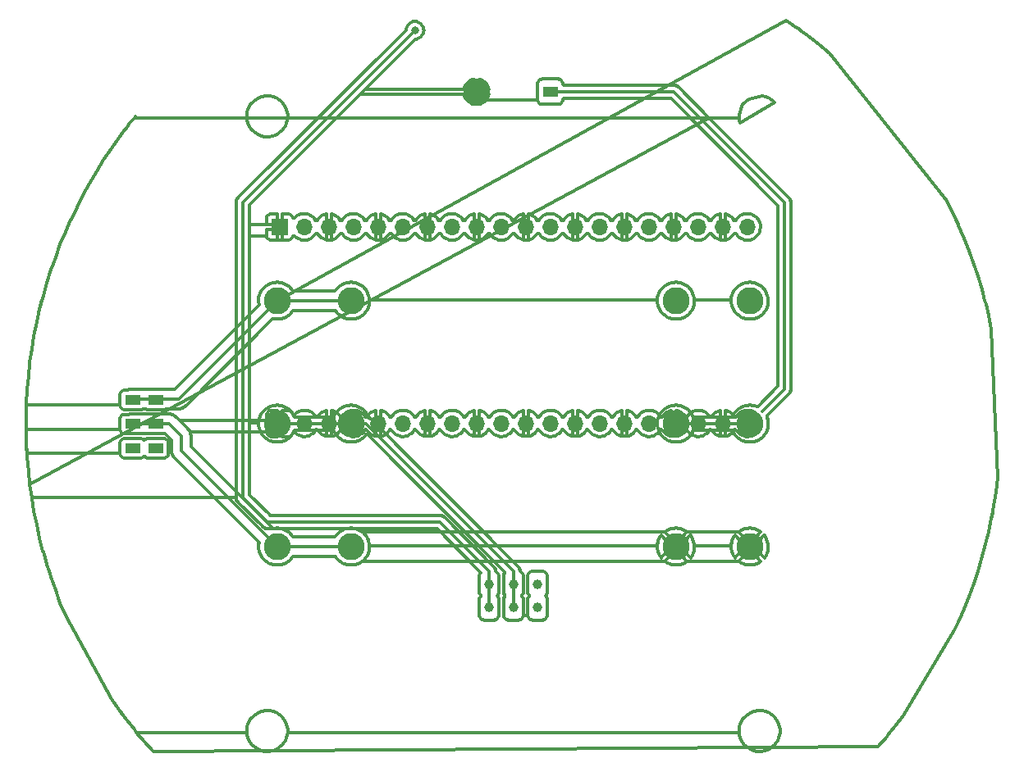
<source format=gbr>
From d9aa01eb65e6581cde34104cd9ef21933fb2ea6a Mon Sep 17 00:00:00 2001
From: Blaise Thompson <blaise@untzag.com>
Date: Tue, 21 Feb 2023 17:48:24 -0600
Subject: update base

---
 base/gerber/base-B_Cu.gbr | 5853 ++++++++++++++++++++++-----------------------
 1 file changed, 2867 insertions(+), 2986 deletions(-)

(limited to 'base/gerber/base-B_Cu.gbr')

diff --git a/base/gerber/base-B_Cu.gbr b/base/gerber/base-B_Cu.gbr
index ecb271a..c23fdb1 100644
--- a/base/gerber/base-B_Cu.gbr
+++ b/base/gerber/base-B_Cu.gbr
@@ -1,21 +1,21 @@
-%TF.GenerationSoftware,KiCad,Pcbnew,6.0.9+dfsg-1*%
-%TF.CreationDate,2022-11-28T19:22:20-06:00*%
+%TF.GenerationSoftware,KiCad,Pcbnew,6.0.11+dfsg-1*%
+%TF.CreationDate,2023-02-21T17:46:24-06:00*%
 %TF.ProjectId,base,62617365-2e6b-4696-9361-645f70636258,A*%
 %TF.SameCoordinates,Original*%
 %TF.FileFunction,Copper,L2,Bot*%
 %TF.FilePolarity,Positive*%
 %FSLAX46Y46*%
 G04 Gerber Fmt 4.6, Leading zero omitted, Abs format (unit mm)*
-G04 Created by KiCad (PCBNEW 6.0.9+dfsg-1) date 2022-11-28 19:22:20*
+G04 Created by KiCad (PCBNEW 6.0.11+dfsg-1) date 2023-02-21 17:46:24*
 %MOMM*%
 %LPD*%
 G01*
 G04 APERTURE LIST*
-%TA.AperFunction,ComponentPad*%
-%ADD10R,1.600000X1.600000*%
+%TA.AperFunction,SMDPad,CuDef*%
+%ADD10R,1.600000X1.000000*%
 %TD*%
 %TA.AperFunction,ComponentPad*%
-%ADD11O,1.600000X1.600000*%
+%ADD11C,2.794000*%
 %TD*%
 %TA.AperFunction,ComponentPad*%
 %ADD12R,1.700000X1.700000*%
@@ -23,165 +23,133 @@ G04 APERTURE LIST*
 %TA.AperFunction,ComponentPad*%
 %ADD13O,1.700000X1.700000*%
 %TD*%
-%TA.AperFunction,SMDPad,CuDef*%
-%ADD14R,1.000000X1.600000*%
-%TD*%
-%TA.AperFunction,ComponentPad*%
-%ADD15C,2.794000*%
-%TD*%
-%TA.AperFunction,ViaPad*%
-%ADD16C,0.800000*%
-%TD*%
 %TA.AperFunction,Conductor*%
-%ADD17C,0.350000*%
+%ADD14C,1.000000*%
 %TD*%
 G04 APERTURE END LIST*
 D10*
-%TO.P,D5,1,K*%
-%TO.N,GND*%
-X130810000Y-67310000D03*
+%TO.P,SW1,1,A*%
+%TO.N,unconnected-(SW1-Pad1)*%
+X90100000Y-104140000D03*
+%TO.P,SW1,2,B*%
+%TO.N,Net-(BT1-Pad1)*%
+X90100000Y-101640000D03*
+%TO.P,SW1,3,C*%
+%TO.N,Net-(BT2-Pad2)*%
+X90100000Y-99140000D03*
+%TO.P,SW1,4,A*%
+%TO.N,unconnected-(SW1-Pad4)*%
+X87700000Y-104140000D03*
+%TO.P,SW1,5,B*%
+%TO.N,Net-(BT1-Pad1)*%
+X87700000Y-101640000D03*
+%TO.P,SW1,6,C*%
+%TO.N,Net-(BT2-Pad2)*%
+X87700000Y-99140000D03*
+%TD*%
 D11*
-%TO.P,D5,2,A*%
+%TO.P,BT2,1,+*%
+%TO.N,ANODE*%
+X151384000Y-88900000D03*
+X143764000Y-88900000D03*
+%TO.P,BT2,2,-*%
+%TO.N,Net-(BT2-Pad2)*%
+X110236000Y-88900000D03*
+X102616000Y-88900000D03*
+%TD*%
+%TO.P,BT1,1,+*%
+%TO.N,Net-(BT1-Pad1)*%
+X102616000Y-114300000D03*
+X110236000Y-114300000D03*
+%TO.P,BT1,2,-*%
 %TO.N,CATHODE*%
-X123190000Y-67310000D03*
+X143764000Y-114300000D03*
+X151384000Y-114300000D03*
 %TD*%
 D12*
 %TO.P,J1,1,Pin_1*%
 %TO.N,CATHODE*%
-X102870000Y-81280000D03*
+X102900000Y-101575000D03*
 D13*
 %TO.P,J1,2,Pin_2*%
 %TO.N,ANODE*%
-X105410000Y-81280000D03*
+X105440000Y-101575000D03*
 %TO.P,J1,3,Pin_3*%
 %TO.N,CATHODE*%
-X107950000Y-81280000D03*
+X107980000Y-101575000D03*
 %TO.P,J1,4,Pin_4*%
 %TO.N,ANODE*%
-X110490000Y-81280000D03*
+X110520000Y-101575000D03*
 %TO.P,J1,5,Pin_5*%
 %TO.N,CATHODE*%
-X113030000Y-81280000D03*
+X113060000Y-101575000D03*
 %TO.P,J1,6,Pin_6*%
 %TO.N,ANODE*%
-X115570000Y-81280000D03*
+X115600000Y-101575000D03*
 %TO.P,J1,7,Pin_7*%
 %TO.N,CATHODE*%
-X118110000Y-81280000D03*
+X118140000Y-101575000D03*
 %TO.P,J1,8,Pin_8*%
 %TO.N,ANODE*%
-X120650000Y-81280000D03*
+X120680000Y-101575000D03*
 %TO.P,J1,9,Pin_9*%
 %TO.N,CATHODE*%
-X123190000Y-81280000D03*
+X123220000Y-101575000D03*
 %TO.P,J1,10,Pin_10*%
 %TO.N,ANODE*%
-X125730000Y-81280000D03*
+X125760000Y-101575000D03*
 %TO.P,J1,11,Pin_11*%
 %TO.N,CATHODE*%
-X128270000Y-81280000D03*
+X128300000Y-101575000D03*
 %TO.P,J1,12,Pin_12*%
 %TO.N,ANODE*%
-X130810000Y-81280000D03*
+X130840000Y-101575000D03*
 %TO.P,J1,13,Pin_13*%
 %TO.N,CATHODE*%
-X133350000Y-81280000D03*
+X133380000Y-101575000D03*
 %TO.P,J1,14,Pin_14*%
 %TO.N,ANODE*%
-X135890000Y-81280000D03*
+X135920000Y-101575000D03*
 %TO.P,J1,15,Pin_15*%
 %TO.N,CATHODE*%
-X138430000Y-81280000D03*
+X138460000Y-101575000D03*
 %TO.P,J1,16,Pin_16*%
 %TO.N,ANODE*%
-X140970000Y-81280000D03*
+X141000000Y-101575000D03*
 %TO.P,J1,17,Pin_17*%
 %TO.N,CATHODE*%
-X143510000Y-81280000D03*
+X143540000Y-101575000D03*
 %TO.P,J1,18,Pin_18*%
 %TO.N,ANODE*%
-X146050000Y-81280000D03*
+X146080000Y-101575000D03*
 %TO.P,J1,19,Pin_19*%
 %TO.N,CATHODE*%
-X148590000Y-81280000D03*
+X148620000Y-101575000D03*
 %TO.P,J1,20,Pin_20*%
 %TO.N,ANODE*%
-X151130000Y-81280000D03*
+X151160000Y-101575000D03*
 %TD*%
 D14*
-%TO.P,SW1,1,A*%
-%TO.N,unconnected-(SW1-Pad1)*%
-X129500000Y-118180000D03*
-%TO.P,SW1,2,B*%
-%TO.N,Net-(BT1-Pad1)*%
-X127000000Y-118180000D03*
-%TO.P,SW1,3,C*%
-%TO.N,Net-(L1-Pad1)*%
-X124500000Y-118180000D03*
-%TO.P,SW1,4,A*%
-%TO.N,unconnected-(SW1-Pad4)*%
-X129500000Y-120580000D03*
-%TO.P,SW1,5,B*%
-%TO.N,Net-(BT1-Pad1)*%
-X127000000Y-120580000D03*
-%TO.P,SW1,6,C*%
-%TO.N,Net-(L1-Pad1)*%
-X124500000Y-120580000D03*
-%TD*%
-D15*
-%TO.P,BT1,1,+*%
 %TO.N,Net-(BT1-Pad1)*%
-X110236000Y-101600000D03*
-X102616000Y-101600000D03*
-%TO.P,BT1,2,-*%
-%TO.N,GND*%
-X151384000Y-101600000D03*
-X143764000Y-101600000D03*
-%TD*%
-D16*
-%TO.N,Net-(L1-Pad1)*%
-X116840000Y-60960000D03*
-%TD*%
-D17*
-%TO.N,GND*%
-X154940000Y-98044000D02*
-X154940000Y-78740000D01*
-X154940000Y-78740000D02*
-X143510000Y-67310000D01*
-X143510000Y-67310000D02*
-X130810000Y-67310000D01*
-X154940000Y-98044000D02*
-X152636993Y-100347007D01*
-X143764000Y-101600000D02*
-X151384000Y-101600000D01*
+X91440000Y-101600000D02*
+X87630000Y-101600000D01*
+X92710000Y-104394000D02*
+X92710000Y-102870000D01*
+X102616000Y-114300000D02*
+X92710000Y-104394000D01*
+X92710000Y-102870000D02*
+X91440000Y-101600000D01*
+%TO.N,Net-(BT2-Pad2)*%
+X102616000Y-88900000D02*
+X92456000Y-99060000D01*
+X92456000Y-99060000D02*
+X87630000Y-99060000D01*
 %TO.N,Net-(BT1-Pad1)*%
-X127000000Y-116840000D02*
-X111760000Y-101600000D01*
-X127000000Y-120580000D02*
-X127000000Y-116840000D01*
-X106680000Y-101600000D02*
-X110236000Y-101600000D01*
-X102616000Y-101600000D02*
-X106680000Y-101600000D01*
-X111760000Y-101600000D02*
-X110236000Y-101600000D01*
-%TO.N,Net-(L1-Pad1)*%
-X124500000Y-118180000D02*
-X124500000Y-116880000D01*
-X124500000Y-116880000D02*
-X119380000Y-111760000D01*
-X124500000Y-120580000D02*
-X124500000Y-118180000D01*
-X99060000Y-109220000D02*
-X99060000Y-78740000D01*
-X101600000Y-76200000D02*
-X116840000Y-60960000D01*
-X99060000Y-78740000D02*
-X101600000Y-76200000D01*
-X101600000Y-111760000D02*
-X99060000Y-109220000D01*
-X119380000Y-111760000D02*
-X101600000Y-111760000D01*
+X102616000Y-114300000D02*
+X110236000Y-114300000D01*
+%TO.N,Net-(BT2-Pad2)*%
+X110236000Y-88900000D02*
+X102616000Y-88900000D01*
 %TD*%
 %TA.AperFunction,Conductor*%
 %TO.N,CATHODE*%
@@ -241,10 +209,9 @@ X155124081Y-59907452D01*
 X155381755Y-60086540D01*
 X156274411Y-60706952D01*
 X156277222Y-60708964D01*
-X156866429Y-61143365D01*
+X157292979Y-61457845D01*
 X157404807Y-61540292D01*
 X157407609Y-61542420D01*
-X157775908Y-61830166D01*
 X158511446Y-62404831D01*
 X158514188Y-62407035D01*
 X159593569Y-63299977D01*
@@ -281,11 +248,9 @@ X171729244Y-78610281D01*
 X171730853Y-78613410D01*
 X172353732Y-79868191D01*
 X172355252Y-79871364D01*
-X172472041Y-80124118D01*
-X172888769Y-81026000D01*
+X172647356Y-80503534D01*
 X172942833Y-81143006D01*
-X172944254Y-81146197D01*
-X173348211Y-82088699D01*
+X172944264Y-81146220D01*
 X173496111Y-82433775D01*
 X173497452Y-82437028D01*
 X174013147Y-83739525D01*
@@ -296,8 +261,11 @@ X174936832Y-86391694D01*
 X174937896Y-86395048D01*
 X175342782Y-87736092D01*
 X175343752Y-87739474D01*
+X175444405Y-88109939D01*
+X175658185Y-88896779D01*
 X175711039Y-89091316D01*
-X175711914Y-89094724D01*
+X175711913Y-89094720D01*
+X175753588Y-89266982D01*
 X176041306Y-90456267D01*
 X176042086Y-90459698D01*
 X176333344Y-91829959D01*
@@ -327,10 +295,9 @@ X176978248Y-107204219D01*
 X176977855Y-107207716D01*
 X176802290Y-108597456D01*
 X176801801Y-108600940D01*
-X176635478Y-109675326D01*
 X176587488Y-109985321D01*
 X176586905Y-109988766D01*
-X176354681Y-111254055D01*
+X176459979Y-110680332D01*
 X176334027Y-111366589D01*
 X176333344Y-111370041D01*
 X176042086Y-112740302D01*
@@ -343,12 +310,11 @@ X174937896Y-116804952D01*
 X174936832Y-116808306D01*
 X174494658Y-118137533D01*
 X174493519Y-118140804D01*
-X174021892Y-119436591D01*
+X174253943Y-118799036D01*
 X174014396Y-119457186D01*
 X174013147Y-119460475D01*
 X173497452Y-120762972D01*
-X173496112Y-120766222D01*
-X173017633Y-121882598D01*
+X173496111Y-120766225D01*
 X172944264Y-122053780D01*
 X172942843Y-122056971D01*
 X172522904Y-122965803D01*
@@ -371,7 +337,7 @@ X167271022Y-131724363D01*
 X167268915Y-131727180D01*
 X166414193Y-132837061D01*
 X166412016Y-132839807D01*
-X165891178Y-133478417D01*
+X165627229Y-133802051D01*
 X165526625Y-133925403D01*
 X165524363Y-133928098D01*
 X164609036Y-134988515D01*
@@ -515,195 +481,11 @@ X89863190Y-135512975D01*
 X89860817Y-135510377D01*
 X88930724Y-134462787D01*
 X88928461Y-134460165D01*
-X88108272Y-133482703D01*
-X99490743Y-133482703D01*
-X99528268Y-133767734D01*
-X99604129Y-134045036D01*
-X99716923Y-134309476D01*
-X99864561Y-134556161D01*
-X100044313Y-134780528D01*
-X100252851Y-134978423D01*
-X100486317Y-135146186D01*
-X100490112Y-135148195D01*
-X100490113Y-135148196D01*
-X100511869Y-135159715D01*
-X100740392Y-135280712D01*
-X101010373Y-135379511D01*
-X101291264Y-135440755D01*
-X101319841Y-135443004D01*
-X101514282Y-135458307D01*
-X101514291Y-135458307D01*
-X101516739Y-135458500D01*
-X101672271Y-135458500D01*
-X101674407Y-135458354D01*
-X101674418Y-135458354D01*
-X101882548Y-135444165D01*
-X101882554Y-135444164D01*
-X101886825Y-135443873D01*
-X101891020Y-135443004D01*
-X101891022Y-135443004D01*
-X102027584Y-135414723D01*
-X102168342Y-135385574D01*
-X102439343Y-135289607D01*
-X102694812Y-135157750D01*
-X102698313Y-135155289D01*
-X102698317Y-135155287D01*
-X102812418Y-135075095D01*
-X102930023Y-134992441D01*
-X103140622Y-134796740D01*
-X103322713Y-134574268D01*
-X103472927Y-134329142D01*
-X103588483Y-134065898D01*
-X103667244Y-133789406D01*
-X103707751Y-133504784D01*
-X103707845Y-133486951D01*
-X103707867Y-133482703D01*
-X150290743Y-133482703D01*
-X150328268Y-133767734D01*
-X150404129Y-134045036D01*
-X150516923Y-134309476D01*
-X150664561Y-134556161D01*
-X150844313Y-134780528D01*
-X151052851Y-134978423D01*
-X151286317Y-135146186D01*
-X151290112Y-135148195D01*
-X151290113Y-135148196D01*
-X151311869Y-135159715D01*
-X151540392Y-135280712D01*
-X151810373Y-135379511D01*
-X152091264Y-135440755D01*
-X152119841Y-135443004D01*
-X152314282Y-135458307D01*
-X152314291Y-135458307D01*
-X152316739Y-135458500D01*
-X152472271Y-135458500D01*
-X152474407Y-135458354D01*
-X152474418Y-135458354D01*
-X152682548Y-135444165D01*
-X152682554Y-135444164D01*
-X152686825Y-135443873D01*
-X152691020Y-135443004D01*
-X152691022Y-135443004D01*
-X152827584Y-135414723D01*
-X152968342Y-135385574D01*
-X153239343Y-135289607D01*
-X153494812Y-135157750D01*
-X153498313Y-135155289D01*
-X153498317Y-135155287D01*
-X153612418Y-135075095D01*
-X153730023Y-134992441D01*
-X153940622Y-134796740D01*
-X154122713Y-134574268D01*
-X154272927Y-134329142D01*
-X154388483Y-134065898D01*
-X154467244Y-133789406D01*
-X154507751Y-133504784D01*
-X154507845Y-133486951D01*
-X154509235Y-133221583D01*
-X154509235Y-133221576D01*
-X154509257Y-133217297D01*
-X154471732Y-132932266D01*
-X154395871Y-132654964D01*
-X154283077Y-132390524D01*
-X154135439Y-132143839D01*
-X153955687Y-131919472D01*
-X153789002Y-131761294D01*
-X153750258Y-131724527D01*
-X153750255Y-131724525D01*
-X153747149Y-131721577D01*
-X153513683Y-131553814D01*
-X153491843Y-131542250D01*
-X153468654Y-131529972D01*
-X153259608Y-131419288D01*
-X152989627Y-131320489D01*
-X152708736Y-131259245D01*
-X152677685Y-131256801D01*
-X152485718Y-131241693D01*
-X152485709Y-131241693D01*
-X152483261Y-131241500D01*
-X152327729Y-131241500D01*
-X152325593Y-131241646D01*
-X152325582Y-131241646D01*
-X152117452Y-131255835D01*
-X152117446Y-131255836D01*
-X152113175Y-131256127D01*
-X152108980Y-131256996D01*
-X152108978Y-131256996D01*
-X151972417Y-131285276D01*
-X151831658Y-131314426D01*
-X151560657Y-131410393D01*
-X151305188Y-131542250D01*
-X151301687Y-131544711D01*
-X151301683Y-131544713D01*
-X151291594Y-131551804D01*
-X151069977Y-131707559D01*
-X150859378Y-131903260D01*
-X150677287Y-132125732D01*
-X150527073Y-132370858D01*
-X150411517Y-132634102D01*
-X150332756Y-132910594D01*
-X150292249Y-133195216D01*
-X150292227Y-133199505D01*
-X150292226Y-133199512D01*
-X150291258Y-133384318D01*
-X150290743Y-133482703D01*
-X103707867Y-133482703D01*
-X103709235Y-133221583D01*
-X103709235Y-133221576D01*
-X103709257Y-133217297D01*
-X103671732Y-132932266D01*
-X103595871Y-132654964D01*
-X103483077Y-132390524D01*
-X103335439Y-132143839D01*
-X103155687Y-131919472D01*
-X102989002Y-131761294D01*
-X102950258Y-131724527D01*
-X102950255Y-131724525D01*
-X102947149Y-131721577D01*
-X102713683Y-131553814D01*
-X102691843Y-131542250D01*
-X102668654Y-131529972D01*
-X102459608Y-131419288D01*
-X102189627Y-131320489D01*
-X101908736Y-131259245D01*
-X101877685Y-131256801D01*
-X101685718Y-131241693D01*
-X101685709Y-131241693D01*
-X101683261Y-131241500D01*
-X101527729Y-131241500D01*
-X101525593Y-131241646D01*
-X101525582Y-131241646D01*
-X101317452Y-131255835D01*
-X101317446Y-131255836D01*
-X101313175Y-131256127D01*
-X101308980Y-131256996D01*
-X101308978Y-131256996D01*
-X101172417Y-131285276D01*
-X101031658Y-131314426D01*
-X100760657Y-131410393D01*
-X100505188Y-131542250D01*
-X100501687Y-131544711D01*
-X100501683Y-131544713D01*
-X100491594Y-131551804D01*
-X100269977Y-131707559D01*
-X100059378Y-131903260D01*
-X99877287Y-132125732D01*
-X99727073Y-132370858D01*
-X99611517Y-132634102D01*
-X99532756Y-132910594D01*
-X99492249Y-133195216D01*
-X99492227Y-133199505D01*
-X99492226Y-133199512D01*
-X99491258Y-133384318D01*
-X99490743Y-133482703D01*
-X88108272Y-133482703D01*
 X88028002Y-133387041D01*
 X88025782Y-133384318D01*
-X87890036Y-133213049D01*
-X87155651Y-132286486D01*
+X87155657Y-132286494D01*
 X87153510Y-132283706D01*
-X87046373Y-132140492D01*
-X86373951Y-131241646D01*
+X86762697Y-131761294D01*
 X86314368Y-131162000D01*
 X86312300Y-131159153D01*
 X85504824Y-130014482D01*
@@ -724,17 +506,19 @@ X80776019Y-121413534D01*
 X80774633Y-121410300D01*
 X80240811Y-120115148D01*
 X80239516Y-120111877D01*
-X80074527Y-119677540D01*
+X80145744Y-119865021D01*
 X79742051Y-118802291D01*
 X79740867Y-118799036D01*
 X79511665Y-118140856D01*
 X79280186Y-117476141D01*
 X79279076Y-117472806D01*
-X79156079Y-117085071D01*
+X79067220Y-116804952D01*
 X78855488Y-116137490D01*
 X78854479Y-116134146D01*
-X78468354Y-114787565D01*
+X78846993Y-116108037D01*
+X78468351Y-114787555D01*
 X78467432Y-114784170D01*
+X78465101Y-114775089D01*
 X78119066Y-113427375D01*
 X78118238Y-113423955D01*
 X77807877Y-112057892D01*
@@ -743,2314 +527,2774 @@ X77535062Y-110680332D01*
 X77534426Y-110676871D01*
 X77300804Y-109295612D01*
 X77300266Y-109292135D01*
-X77295192Y-109256034D01*
-X98372424Y-109256034D01*
-X98373729Y-109263511D01*
-X98373729Y-109263514D01*
-X98383002Y-109316647D01*
-X98383965Y-109323171D01*
-X98391355Y-109384235D01*
-X98394042Y-109391345D01*
-X98395246Y-109396248D01*
-X98398114Y-109406734D01*
-X98399561Y-109411526D01*
-X98400866Y-109419004D01*
-X98403918Y-109425956D01*
-X98403918Y-109425957D01*
-X98425595Y-109475341D01*
-X98428086Y-109481446D01*
-X98447145Y-109531882D01*
-X98449831Y-109538989D01*
-X98454131Y-109545246D01*
-X98456467Y-109549714D01*
-X98461725Y-109559160D01*
-X98464307Y-109563526D01*
-X98467362Y-109570485D01*
-X98504823Y-109619304D01*
-X98508686Y-109624623D01*
-X98535283Y-109663321D01*
-X98543534Y-109675326D01*
-X98549203Y-109680377D01*
-X98588323Y-109715232D01*
-X98593598Y-109720213D01*
-X101096844Y-112223459D01*
-X101102698Y-112229724D01*
-X101139290Y-112271670D01*
-X101189626Y-112307046D01*
-X101194912Y-112310972D01*
-X101243328Y-112348935D01*
-X101250249Y-112352060D01*
-X101254564Y-112354673D01*
-X101263976Y-112360042D01*
-X101268424Y-112362427D01*
-X101274639Y-112366795D01*
-X101281716Y-112369554D01*
-X101331952Y-112389140D01*
-X101338034Y-112391697D01*
-X101362368Y-112402684D01*
-X101394104Y-112417014D01*
-X101401576Y-112418399D01*
-X101406427Y-112419919D01*
-X101416757Y-112422862D01*
-X101421696Y-112424130D01*
-X101428772Y-112426889D01*
-X101436303Y-112427881D01*
-X101436305Y-112427881D01*
-X101489785Y-112434922D01*
-X101496279Y-112435950D01*
-X101556767Y-112447160D01*
-X101564348Y-112446723D01*
-X101564349Y-112446723D01*
-X101616625Y-112443709D01*
-X101623877Y-112443500D01*
-X119044695Y-112443500D01*
-X119112816Y-112463502D01*
-X119133790Y-112480405D01*
-X123573796Y-116920411D01*
-X123607822Y-116982723D01*
-X123602757Y-117053538D01*
-X123585527Y-117085071D01*
-X123549385Y-117133295D01*
-X123498255Y-117269684D01*
-X123491500Y-117331866D01*
-X123491500Y-119028134D01*
-X123498255Y-119090316D01*
-X123549385Y-119226705D01*
-X123554770Y-119233890D01*
-X123554771Y-119233892D01*
-X123607640Y-119304435D01*
-X123632488Y-119370942D01*
-X123617435Y-119440324D01*
-X123607640Y-119455565D01*
-X123554771Y-119526108D01*
-X123549385Y-119533295D01*
-X123498255Y-119669684D01*
-X123491500Y-119731866D01*
-X123491500Y-121428134D01*
-X123498255Y-121490316D01*
-X123549385Y-121626705D01*
-X123636739Y-121743261D01*
-X123753295Y-121830615D01*
-X123889684Y-121881745D01*
-X123951866Y-121888500D01*
-X125048134Y-121888500D01*
-X125110316Y-121881745D01*
-X125246705Y-121830615D01*
-X125363261Y-121743261D01*
-X125450615Y-121626705D01*
-X125501745Y-121490316D01*
-X125508500Y-121428134D01*
-X125508500Y-119731866D01*
-X125501745Y-119669684D01*
-X125450615Y-119533295D01*
-X125445229Y-119526108D01*
-X125392360Y-119455565D01*
-X125367512Y-119389058D01*
-X125382565Y-119319676D01*
-X125392360Y-119304435D01*
-X125445229Y-119233892D01*
-X125445230Y-119233890D01*
-X125450615Y-119226705D01*
-X125501745Y-119090316D01*
-X125508500Y-119028134D01*
-X125508500Y-117331866D01*
-X125501745Y-117269684D01*
-X125450615Y-117133295D01*
-X125363261Y-117016739D01*
-X125246705Y-116929385D01*
-X125246963Y-116929041D01*
-X125201071Y-116883050D01*
-X125189917Y-116843557D01*
-X125187576Y-116843966D01*
-X125176998Y-116783353D01*
-X125176035Y-116776829D01*
-X125169558Y-116723309D01*
-X125168645Y-116715765D01*
-X125165958Y-116708655D01*
-X125164754Y-116703752D01*
-X125161886Y-116693266D01*
-X125160439Y-116688474D01*
-X125159134Y-116680996D01*
-X125151565Y-116663752D01*
-X125134404Y-116624656D01*
-X125131913Y-116618551D01*
-X125112858Y-116568125D01*
-X125112855Y-116568119D01*
-X125110169Y-116561011D01*
-X125105863Y-116554747D01*
-X125103513Y-116550251D01*
-X125098263Y-116540819D01*
-X125095693Y-116536473D01*
-X125092638Y-116529514D01*
-X125077884Y-116510286D01*
-X125055176Y-116480691D01*
-X125051300Y-116475357D01*
-X125016466Y-116424674D01*
-X124971676Y-116384767D01*
-X124966402Y-116379787D01*
-X119883156Y-111296541D01*
-X119877302Y-111290276D01*
-X119845704Y-111254055D01*
-X119840710Y-111248330D01*
-X119790345Y-111212934D01*
-X119785077Y-111209020D01*
-X119742649Y-111175752D01*
-X119736672Y-111171065D01*
-X119729748Y-111167939D01*
-X119725439Y-111165329D01*
-X119716024Y-111159958D01*
-X119711576Y-111157573D01*
-X119705361Y-111153205D01*
-X119648039Y-111130856D01*
-X119641971Y-111128306D01*
-X119585895Y-111102986D01*
-X119578418Y-111101600D01*
-X119573598Y-111100090D01*
-X119563165Y-111097118D01*
-X119558304Y-111095870D01*
-X119551228Y-111093111D01*
-X119490238Y-111085082D01*
-X119483722Y-111084050D01*
-X119430700Y-111074223D01*
-X119423233Y-111072839D01*
-X119415653Y-111073276D01*
-X119415652Y-111073276D01*
-X119363358Y-111076291D01*
-X119356106Y-111076500D01*
-X101935305Y-111076500D01*
-X101867184Y-111056498D01*
-X101846210Y-111039595D01*
-X99780405Y-108973790D01*
-X99746379Y-108911478D01*
-X99743500Y-108884695D01*
-X99743500Y-101539994D01*
-X100706576Y-101539994D01*
-X100708934Y-101600000D01*
-X100713772Y-101723135D01*
-X100717170Y-101809633D01*
-X100765651Y-102075089D01*
-X100767060Y-102079312D01*
-X100842134Y-102304337D01*
-X100851051Y-102331066D01*
-X100853044Y-102335054D01*
-X100930392Y-102489851D01*
-X100971667Y-102572456D01*
-X101125092Y-102794443D01*
-X101308264Y-102992598D01*
-X101311718Y-102995410D01*
-X101454883Y-103111964D01*
-X101517529Y-103162966D01*
-X101654457Y-103245403D01*
-X101744896Y-103299852D01*
-X101744900Y-103299854D01*
-X101748712Y-103302149D01*
-X101908013Y-103369605D01*
-X101993101Y-103405635D01*
-X101993105Y-103405636D01*
-X101997199Y-103407370D01*
-X102001491Y-103408508D01*
-X102001494Y-103408509D01*
-X102253736Y-103475390D01*
-X102253740Y-103475391D01*
-X102258033Y-103476529D01*
-X102262442Y-103477051D01*
-X102262448Y-103477052D01*
-X102438105Y-103497842D01*
-X102526009Y-103508246D01*
-X102795781Y-103501889D01*
-X102954984Y-103475390D01*
-X103057576Y-103458314D01*
-X103057580Y-103458313D01*
-X103061966Y-103457583D01*
-X103066207Y-103456242D01*
-X103066210Y-103456241D01*
-X103315007Y-103377557D01*
-X103315009Y-103377556D01*
-X103319253Y-103376214D01*
-X103323264Y-103374288D01*
-X103323269Y-103374286D01*
-X103558489Y-103261335D01*
-X103558490Y-103261334D01*
-X103562508Y-103259405D01*
-X103711046Y-103160155D01*
-X103783169Y-103111964D01*
-X103783173Y-103111961D01*
-X103786877Y-103109486D01*
-X103790194Y-103106515D01*
-X103790198Y-103106512D01*
-X103984567Y-102932421D01*
-X103984568Y-102932420D01*
-X103987885Y-102929449D01*
-X104161519Y-102722886D01*
-X104304317Y-102493918D01*
-X104364163Y-102358550D01*
-X104409999Y-102304337D01*
-X104479401Y-102283500D01*
-X108369388Y-102283500D01*
-X108437509Y-102303502D01*
-X108482100Y-102353179D01*
-X108591667Y-102572456D01*
-X108745092Y-102794443D01*
-X108928264Y-102992598D01*
-X108931718Y-102995410D01*
-X109074883Y-103111964D01*
-X109137529Y-103162966D01*
-X109274457Y-103245403D01*
-X109364896Y-103299852D01*
-X109364900Y-103299854D01*
-X109368712Y-103302149D01*
-X109528013Y-103369605D01*
-X109613101Y-103405635D01*
-X109613105Y-103405636D01*
-X109617199Y-103407370D01*
-X109621491Y-103408508D01*
-X109621494Y-103408509D01*
-X109873736Y-103475390D01*
-X109873740Y-103475391D01*
-X109878033Y-103476529D01*
-X109882442Y-103477051D01*
-X109882448Y-103477052D01*
-X110058105Y-103497842D01*
-X110146009Y-103508246D01*
-X110415781Y-103501889D01*
-X110574984Y-103475390D01*
-X110677576Y-103458314D01*
-X110677580Y-103458313D01*
-X110681966Y-103457583D01*
-X110686207Y-103456242D01*
-X110686210Y-103456241D01*
-X110935007Y-103377557D01*
-X110935009Y-103377556D01*
-X110939253Y-103376214D01*
-X110943264Y-103374288D01*
-X110943269Y-103374286D01*
-X111178489Y-103261335D01*
-X111178490Y-103261334D01*
-X111182508Y-103259405D01*
-X111331046Y-103160155D01*
-X111403169Y-103111964D01*
-X111403173Y-103111961D01*
-X111406877Y-103109486D01*
-X111410194Y-103106515D01*
-X111410198Y-103106512D01*
-X111604567Y-102932421D01*
-X111604568Y-102932420D01*
-X111607885Y-102929449D01*
-X111754659Y-102754840D01*
-X111813803Y-102715565D01*
-X111884792Y-102714500D01*
-X111940205Y-102746820D01*
-X126090932Y-116897547D01*
-X126124958Y-116959859D01*
-X126119893Y-117030674D01*
-X126102666Y-117062202D01*
-X126049385Y-117133295D01*
-X125998255Y-117269684D01*
-X125991500Y-117331866D01*
-X125991500Y-119028134D01*
-X125998255Y-119090316D01*
-X126049385Y-119226705D01*
-X126054770Y-119233890D01*
-X126054771Y-119233892D01*
-X126107640Y-119304435D01*
-X126132488Y-119370942D01*
-X126117435Y-119440324D01*
-X126107640Y-119455565D01*
-X126054771Y-119526108D01*
-X126049385Y-119533295D01*
-X125998255Y-119669684D01*
-X125991500Y-119731866D01*
-X125991500Y-121428134D01*
-X125998255Y-121490316D01*
-X126049385Y-121626705D01*
-X126136739Y-121743261D01*
-X126253295Y-121830615D01*
-X126389684Y-121881745D01*
-X126451866Y-121888500D01*
-X127548134Y-121888500D01*
-X127610316Y-121881745D01*
-X127746705Y-121830615D01*
-X127863261Y-121743261D01*
-X127950615Y-121626705D01*
-X128001745Y-121490316D01*
-X128008500Y-121428134D01*
-X128491500Y-121428134D01*
-X128498255Y-121490316D01*
-X128549385Y-121626705D01*
-X128636739Y-121743261D01*
-X128753295Y-121830615D01*
-X128889684Y-121881745D01*
-X128951866Y-121888500D01*
-X130048134Y-121888500D01*
-X130110316Y-121881745D01*
-X130246705Y-121830615D01*
-X130363261Y-121743261D01*
-X130450615Y-121626705D01*
-X130501745Y-121490316D01*
-X130508500Y-121428134D01*
-X130508500Y-119731866D01*
-X130501745Y-119669684D01*
-X130450615Y-119533295D01*
-X130445229Y-119526108D01*
-X130392360Y-119455565D01*
-X130367512Y-119389058D01*
-X130382565Y-119319676D01*
-X130392360Y-119304435D01*
-X130445229Y-119233892D01*
-X130445230Y-119233890D01*
-X130450615Y-119226705D01*
-X130501745Y-119090316D01*
-X130508500Y-119028134D01*
-X130508500Y-117331866D01*
-X130501745Y-117269684D01*
-X130450615Y-117133295D01*
-X130363261Y-117016739D01*
-X130246705Y-116929385D01*
-X130110316Y-116878255D01*
-X130048134Y-116871500D01*
-X128951866Y-116871500D01*
-X128889684Y-116878255D01*
-X128753295Y-116929385D01*
-X128636739Y-117016739D01*
-X128549385Y-117133295D01*
-X128498255Y-117269684D01*
-X128491500Y-117331866D01*
-X128491500Y-119028134D01*
-X128498255Y-119090316D01*
-X128549385Y-119226705D01*
-X128554770Y-119233890D01*
-X128554771Y-119233892D01*
-X128607640Y-119304435D01*
-X128632488Y-119370942D01*
-X128617435Y-119440324D01*
-X128607640Y-119455565D01*
-X128554771Y-119526108D01*
-X128549385Y-119533295D01*
-X128498255Y-119669684D01*
-X128491500Y-119731866D01*
-X128491500Y-121428134D01*
-X128008500Y-121428134D01*
-X128008500Y-119731866D01*
-X128001745Y-119669684D01*
-X127950615Y-119533295D01*
-X127945229Y-119526108D01*
-X127892360Y-119455565D01*
-X127867512Y-119389058D01*
-X127882565Y-119319676D01*
-X127892360Y-119304435D01*
-X127945229Y-119233892D01*
-X127945230Y-119233890D01*
-X127950615Y-119226705D01*
-X128001745Y-119090316D01*
-X128008500Y-119028134D01*
-X128008500Y-117331866D01*
-X128001745Y-117269684D01*
-X127950615Y-117133295D01*
-X127863261Y-117016739D01*
-X127746705Y-116929385D01*
-X127747124Y-116928826D01*
-X127701900Y-116883501D01*
-X127687819Y-116819110D01*
-X127687458Y-116819129D01*
-X127687343Y-116816935D01*
-X127686847Y-116814667D01*
-X127687577Y-116803966D01*
-X127676997Y-116743342D01*
-X127676034Y-116736819D01*
-X127669558Y-116683308D01*
-X127669558Y-116683307D01*
-X127668645Y-116675765D01*
-X127665959Y-116668655D01*
-X127664754Y-116663752D01*
-X127661886Y-116653266D01*
-X127660439Y-116648474D01*
-X127659134Y-116640996D01*
-X127656082Y-116634043D01*
-X127634405Y-116584659D01*
-X127631914Y-116578554D01*
-X127612855Y-116528118D01*
-X127612853Y-116528115D01*
-X127610169Y-116521011D01*
-X127605869Y-116514754D01*
-X127603533Y-116510286D01*
-X127598275Y-116500840D01*
-X127595693Y-116496474D01*
-X127592638Y-116489515D01*
-X127555177Y-116440696D01*
-X127551314Y-116435377D01*
-X127520769Y-116390935D01*
-X127516466Y-116384674D01*
-X127471676Y-116344767D01*
-X127466402Y-116339787D01*
-X112263156Y-101136541D01*
-X112257302Y-101130276D01*
-X112225704Y-101094055D01*
-X112220710Y-101088330D01*
-X112170345Y-101052934D01*
-X112165077Y-101049020D01*
-X112122649Y-101015752D01*
-X112116672Y-101011065D01*
-X112109748Y-101007939D01*
-X112105439Y-101005329D01*
-X112096010Y-100999950D01*
-X112091573Y-100997571D01*
-X112085361Y-100993205D01*
-X112078286Y-100990447D01*
-X112075506Y-100988956D01*
-X112024923Y-100939138D01*
-X112016835Y-100921523D01*
-X111978656Y-100818034D01*
-X111977115Y-100813857D01*
-X111848976Y-100576374D01*
-X111688654Y-100359316D01*
-X111641315Y-100311227D01*
-X111587706Y-100256770D01*
-X111499348Y-100167013D01*
-X111495808Y-100164312D01*
-X111495802Y-100164306D01*
-X111288375Y-100006003D01*
-X111284835Y-100003301D01*
-X111049395Y-99871448D01*
-X110797725Y-99774085D01*
-X110793400Y-99773082D01*
-X110793395Y-99773081D01*
-X110648885Y-99739586D01*
-X110534847Y-99713153D01*
-X110266007Y-99689869D01*
-X110261572Y-99690113D01*
-X110261568Y-99690113D01*
-X110001011Y-99704452D01*
-X110001004Y-99704453D01*
-X109996568Y-99704697D01*
-X109731906Y-99757341D01*
-X109727696Y-99758819D01*
-X109727694Y-99758820D01*
-X109613085Y-99799068D01*
-X109477302Y-99846752D01*
-X109473351Y-99848805D01*
-X109473345Y-99848807D01*
-X109241786Y-99969092D01*
-X109237836Y-99971144D01*
-X109234221Y-99973727D01*
-X109234215Y-99973731D01*
-X109095577Y-100072804D01*
-X109018286Y-100128037D01*
-X108823033Y-100314299D01*
-X108655973Y-100526214D01*
-X108520438Y-100759555D01*
-X108518770Y-100763672D01*
-X108518767Y-100763679D01*
-X108488744Y-100837803D01*
-X108444631Y-100893432D01*
-X108371960Y-100916500D01*
-X104482799Y-100916500D01*
-X104414678Y-100896498D01*
-X104368185Y-100842842D01*
-X104364587Y-100834110D01*
-X104358658Y-100818039D01*
-X104358656Y-100818034D01*
-X104357115Y-100813857D01*
-X104228976Y-100576374D01*
-X104068654Y-100359316D01*
-X104021315Y-100311227D01*
-X103967706Y-100256770D01*
-X103879348Y-100167013D01*
-X103875808Y-100164312D01*
-X103875802Y-100164306D01*
-X103668375Y-100006003D01*
-X103664835Y-100003301D01*
-X103429395Y-99871448D01*
-X103177725Y-99774085D01*
-X103173400Y-99773082D01*
-X103173395Y-99773081D01*
-X103028885Y-99739586D01*
-X102914847Y-99713153D01*
-X102646007Y-99689869D01*
-X102641572Y-99690113D01*
-X102641568Y-99690113D01*
-X102381011Y-99704452D01*
-X102381004Y-99704453D01*
-X102376568Y-99704697D01*
-X102111906Y-99757341D01*
-X102107696Y-99758819D01*
-X102107694Y-99758820D01*
-X101993085Y-99799068D01*
-X101857302Y-99846752D01*
-X101853351Y-99848805D01*
-X101853345Y-99848807D01*
-X101621786Y-99969092D01*
-X101617836Y-99971144D01*
-X101614221Y-99973727D01*
-X101614215Y-99973731D01*
-X101475577Y-100072804D01*
-X101398286Y-100128037D01*
-X101203033Y-100314299D01*
-X101035973Y-100526214D01*
-X100900438Y-100759555D01*
-X100898770Y-100763672D01*
-X100898767Y-100763679D01*
-X100836868Y-100916500D01*
-X100799133Y-101009664D01*
-X100734080Y-101271552D01*
-X100706576Y-101539994D01*
-X99743500Y-101539994D01*
-X99743500Y-82174669D01*
-X101512001Y-82174669D01*
-X101512371Y-82181490D01*
-X101517895Y-82232352D01*
-X101521521Y-82247604D01*
-X101566676Y-82368054D01*
-X101575214Y-82383649D01*
-X101651715Y-82485724D01*
-X101664276Y-82498285D01*
-X101766351Y-82574786D01*
-X101781946Y-82583324D01*
-X101902394Y-82628478D01*
-X101917649Y-82632105D01*
-X101968514Y-82637631D01*
-X101975328Y-82638000D01*
-X102597885Y-82638000D01*
-X102613124Y-82633525D01*
-X102614329Y-82632135D01*
-X102616000Y-82624452D01*
-X102616000Y-82619884D01*
-X103124000Y-82619884D01*
-X103128475Y-82635123D01*
-X103129865Y-82636328D01*
-X103137548Y-82637999D01*
-X103764669Y-82637999D01*
-X103771490Y-82637629D01*
-X103822352Y-82632105D01*
-X103837604Y-82628479D01*
-X103958054Y-82583324D01*
-X103973649Y-82574786D01*
-X104075724Y-82498285D01*
-X104088285Y-82485724D01*
-X104164786Y-82383649D01*
-X104173324Y-82368054D01*
-X104214225Y-82258952D01*
-X104256867Y-82202188D01*
-X104323428Y-82177488D01*
-X104392777Y-82192696D01*
-X104427444Y-82220684D01*
-X104452865Y-82250031D01*
-X104452869Y-82250035D01*
-X104456250Y-82253938D01*
-X104628126Y-82396632D01*
-X104821000Y-82509338D01*
-X105029692Y-82589030D01*
-X105034760Y-82590061D01*
-X105034763Y-82590062D01*
-X105129862Y-82609410D01*
-X105248597Y-82633567D01*
-X105253772Y-82633757D01*
-X105253774Y-82633757D01*
-X105466673Y-82641564D01*
-X105466677Y-82641564D01*
-X105471837Y-82641753D01*
-X105476957Y-82641097D01*
-X105476959Y-82641097D01*
-X105688288Y-82614025D01*
-X105688289Y-82614025D01*
-X105693416Y-82613368D01*
-X105698366Y-82611883D01*
-X105902429Y-82550661D01*
-X105902434Y-82550659D01*
-X105907384Y-82549174D01*
-X106107994Y-82450896D01*
-X106289860Y-82321173D01*
-X106448096Y-82163489D01*
-X106578453Y-81982077D01*
-X106579640Y-81982930D01*
-X106626960Y-81939362D01*
-X106696897Y-81927145D01*
-X106762338Y-81954678D01*
-X106790166Y-81986511D01*
-X106847694Y-82080388D01*
-X106853777Y-82088699D01*
-X106993213Y-82249667D01*
-X107000580Y-82256883D01*
-X107164434Y-82392916D01*
-X107172881Y-82398831D01*
-X107356756Y-82506279D01*
-X107366042Y-82510729D01*
-X107565001Y-82586703D01*
-X107574899Y-82589579D01*
-X107678250Y-82610606D01*
-X107692299Y-82609410D01*
-X107696000Y-82599065D01*
-X107696000Y-82598517D01*
-X108204000Y-82598517D01*
-X108208064Y-82612359D01*
-X108221478Y-82614393D01*
-X108228184Y-82613534D01*
-X108238262Y-82611392D01*
-X108442255Y-82550191D01*
-X108451842Y-82546433D01*
-X108643095Y-82452739D01*
-X108651945Y-82447464D01*
-X108825328Y-82323792D01*
-X108833200Y-82317139D01*
-X108984052Y-82166812D01*
-X108990730Y-82158965D01*
-X109118022Y-81981819D01*
-X109119279Y-81982722D01*
-X109166373Y-81939362D01*
-X109236311Y-81927145D01*
-X109301751Y-81954678D01*
-X109329579Y-81986511D01*
-X109389987Y-82085088D01*
-X109536250Y-82253938D01*
-X109708126Y-82396632D01*
-X109901000Y-82509338D01*
-X110109692Y-82589030D01*
-X110114760Y-82590061D01*
-X110114763Y-82590062D01*
-X110209862Y-82609410D01*
-X110328597Y-82633567D01*
-X110333772Y-82633757D01*
-X110333774Y-82633757D01*
-X110546673Y-82641564D01*
-X110546677Y-82641564D01*
-X110551837Y-82641753D01*
-X110556957Y-82641097D01*
-X110556959Y-82641097D01*
-X110768288Y-82614025D01*
-X110768289Y-82614025D01*
-X110773416Y-82613368D01*
-X110778366Y-82611883D01*
-X110982429Y-82550661D01*
-X110982434Y-82550659D01*
-X110987384Y-82549174D01*
-X111187994Y-82450896D01*
-X111369860Y-82321173D01*
-X111528096Y-82163489D01*
-X111658453Y-81982077D01*
-X111659640Y-81982930D01*
-X111706960Y-81939362D01*
-X111776897Y-81927145D01*
-X111842338Y-81954678D01*
-X111870166Y-81986511D01*
-X111927694Y-82080388D01*
-X111933777Y-82088699D01*
-X112073213Y-82249667D01*
-X112080580Y-82256883D01*
-X112244434Y-82392916D01*
-X112252881Y-82398831D01*
-X112436756Y-82506279D01*
-X112446042Y-82510729D01*
-X112645001Y-82586703D01*
-X112654899Y-82589579D01*
-X112758250Y-82610606D01*
-X112772299Y-82609410D01*
-X112776000Y-82599065D01*
-X112776000Y-82598517D01*
-X113284000Y-82598517D01*
-X113288064Y-82612359D01*
-X113301478Y-82614393D01*
-X113308184Y-82613534D01*
-X113318262Y-82611392D01*
-X113522255Y-82550191D01*
-X113531842Y-82546433D01*
-X113723095Y-82452739D01*
-X113731945Y-82447464D01*
-X113905328Y-82323792D01*
-X113913200Y-82317139D01*
-X114064052Y-82166812D01*
-X114070730Y-82158965D01*
-X114198022Y-81981819D01*
-X114199279Y-81982722D01*
-X114246373Y-81939362D01*
-X114316311Y-81927145D01*
-X114381751Y-81954678D01*
-X114409579Y-81986511D01*
-X114469987Y-82085088D01*
-X114616250Y-82253938D01*
-X114788126Y-82396632D01*
-X114981000Y-82509338D01*
-X115189692Y-82589030D01*
-X115194760Y-82590061D01*
-X115194763Y-82590062D01*
-X115289862Y-82609410D01*
-X115408597Y-82633567D01*
-X115413772Y-82633757D01*
-X115413774Y-82633757D01*
-X115626673Y-82641564D01*
-X115626677Y-82641564D01*
-X115631837Y-82641753D01*
-X115636957Y-82641097D01*
-X115636959Y-82641097D01*
-X115848288Y-82614025D01*
-X115848289Y-82614025D01*
-X115853416Y-82613368D01*
-X115858366Y-82611883D01*
-X116062429Y-82550661D01*
-X116062434Y-82550659D01*
-X116067384Y-82549174D01*
-X116267994Y-82450896D01*
-X116449860Y-82321173D01*
-X116608096Y-82163489D01*
-X116738453Y-81982077D01*
-X116739640Y-81982930D01*
-X116786960Y-81939362D01*
-X116856897Y-81927145D01*
-X116922338Y-81954678D01*
-X116950166Y-81986511D01*
-X117007694Y-82080388D01*
-X117013777Y-82088699D01*
-X117153213Y-82249667D01*
-X117160580Y-82256883D01*
-X117324434Y-82392916D01*
-X117332881Y-82398831D01*
-X117516756Y-82506279D01*
-X117526042Y-82510729D01*
-X117725001Y-82586703D01*
-X117734899Y-82589579D01*
-X117838250Y-82610606D01*
-X117852299Y-82609410D01*
-X117856000Y-82599065D01*
-X117856000Y-82598517D01*
-X118364000Y-82598517D01*
-X118368064Y-82612359D01*
-X118381478Y-82614393D01*
-X118388184Y-82613534D01*
-X118398262Y-82611392D01*
-X118602255Y-82550191D01*
-X118611842Y-82546433D01*
-X118803095Y-82452739D01*
-X118811945Y-82447464D01*
-X118985328Y-82323792D01*
-X118993200Y-82317139D01*
-X119144052Y-82166812D01*
-X119150730Y-82158965D01*
-X119278022Y-81981819D01*
-X119279279Y-81982722D01*
-X119326373Y-81939362D01*
-X119396311Y-81927145D01*
-X119461751Y-81954678D01*
-X119489579Y-81986511D01*
-X119549987Y-82085088D01*
-X119696250Y-82253938D01*
-X119868126Y-82396632D01*
-X120061000Y-82509338D01*
-X120269692Y-82589030D01*
-X120274760Y-82590061D01*
-X120274763Y-82590062D01*
-X120369862Y-82609410D01*
-X120488597Y-82633567D01*
-X120493772Y-82633757D01*
-X120493774Y-82633757D01*
-X120706673Y-82641564D01*
-X120706677Y-82641564D01*
-X120711837Y-82641753D01*
-X120716957Y-82641097D01*
-X120716959Y-82641097D01*
-X120928288Y-82614025D01*
-X120928289Y-82614025D01*
-X120933416Y-82613368D01*
-X120938366Y-82611883D01*
-X121142429Y-82550661D01*
-X121142434Y-82550659D01*
-X121147384Y-82549174D01*
-X121347994Y-82450896D01*
-X121529860Y-82321173D01*
-X121688096Y-82163489D01*
-X121818453Y-81982077D01*
-X121819640Y-81982930D01*
-X121866960Y-81939362D01*
-X121936897Y-81927145D01*
-X122002338Y-81954678D01*
-X122030166Y-81986511D01*
-X122087694Y-82080388D01*
-X122093777Y-82088699D01*
-X122233213Y-82249667D01*
-X122240580Y-82256883D01*
-X122404434Y-82392916D01*
-X122412881Y-82398831D01*
-X122596756Y-82506279D01*
-X122606042Y-82510729D01*
-X122805001Y-82586703D01*
-X122814899Y-82589579D01*
-X122918250Y-82610606D01*
-X122932299Y-82609410D01*
-X122936000Y-82599065D01*
-X122936000Y-82598517D01*
-X123444000Y-82598517D01*
-X123448064Y-82612359D01*
-X123461478Y-82614393D01*
-X123468184Y-82613534D01*
-X123478262Y-82611392D01*
-X123682255Y-82550191D01*
-X123691842Y-82546433D01*
-X123883095Y-82452739D01*
-X123891945Y-82447464D01*
-X124065328Y-82323792D01*
-X124073200Y-82317139D01*
-X124224052Y-82166812D01*
-X124230730Y-82158965D01*
-X124358022Y-81981819D01*
-X124359279Y-81982722D01*
-X124406373Y-81939362D01*
-X124476311Y-81927145D01*
-X124541751Y-81954678D01*
-X124569579Y-81986511D01*
-X124629987Y-82085088D01*
-X124776250Y-82253938D01*
-X124948126Y-82396632D01*
-X125141000Y-82509338D01*
-X125349692Y-82589030D01*
-X125354760Y-82590061D01*
-X125354763Y-82590062D01*
-X125449862Y-82609410D01*
-X125568597Y-82633567D01*
-X125573772Y-82633757D01*
-X125573774Y-82633757D01*
-X125786673Y-82641564D01*
-X125786677Y-82641564D01*
-X125791837Y-82641753D01*
-X125796957Y-82641097D01*
-X125796959Y-82641097D01*
-X126008288Y-82614025D01*
-X126008289Y-82614025D01*
-X126013416Y-82613368D01*
-X126018366Y-82611883D01*
-X126222429Y-82550661D01*
-X126222434Y-82550659D01*
-X126227384Y-82549174D01*
-X126427994Y-82450896D01*
-X126609860Y-82321173D01*
-X126768096Y-82163489D01*
-X126898453Y-81982077D01*
-X126899640Y-81982930D01*
-X126946960Y-81939362D01*
-X127016897Y-81927145D01*
-X127082338Y-81954678D01*
-X127110166Y-81986511D01*
-X127167694Y-82080388D01*
-X127173777Y-82088699D01*
-X127313213Y-82249667D01*
-X127320580Y-82256883D01*
-X127484434Y-82392916D01*
-X127492881Y-82398831D01*
-X127676756Y-82506279D01*
-X127686042Y-82510729D01*
-X127885001Y-82586703D01*
-X127894899Y-82589579D01*
-X127998250Y-82610606D01*
-X128012299Y-82609410D01*
-X128016000Y-82599065D01*
-X128016000Y-82598517D01*
-X128524000Y-82598517D01*
-X128528064Y-82612359D01*
-X128541478Y-82614393D01*
-X128548184Y-82613534D01*
-X128558262Y-82611392D01*
-X128762255Y-82550191D01*
-X128771842Y-82546433D01*
-X128963095Y-82452739D01*
-X128971945Y-82447464D01*
-X129145328Y-82323792D01*
-X129153200Y-82317139D01*
-X129304052Y-82166812D01*
-X129310730Y-82158965D01*
-X129438022Y-81981819D01*
-X129439279Y-81982722D01*
-X129486373Y-81939362D01*
-X129556311Y-81927145D01*
-X129621751Y-81954678D01*
-X129649579Y-81986511D01*
-X129709987Y-82085088D01*
-X129856250Y-82253938D01*
-X130028126Y-82396632D01*
-X130221000Y-82509338D01*
-X130429692Y-82589030D01*
-X130434760Y-82590061D01*
-X130434763Y-82590062D01*
-X130529862Y-82609410D01*
-X130648597Y-82633567D01*
-X130653772Y-82633757D01*
-X130653774Y-82633757D01*
-X130866673Y-82641564D01*
-X130866677Y-82641564D01*
-X130871837Y-82641753D01*
-X130876957Y-82641097D01*
-X130876959Y-82641097D01*
-X131088288Y-82614025D01*
-X131088289Y-82614025D01*
-X131093416Y-82613368D01*
-X131098366Y-82611883D01*
-X131302429Y-82550661D01*
-X131302434Y-82550659D01*
-X131307384Y-82549174D01*
-X131507994Y-82450896D01*
-X131689860Y-82321173D01*
-X131848096Y-82163489D01*
-X131978453Y-81982077D01*
-X131979640Y-81982930D01*
-X132026960Y-81939362D01*
-X132096897Y-81927145D01*
-X132162338Y-81954678D01*
-X132190166Y-81986511D01*
-X132247694Y-82080388D01*
-X132253777Y-82088699D01*
-X132393213Y-82249667D01*
-X132400580Y-82256883D01*
-X132564434Y-82392916D01*
-X132572881Y-82398831D01*
-X132756756Y-82506279D01*
-X132766042Y-82510729D01*
-X132965001Y-82586703D01*
-X132974899Y-82589579D01*
-X133078250Y-82610606D01*
-X133092299Y-82609410D01*
-X133096000Y-82599065D01*
-X133096000Y-82598517D01*
-X133604000Y-82598517D01*
-X133608064Y-82612359D01*
-X133621478Y-82614393D01*
-X133628184Y-82613534D01*
-X133638262Y-82611392D01*
-X133842255Y-82550191D01*
-X133851842Y-82546433D01*
-X134043095Y-82452739D01*
-X134051945Y-82447464D01*
-X134225328Y-82323792D01*
-X134233200Y-82317139D01*
-X134384052Y-82166812D01*
-X134390730Y-82158965D01*
-X134518022Y-81981819D01*
-X134519279Y-81982722D01*
-X134566373Y-81939362D01*
-X134636311Y-81927145D01*
-X134701751Y-81954678D01*
-X134729579Y-81986511D01*
-X134789987Y-82085088D01*
-X134936250Y-82253938D01*
-X135108126Y-82396632D01*
-X135301000Y-82509338D01*
-X135509692Y-82589030D01*
-X135514760Y-82590061D01*
-X135514763Y-82590062D01*
-X135609862Y-82609410D01*
-X135728597Y-82633567D01*
-X135733772Y-82633757D01*
-X135733774Y-82633757D01*
-X135946673Y-82641564D01*
-X135946677Y-82641564D01*
-X135951837Y-82641753D01*
-X135956957Y-82641097D01*
-X135956959Y-82641097D01*
-X136168288Y-82614025D01*
-X136168289Y-82614025D01*
-X136173416Y-82613368D01*
-X136178366Y-82611883D01*
-X136382429Y-82550661D01*
-X136382434Y-82550659D01*
-X136387384Y-82549174D01*
-X136587994Y-82450896D01*
-X136769860Y-82321173D01*
-X136928096Y-82163489D01*
-X137058453Y-81982077D01*
-X137059640Y-81982930D01*
-X137106960Y-81939362D01*
-X137176897Y-81927145D01*
-X137242338Y-81954678D01*
-X137270166Y-81986511D01*
-X137327694Y-82080388D01*
-X137333777Y-82088699D01*
-X137473213Y-82249667D01*
-X137480580Y-82256883D01*
-X137644434Y-82392916D01*
-X137652881Y-82398831D01*
-X137836756Y-82506279D01*
-X137846042Y-82510729D01*
-X138045001Y-82586703D01*
-X138054899Y-82589579D01*
-X138158250Y-82610606D01*
-X138172299Y-82609410D01*
-X138176000Y-82599065D01*
-X138176000Y-82598517D01*
-X138684000Y-82598517D01*
-X138688064Y-82612359D01*
-X138701478Y-82614393D01*
-X138708184Y-82613534D01*
-X138718262Y-82611392D01*
-X138922255Y-82550191D01*
-X138931842Y-82546433D01*
-X139123095Y-82452739D01*
-X139131945Y-82447464D01*
-X139305328Y-82323792D01*
-X139313200Y-82317139D01*
-X139464052Y-82166812D01*
-X139470730Y-82158965D01*
-X139598022Y-81981819D01*
-X139599279Y-81982722D01*
-X139646373Y-81939362D01*
-X139716311Y-81927145D01*
-X139781751Y-81954678D01*
-X139809579Y-81986511D01*
-X139869987Y-82085088D01*
-X140016250Y-82253938D01*
-X140188126Y-82396632D01*
-X140381000Y-82509338D01*
-X140589692Y-82589030D01*
-X140594760Y-82590061D01*
-X140594763Y-82590062D01*
-X140689862Y-82609410D01*
-X140808597Y-82633567D01*
-X140813772Y-82633757D01*
-X140813774Y-82633757D01*
-X141026673Y-82641564D01*
-X141026677Y-82641564D01*
-X141031837Y-82641753D01*
-X141036957Y-82641097D01*
-X141036959Y-82641097D01*
-X141248288Y-82614025D01*
-X141248289Y-82614025D01*
-X141253416Y-82613368D01*
-X141258366Y-82611883D01*
-X141462429Y-82550661D01*
-X141462434Y-82550659D01*
-X141467384Y-82549174D01*
-X141667994Y-82450896D01*
-X141849860Y-82321173D01*
-X142008096Y-82163489D01*
-X142138453Y-81982077D01*
-X142139640Y-81982930D01*
-X142186960Y-81939362D01*
-X142256897Y-81927145D01*
-X142322338Y-81954678D01*
-X142350166Y-81986511D01*
-X142407694Y-82080388D01*
-X142413777Y-82088699D01*
-X142553213Y-82249667D01*
-X142560580Y-82256883D01*
-X142724434Y-82392916D01*
-X142732881Y-82398831D01*
-X142916756Y-82506279D01*
-X142926042Y-82510729D01*
-X143125001Y-82586703D01*
-X143134899Y-82589579D01*
-X143238250Y-82610606D01*
-X143252299Y-82609410D01*
-X143256000Y-82599065D01*
-X143256000Y-82598517D01*
-X143764000Y-82598517D01*
-X143768064Y-82612359D01*
-X143781478Y-82614393D01*
-X143788184Y-82613534D01*
-X143798262Y-82611392D01*
-X144002255Y-82550191D01*
-X144011842Y-82546433D01*
-X144203095Y-82452739D01*
-X144211945Y-82447464D01*
-X144385328Y-82323792D01*
-X144393200Y-82317139D01*
-X144544052Y-82166812D01*
-X144550730Y-82158965D01*
-X144678022Y-81981819D01*
-X144679279Y-81982722D01*
-X144726373Y-81939362D01*
-X144796311Y-81927145D01*
-X144861751Y-81954678D01*
-X144889579Y-81986511D01*
-X144949987Y-82085088D01*
-X145096250Y-82253938D01*
-X145268126Y-82396632D01*
-X145461000Y-82509338D01*
-X145669692Y-82589030D01*
-X145674760Y-82590061D01*
-X145674763Y-82590062D01*
-X145769862Y-82609410D01*
-X145888597Y-82633567D01*
-X145893772Y-82633757D01*
-X145893774Y-82633757D01*
-X146106673Y-82641564D01*
-X146106677Y-82641564D01*
-X146111837Y-82641753D01*
-X146116957Y-82641097D01*
-X146116959Y-82641097D01*
-X146328288Y-82614025D01*
-X146328289Y-82614025D01*
-X146333416Y-82613368D01*
-X146338366Y-82611883D01*
-X146542429Y-82550661D01*
-X146542434Y-82550659D01*
-X146547384Y-82549174D01*
-X146747994Y-82450896D01*
-X146929860Y-82321173D01*
-X147088096Y-82163489D01*
-X147218453Y-81982077D01*
-X147219640Y-81982930D01*
-X147266960Y-81939362D01*
-X147336897Y-81927145D01*
-X147402338Y-81954678D01*
-X147430166Y-81986511D01*
-X147487694Y-82080388D01*
-X147493777Y-82088699D01*
-X147633213Y-82249667D01*
-X147640580Y-82256883D01*
-X147804434Y-82392916D01*
-X147812881Y-82398831D01*
-X147996756Y-82506279D01*
-X148006042Y-82510729D01*
-X148205001Y-82586703D01*
-X148214899Y-82589579D01*
-X148318250Y-82610606D01*
-X148332299Y-82609410D01*
-X148336000Y-82599065D01*
-X148336000Y-82598517D01*
-X148844000Y-82598517D01*
-X148848064Y-82612359D01*
-X148861478Y-82614393D01*
-X148868184Y-82613534D01*
-X148878262Y-82611392D01*
-X149082255Y-82550191D01*
-X149091842Y-82546433D01*
-X149283095Y-82452739D01*
-X149291945Y-82447464D01*
-X149465328Y-82323792D01*
-X149473200Y-82317139D01*
-X149624052Y-82166812D01*
-X149630730Y-82158965D01*
-X149758022Y-81981819D01*
-X149759279Y-81982722D01*
-X149806373Y-81939362D01*
-X149876311Y-81927145D01*
-X149941751Y-81954678D01*
-X149969579Y-81986511D01*
-X150029987Y-82085088D01*
-X150176250Y-82253938D01*
-X150348126Y-82396632D01*
-X150541000Y-82509338D01*
-X150749692Y-82589030D01*
-X150754760Y-82590061D01*
-X150754763Y-82590062D01*
-X150849862Y-82609410D01*
-X150968597Y-82633567D01*
-X150973772Y-82633757D01*
-X150973774Y-82633757D01*
-X151186673Y-82641564D01*
-X151186677Y-82641564D01*
-X151191837Y-82641753D01*
-X151196957Y-82641097D01*
-X151196959Y-82641097D01*
-X151408288Y-82614025D01*
-X151408289Y-82614025D01*
-X151413416Y-82613368D01*
-X151418366Y-82611883D01*
-X151622429Y-82550661D01*
-X151622434Y-82550659D01*
-X151627384Y-82549174D01*
-X151827994Y-82450896D01*
-X152009860Y-82321173D01*
-X152168096Y-82163489D01*
-X152298453Y-81982077D01*
-X152307788Y-81963190D01*
-X152395136Y-81786453D01*
-X152395137Y-81786451D01*
-X152397430Y-81781811D01*
-X152462370Y-81568069D01*
-X152491529Y-81346590D01*
-X152493156Y-81280000D01*
-X152474852Y-81057361D01*
-X152420431Y-80840702D01*
-X152331354Y-80635840D01*
-X152246791Y-80505126D01*
-X152212822Y-80452617D01*
-X152212820Y-80452614D01*
-X152210014Y-80448277D01*
-X152059670Y-80283051D01*
-X152055619Y-80279852D01*
-X152055615Y-80279848D01*
-X151888414Y-80147800D01*
-X151888410Y-80147798D01*
-X151884359Y-80144598D01*
-X151848028Y-80124542D01*
-X151756970Y-80074276D01*
-X151688789Y-80036638D01*
-X151683920Y-80034914D01*
-X151683916Y-80034912D01*
-X151483087Y-79963795D01*
-X151483083Y-79963794D01*
-X151478212Y-79962069D01*
-X151473119Y-79961162D01*
-X151473116Y-79961161D01*
-X151263373Y-79923800D01*
-X151263367Y-79923799D01*
-X151258284Y-79922894D01*
-X151184452Y-79921992D01*
-X151040081Y-79920228D01*
-X151040079Y-79920228D01*
-X151034911Y-79920165D01*
-X150814091Y-79953955D01*
-X150601756Y-80023357D01*
-X150403607Y-80126507D01*
-X150399474Y-80129610D01*
-X150399471Y-80129612D01*
-X150316450Y-80191946D01*
-X150224965Y-80260635D01*
-X150070629Y-80422138D01*
-X150067715Y-80426410D01*
-X150067714Y-80426411D01*
-X149962898Y-80580066D01*
-X149907987Y-80625069D01*
-X149837462Y-80633240D01*
-X149773715Y-80601986D01*
-X149753018Y-80577502D01*
-X149672426Y-80452926D01*
-X149666136Y-80444757D01*
-X149522806Y-80287240D01*
-X149515273Y-80280215D01*
-X149348139Y-80148222D01*
-X149339552Y-80142517D01*
-X149153117Y-80039599D01*
-X149143705Y-80035369D01*
-X148942959Y-79964280D01*
-X148932988Y-79961646D01*
-X148861837Y-79948972D01*
-X148848540Y-79950432D01*
-X148844000Y-79964989D01*
-X148844000Y-82598517D01*
-X148336000Y-82598517D01*
-X148336000Y-79963102D01*
-X148332082Y-79949758D01*
-X148317806Y-79947771D01*
-X148279324Y-79953660D01*
-X148269288Y-79956051D01*
-X148066868Y-80022212D01*
-X148057359Y-80026209D01*
-X147868463Y-80124542D01*
-X147859738Y-80130036D01*
-X147689433Y-80257905D01*
-X147681726Y-80264748D01*
-X147534590Y-80418717D01*
-X147528109Y-80426722D01*
-X147423498Y-80580074D01*
-X147368587Y-80625076D01*
-X147298062Y-80633247D01*
-X147234315Y-80601993D01*
-X147213618Y-80577509D01*
-X147132822Y-80452617D01*
-X147132820Y-80452614D01*
-X147130014Y-80448277D01*
-X146979670Y-80283051D01*
-X146975619Y-80279852D01*
-X146975615Y-80279848D01*
-X146808414Y-80147800D01*
-X146808410Y-80147798D01*
-X146804359Y-80144598D01*
-X146768028Y-80124542D01*
-X146676970Y-80074276D01*
-X146608789Y-80036638D01*
-X146603920Y-80034914D01*
-X146603916Y-80034912D01*
-X146403087Y-79963795D01*
-X146403083Y-79963794D01*
-X146398212Y-79962069D01*
-X146393119Y-79961162D01*
-X146393116Y-79961161D01*
-X146183373Y-79923800D01*
-X146183367Y-79923799D01*
-X146178284Y-79922894D01*
-X146104452Y-79921992D01*
-X145960081Y-79920228D01*
-X145960079Y-79920228D01*
-X145954911Y-79920165D01*
-X145734091Y-79953955D01*
-X145521756Y-80023357D01*
-X145323607Y-80126507D01*
-X145319474Y-80129610D01*
-X145319471Y-80129612D01*
-X145236450Y-80191946D01*
-X145144965Y-80260635D01*
-X144990629Y-80422138D01*
-X144987715Y-80426410D01*
-X144987714Y-80426411D01*
-X144882898Y-80580066D01*
-X144827987Y-80625069D01*
-X144757462Y-80633240D01*
-X144693715Y-80601986D01*
-X144673018Y-80577502D01*
-X144592426Y-80452926D01*
-X144586136Y-80444757D01*
-X144442806Y-80287240D01*
-X144435273Y-80280215D01*
-X144268139Y-80148222D01*
-X144259552Y-80142517D01*
-X144073117Y-80039599D01*
-X144063705Y-80035369D01*
-X143862959Y-79964280D01*
-X143852988Y-79961646D01*
-X143781837Y-79948972D01*
-X143768540Y-79950432D01*
-X143764000Y-79964989D01*
-X143764000Y-82598517D01*
-X143256000Y-82598517D01*
-X143256000Y-79963102D01*
-X143252082Y-79949758D01*
-X143237806Y-79947771D01*
-X143199324Y-79953660D01*
-X143189288Y-79956051D01*
-X142986868Y-80022212D01*
-X142977359Y-80026209D01*
-X142788463Y-80124542D01*
-X142779738Y-80130036D01*
-X142609433Y-80257905D01*
-X142601726Y-80264748D01*
-X142454590Y-80418717D01*
-X142448109Y-80426722D01*
-X142343498Y-80580074D01*
-X142288587Y-80625076D01*
-X142218062Y-80633247D01*
-X142154315Y-80601993D01*
-X142133618Y-80577509D01*
-X142052822Y-80452617D01*
-X142052820Y-80452614D01*
-X142050014Y-80448277D01*
-X141899670Y-80283051D01*
-X141895619Y-80279852D01*
-X141895615Y-80279848D01*
-X141728414Y-80147800D01*
-X141728410Y-80147798D01*
-X141724359Y-80144598D01*
-X141688028Y-80124542D01*
-X141596970Y-80074276D01*
-X141528789Y-80036638D01*
-X141523920Y-80034914D01*
-X141523916Y-80034912D01*
-X141323087Y-79963795D01*
-X141323083Y-79963794D01*
-X141318212Y-79962069D01*
-X141313119Y-79961162D01*
-X141313116Y-79961161D01*
-X141103373Y-79923800D01*
-X141103367Y-79923799D01*
-X141098284Y-79922894D01*
-X141024452Y-79921992D01*
-X140880081Y-79920228D01*
-X140880079Y-79920228D01*
-X140874911Y-79920165D01*
-X140654091Y-79953955D01*
-X140441756Y-80023357D01*
-X140243607Y-80126507D01*
-X140239474Y-80129610D01*
-X140239471Y-80129612D01*
-X140156450Y-80191946D01*
-X140064965Y-80260635D01*
-X139910629Y-80422138D01*
-X139907715Y-80426410D01*
-X139907714Y-80426411D01*
-X139802898Y-80580066D01*
-X139747987Y-80625069D01*
-X139677462Y-80633240D01*
-X139613715Y-80601986D01*
-X139593018Y-80577502D01*
-X139512426Y-80452926D01*
-X139506136Y-80444757D01*
-X139362806Y-80287240D01*
-X139355273Y-80280215D01*
-X139188139Y-80148222D01*
-X139179552Y-80142517D01*
-X138993117Y-80039599D01*
-X138983705Y-80035369D01*
-X138782959Y-79964280D01*
-X138772988Y-79961646D01*
-X138701837Y-79948972D01*
-X138688540Y-79950432D01*
-X138684000Y-79964989D01*
-X138684000Y-82598517D01*
-X138176000Y-82598517D01*
-X138176000Y-79963102D01*
-X138172082Y-79949758D01*
-X138157806Y-79947771D01*
-X138119324Y-79953660D01*
-X138109288Y-79956051D01*
-X137906868Y-80022212D01*
-X137897359Y-80026209D01*
-X137708463Y-80124542D01*
-X137699738Y-80130036D01*
-X137529433Y-80257905D01*
-X137521726Y-80264748D01*
-X137374590Y-80418717D01*
-X137368109Y-80426722D01*
-X137263498Y-80580074D01*
-X137208587Y-80625076D01*
-X137138062Y-80633247D01*
-X137074315Y-80601993D01*
-X137053618Y-80577509D01*
-X136972822Y-80452617D01*
-X136972820Y-80452614D01*
-X136970014Y-80448277D01*
-X136819670Y-80283051D01*
-X136815619Y-80279852D01*
-X136815615Y-80279848D01*
-X136648414Y-80147800D01*
-X136648410Y-80147798D01*
-X136644359Y-80144598D01*
-X136608028Y-80124542D01*
-X136516970Y-80074276D01*
-X136448789Y-80036638D01*
-X136443920Y-80034914D01*
-X136443916Y-80034912D01*
-X136243087Y-79963795D01*
-X136243083Y-79963794D01*
-X136238212Y-79962069D01*
-X136233119Y-79961162D01*
-X136233116Y-79961161D01*
-X136023373Y-79923800D01*
-X136023367Y-79923799D01*
-X136018284Y-79922894D01*
-X135944452Y-79921992D01*
-X135800081Y-79920228D01*
-X135800079Y-79920228D01*
-X135794911Y-79920165D01*
-X135574091Y-79953955D01*
-X135361756Y-80023357D01*
-X135163607Y-80126507D01*
-X135159474Y-80129610D01*
-X135159471Y-80129612D01*
-X135076450Y-80191946D01*
-X134984965Y-80260635D01*
-X134830629Y-80422138D01*
-X134827715Y-80426410D01*
-X134827714Y-80426411D01*
-X134722898Y-80580066D01*
-X134667987Y-80625069D01*
-X134597462Y-80633240D01*
-X134533715Y-80601986D01*
-X134513018Y-80577502D01*
-X134432426Y-80452926D01*
-X134426136Y-80444757D01*
-X134282806Y-80287240D01*
-X134275273Y-80280215D01*
-X134108139Y-80148222D01*
-X134099552Y-80142517D01*
-X133913117Y-80039599D01*
-X133903705Y-80035369D01*
-X133702959Y-79964280D01*
-X133692988Y-79961646D01*
-X133621837Y-79948972D01*
-X133608540Y-79950432D01*
-X133604000Y-79964989D01*
-X133604000Y-82598517D01*
-X133096000Y-82598517D01*
-X133096000Y-79963102D01*
-X133092082Y-79949758D01*
-X133077806Y-79947771D01*
-X133039324Y-79953660D01*
-X133029288Y-79956051D01*
-X132826868Y-80022212D01*
-X132817359Y-80026209D01*
-X132628463Y-80124542D01*
-X132619738Y-80130036D01*
-X132449433Y-80257905D01*
-X132441726Y-80264748D01*
-X132294590Y-80418717D01*
-X132288109Y-80426722D01*
-X132183498Y-80580074D01*
-X132128587Y-80625076D01*
-X132058062Y-80633247D01*
-X131994315Y-80601993D01*
-X131973618Y-80577509D01*
-X131892822Y-80452617D01*
-X131892820Y-80452614D01*
-X131890014Y-80448277D01*
-X131739670Y-80283051D01*
-X131735619Y-80279852D01*
-X131735615Y-80279848D01*
-X131568414Y-80147800D01*
-X131568410Y-80147798D01*
-X131564359Y-80144598D01*
-X131528028Y-80124542D01*
-X131436970Y-80074276D01*
-X131368789Y-80036638D01*
-X131363920Y-80034914D01*
-X131363916Y-80034912D01*
-X131163087Y-79963795D01*
-X131163083Y-79963794D01*
-X131158212Y-79962069D01*
-X131153119Y-79961162D01*
-X131153116Y-79961161D01*
-X130943373Y-79923800D01*
-X130943367Y-79923799D01*
-X130938284Y-79922894D01*
-X130864452Y-79921992D01*
-X130720081Y-79920228D01*
-X130720079Y-79920228D01*
-X130714911Y-79920165D01*
-X130494091Y-79953955D01*
-X130281756Y-80023357D01*
-X130083607Y-80126507D01*
-X130079474Y-80129610D01*
-X130079471Y-80129612D01*
-X129996450Y-80191946D01*
-X129904965Y-80260635D01*
-X129750629Y-80422138D01*
-X129747715Y-80426410D01*
-X129747714Y-80426411D01*
-X129642898Y-80580066D01*
-X129587987Y-80625069D01*
-X129517462Y-80633240D01*
-X129453715Y-80601986D01*
-X129433018Y-80577502D01*
-X129352426Y-80452926D01*
-X129346136Y-80444757D01*
-X129202806Y-80287240D01*
-X129195273Y-80280215D01*
-X129028139Y-80148222D01*
-X129019552Y-80142517D01*
-X128833117Y-80039599D01*
-X128823705Y-80035369D01*
-X128622959Y-79964280D01*
-X128612988Y-79961646D01*
-X128541837Y-79948972D01*
-X128528540Y-79950432D01*
-X128524000Y-79964989D01*
-X128524000Y-82598517D01*
-X128016000Y-82598517D01*
-X128016000Y-79963102D01*
-X128012082Y-79949758D01*
-X127997806Y-79947771D01*
-X127959324Y-79953660D01*
-X127949288Y-79956051D01*
-X127746868Y-80022212D01*
-X127737359Y-80026209D01*
-X127548463Y-80124542D01*
-X127539738Y-80130036D01*
-X127369433Y-80257905D01*
-X127361726Y-80264748D01*
-X127214590Y-80418717D01*
-X127208109Y-80426722D01*
-X127103498Y-80580074D01*
-X127048587Y-80625076D01*
-X126978062Y-80633247D01*
-X126914315Y-80601993D01*
-X126893618Y-80577509D01*
-X126812822Y-80452617D01*
-X126812820Y-80452614D01*
-X126810014Y-80448277D01*
-X126659670Y-80283051D01*
-X126655619Y-80279852D01*
-X126655615Y-80279848D01*
-X126488414Y-80147800D01*
-X126488410Y-80147798D01*
-X126484359Y-80144598D01*
-X126448028Y-80124542D01*
-X126356970Y-80074276D01*
-X126288789Y-80036638D01*
-X126283920Y-80034914D01*
-X126283916Y-80034912D01*
-X126083087Y-79963795D01*
-X126083083Y-79963794D01*
-X126078212Y-79962069D01*
-X126073119Y-79961162D01*
-X126073116Y-79961161D01*
-X125863373Y-79923800D01*
-X125863367Y-79923799D01*
-X125858284Y-79922894D01*
-X125784452Y-79921992D01*
-X125640081Y-79920228D01*
-X125640079Y-79920228D01*
-X125634911Y-79920165D01*
-X125414091Y-79953955D01*
-X125201756Y-80023357D01*
-X125003607Y-80126507D01*
-X124999474Y-80129610D01*
-X124999471Y-80129612D01*
-X124916450Y-80191946D01*
-X124824965Y-80260635D01*
-X124670629Y-80422138D01*
-X124667715Y-80426410D01*
-X124667714Y-80426411D01*
-X124562898Y-80580066D01*
-X124507987Y-80625069D01*
-X124437462Y-80633240D01*
-X124373715Y-80601986D01*
-X124353018Y-80577502D01*
-X124272426Y-80452926D01*
-X124266136Y-80444757D01*
-X124122806Y-80287240D01*
-X124115273Y-80280215D01*
-X123948139Y-80148222D01*
-X123939552Y-80142517D01*
-X123753117Y-80039599D01*
-X123743705Y-80035369D01*
-X123542959Y-79964280D01*
-X123532988Y-79961646D01*
-X123461837Y-79948972D01*
-X123448540Y-79950432D01*
-X123444000Y-79964989D01*
-X123444000Y-82598517D01*
-X122936000Y-82598517D01*
-X122936000Y-79963102D01*
-X122932082Y-79949758D01*
-X122917806Y-79947771D01*
-X122879324Y-79953660D01*
-X122869288Y-79956051D01*
-X122666868Y-80022212D01*
-X122657359Y-80026209D01*
-X122468463Y-80124542D01*
-X122459738Y-80130036D01*
-X122289433Y-80257905D01*
-X122281726Y-80264748D01*
-X122134590Y-80418717D01*
-X122128109Y-80426722D01*
-X122023498Y-80580074D01*
-X121968587Y-80625076D01*
-X121898062Y-80633247D01*
-X121834315Y-80601993D01*
-X121813618Y-80577509D01*
-X121732822Y-80452617D01*
-X121732820Y-80452614D01*
-X121730014Y-80448277D01*
-X121579670Y-80283051D01*
-X121575619Y-80279852D01*
-X121575615Y-80279848D01*
-X121408414Y-80147800D01*
-X121408410Y-80147798D01*
-X121404359Y-80144598D01*
-X121368028Y-80124542D01*
-X121276970Y-80074276D01*
-X121208789Y-80036638D01*
-X121203920Y-80034914D01*
-X121203916Y-80034912D01*
-X121003087Y-79963795D01*
-X121003083Y-79963794D01*
-X120998212Y-79962069D01*
-X120993119Y-79961162D01*
-X120993116Y-79961161D01*
-X120783373Y-79923800D01*
-X120783367Y-79923799D01*
-X120778284Y-79922894D01*
-X120704452Y-79921992D01*
-X120560081Y-79920228D01*
-X120560079Y-79920228D01*
-X120554911Y-79920165D01*
-X120334091Y-79953955D01*
-X120121756Y-80023357D01*
-X119923607Y-80126507D01*
-X119919474Y-80129610D01*
-X119919471Y-80129612D01*
-X119836450Y-80191946D01*
-X119744965Y-80260635D01*
-X119590629Y-80422138D01*
-X119587715Y-80426410D01*
-X119587714Y-80426411D01*
-X119482898Y-80580066D01*
-X119427987Y-80625069D01*
-X119357462Y-80633240D01*
-X119293715Y-80601986D01*
-X119273018Y-80577502D01*
-X119192426Y-80452926D01*
-X119186136Y-80444757D01*
-X119042806Y-80287240D01*
-X119035273Y-80280215D01*
-X118868139Y-80148222D01*
-X118859552Y-80142517D01*
-X118673117Y-80039599D01*
-X118663705Y-80035369D01*
-X118462959Y-79964280D01*
-X118452988Y-79961646D01*
-X118381837Y-79948972D01*
-X118368540Y-79950432D01*
-X118364000Y-79964989D01*
-X118364000Y-82598517D01*
-X117856000Y-82598517D01*
-X117856000Y-79963102D01*
-X117852082Y-79949758D01*
-X117837806Y-79947771D01*
-X117799324Y-79953660D01*
-X117789288Y-79956051D01*
-X117586868Y-80022212D01*
-X117577359Y-80026209D01*
-X117388463Y-80124542D01*
-X117379738Y-80130036D01*
-X117209433Y-80257905D01*
-X117201726Y-80264748D01*
-X117054590Y-80418717D01*
-X117048109Y-80426722D01*
-X116943498Y-80580074D01*
-X116888587Y-80625076D01*
-X116818062Y-80633247D01*
-X116754315Y-80601993D01*
-X116733618Y-80577509D01*
-X116652822Y-80452617D01*
-X116652820Y-80452614D01*
-X116650014Y-80448277D01*
-X116499670Y-80283051D01*
-X116495619Y-80279852D01*
-X116495615Y-80279848D01*
-X116328414Y-80147800D01*
-X116328410Y-80147798D01*
-X116324359Y-80144598D01*
-X116288028Y-80124542D01*
-X116196970Y-80074276D01*
-X116128789Y-80036638D01*
-X116123920Y-80034914D01*
-X116123916Y-80034912D01*
-X115923087Y-79963795D01*
-X115923083Y-79963794D01*
-X115918212Y-79962069D01*
-X115913119Y-79961162D01*
-X115913116Y-79961161D01*
-X115703373Y-79923800D01*
-X115703367Y-79923799D01*
-X115698284Y-79922894D01*
-X115624452Y-79921992D01*
-X115480081Y-79920228D01*
-X115480079Y-79920228D01*
-X115474911Y-79920165D01*
-X115254091Y-79953955D01*
-X115041756Y-80023357D01*
-X114843607Y-80126507D01*
-X114839474Y-80129610D01*
-X114839471Y-80129612D01*
-X114756450Y-80191946D01*
-X114664965Y-80260635D01*
-X114510629Y-80422138D01*
-X114507715Y-80426410D01*
-X114507714Y-80426411D01*
-X114402898Y-80580066D01*
-X114347987Y-80625069D01*
-X114277462Y-80633240D01*
-X114213715Y-80601986D01*
-X114193018Y-80577502D01*
-X114112426Y-80452926D01*
-X114106136Y-80444757D01*
-X113962806Y-80287240D01*
-X113955273Y-80280215D01*
-X113788139Y-80148222D01*
-X113779552Y-80142517D01*
-X113593117Y-80039599D01*
-X113583705Y-80035369D01*
-X113382959Y-79964280D01*
-X113372988Y-79961646D01*
-X113301837Y-79948972D01*
-X113288540Y-79950432D01*
-X113284000Y-79964989D01*
-X113284000Y-82598517D01*
-X112776000Y-82598517D01*
-X112776000Y-79963102D01*
-X112772082Y-79949758D01*
-X112757806Y-79947771D01*
-X112719324Y-79953660D01*
-X112709288Y-79956051D01*
-X112506868Y-80022212D01*
-X112497359Y-80026209D01*
-X112308463Y-80124542D01*
-X112299738Y-80130036D01*
-X112129433Y-80257905D01*
-X112121726Y-80264748D01*
-X111974590Y-80418717D01*
-X111968109Y-80426722D01*
-X111863498Y-80580074D01*
-X111808587Y-80625076D01*
-X111738062Y-80633247D01*
-X111674315Y-80601993D01*
-X111653618Y-80577509D01*
-X111572822Y-80452617D01*
-X111572820Y-80452614D01*
-X111570014Y-80448277D01*
-X111419670Y-80283051D01*
-X111415619Y-80279852D01*
-X111415615Y-80279848D01*
-X111248414Y-80147800D01*
-X111248410Y-80147798D01*
-X111244359Y-80144598D01*
-X111208028Y-80124542D01*
-X111116970Y-80074276D01*
-X111048789Y-80036638D01*
-X111043920Y-80034914D01*
-X111043916Y-80034912D01*
-X110843087Y-79963795D01*
-X110843083Y-79963794D01*
-X110838212Y-79962069D01*
-X110833119Y-79961162D01*
-X110833116Y-79961161D01*
-X110623373Y-79923800D01*
-X110623367Y-79923799D01*
-X110618284Y-79922894D01*
-X110544452Y-79921992D01*
-X110400081Y-79920228D01*
-X110400079Y-79920228D01*
-X110394911Y-79920165D01*
-X110174091Y-79953955D01*
-X109961756Y-80023357D01*
-X109763607Y-80126507D01*
-X109759474Y-80129610D01*
-X109759471Y-80129612D01*
-X109676450Y-80191946D01*
-X109584965Y-80260635D01*
-X109430629Y-80422138D01*
-X109427715Y-80426410D01*
-X109427714Y-80426411D01*
-X109322898Y-80580066D01*
-X109267987Y-80625069D01*
-X109197462Y-80633240D01*
-X109133715Y-80601986D01*
-X109113018Y-80577502D01*
-X109032426Y-80452926D01*
-X109026136Y-80444757D01*
-X108882806Y-80287240D01*
-X108875273Y-80280215D01*
-X108708139Y-80148222D01*
-X108699552Y-80142517D01*
-X108513117Y-80039599D01*
-X108503705Y-80035369D01*
-X108302959Y-79964280D01*
-X108292988Y-79961646D01*
-X108221837Y-79948972D01*
-X108208540Y-79950432D01*
-X108204000Y-79964989D01*
-X108204000Y-82598517D01*
-X107696000Y-82598517D01*
-X107696000Y-79963102D01*
-X107692082Y-79949758D01*
-X107677806Y-79947771D01*
-X107639324Y-79953660D01*
-X107629288Y-79956051D01*
-X107426868Y-80022212D01*
-X107417359Y-80026209D01*
-X107228463Y-80124542D01*
-X107219738Y-80130036D01*
-X107049433Y-80257905D01*
-X107041726Y-80264748D01*
-X106894590Y-80418717D01*
-X106888109Y-80426722D01*
-X106783498Y-80580074D01*
-X106728587Y-80625076D01*
-X106658062Y-80633247D01*
-X106594315Y-80601993D01*
-X106573618Y-80577509D01*
-X106492822Y-80452617D01*
-X106492820Y-80452614D01*
-X106490014Y-80448277D01*
-X106339670Y-80283051D01*
-X106335619Y-80279852D01*
-X106335615Y-80279848D01*
-X106168414Y-80147800D01*
-X106168410Y-80147798D01*
-X106164359Y-80144598D01*
-X106128028Y-80124542D01*
-X106036970Y-80074276D01*
-X105968789Y-80036638D01*
-X105963920Y-80034914D01*
-X105963916Y-80034912D01*
-X105763087Y-79963795D01*
-X105763083Y-79963794D01*
-X105758212Y-79962069D01*
-X105753119Y-79961162D01*
-X105753116Y-79961161D01*
-X105543373Y-79923800D01*
-X105543367Y-79923799D01*
-X105538284Y-79922894D01*
-X105464452Y-79921992D01*
-X105320081Y-79920228D01*
-X105320079Y-79920228D01*
-X105314911Y-79920165D01*
-X105094091Y-79953955D01*
-X104881756Y-80023357D01*
-X104683607Y-80126507D01*
-X104679474Y-80129610D01*
-X104679471Y-80129612D01*
-X104596450Y-80191946D01*
-X104504965Y-80260635D01*
-X104501393Y-80264373D01*
-X104423898Y-80345466D01*
-X104362374Y-80380895D01*
-X104291462Y-80377438D01*
-X104233676Y-80336192D01*
-X104214823Y-80302644D01*
-X104173324Y-80191946D01*
-X104164786Y-80176351D01*
-X104088285Y-80074276D01*
-X104075724Y-80061715D01*
-X103973649Y-79985214D01*
-X103958054Y-79976676D01*
-X103837606Y-79931522D01*
-X103822351Y-79927895D01*
-X103771486Y-79922369D01*
-X103764672Y-79922000D01*
-X103142115Y-79922000D01*
-X103126876Y-79926475D01*
-X103125671Y-79927865D01*
-X103124000Y-79935548D01*
-X103124000Y-82619884D01*
-X102616000Y-82619884D01*
-X102616000Y-81552115D01*
-X102611525Y-81536876D01*
-X102610135Y-81535671D01*
-X102602452Y-81534000D01*
-X101530116Y-81534000D01*
-X101514877Y-81538475D01*
-X101513672Y-81539865D01*
-X101512001Y-81547548D01*
-X101512001Y-82174669D01*
-X99743500Y-82174669D01*
-X99743500Y-81007885D01*
-X101512000Y-81007885D01*
-X101516475Y-81023124D01*
-X101517865Y-81024329D01*
-X101525548Y-81026000D01*
-X102597885Y-81026000D01*
-X102613124Y-81021525D01*
-X102614329Y-81020135D01*
-X102616000Y-81012452D01*
-X102616000Y-79940116D01*
-X102611525Y-79924877D01*
-X102610135Y-79923672D01*
-X102602452Y-79922001D01*
-X101975331Y-79922001D01*
-X101968510Y-79922371D01*
-X101917648Y-79927895D01*
-X101902396Y-79931521D01*
-X101781946Y-79976676D01*
-X101766351Y-79985214D01*
-X101664276Y-80061715D01*
-X101651715Y-80074276D01*
-X101575214Y-80176351D01*
-X101566676Y-80191946D01*
-X101521522Y-80312394D01*
-X101517895Y-80327649D01*
-X101512369Y-80378514D01*
-X101512000Y-80385328D01*
-X101512000Y-81007885D01*
-X99743500Y-81007885D01*
-X99743500Y-79075305D01*
-X99763502Y-79007184D01*
-X99780405Y-78986210D01*
-X111190093Y-67576522D01*
-X121907273Y-67576522D01*
-X121954764Y-67753761D01*
-X121958510Y-67764053D01*
-X122050586Y-67961511D01*
-X122056069Y-67971007D01*
-X122181028Y-68149467D01*
-X122188084Y-68157875D01*
-X122342125Y-68311916D01*
-X122350533Y-68318972D01*
-X122528993Y-68443931D01*
-X122538489Y-68449414D01*
-X122735947Y-68541490D01*
-X122746239Y-68545236D01*
-X122918503Y-68591394D01*
-X122932599Y-68591058D01*
-X122936000Y-68583116D01*
-X122936000Y-68577967D01*
-X123444000Y-68577967D01*
-X123447973Y-68591498D01*
-X123456522Y-68592727D01*
-X123633761Y-68545236D01*
-X123644053Y-68541490D01*
-X123841511Y-68449414D01*
-X123851007Y-68443931D01*
-X124029467Y-68318972D01*
-X124037875Y-68311916D01*
-X124191657Y-68158134D01*
-X129501500Y-68158134D01*
-X129508255Y-68220316D01*
-X129559385Y-68356705D01*
-X129646739Y-68473261D01*
-X129763295Y-68560615D01*
-X129899684Y-68611745D01*
-X129961866Y-68618500D01*
-X131658134Y-68618500D01*
-X131720316Y-68611745D01*
-X131856705Y-68560615D01*
-X131973261Y-68473261D01*
-X132060615Y-68356705D01*
-X132111745Y-68220316D01*
-X132118500Y-68158134D01*
-X132118500Y-68119500D01*
-X132138502Y-68051379D01*
-X132192158Y-68004886D01*
-X132244500Y-67993500D01*
-X143174695Y-67993500D01*
-X143242816Y-68013502D01*
-X143263790Y-68030405D01*
-X154219595Y-78986210D01*
-X154253621Y-79048522D01*
-X154256500Y-79075305D01*
-X154256500Y-97708695D01*
-X154236498Y-97776816D01*
-X154219595Y-97797790D01*
-X152218317Y-99799068D01*
-X152156005Y-99833094D01*
-X152083760Y-99827486D01*
-X151949869Y-99775688D01*
-X151949867Y-99775687D01*
-X151945725Y-99774085D01*
-X151941400Y-99773082D01*
-X151941395Y-99773081D01*
-X151796885Y-99739586D01*
-X151682847Y-99713153D01*
-X151414007Y-99689869D01*
-X151409572Y-99690113D01*
-X151409568Y-99690113D01*
-X151149011Y-99704452D01*
-X151149004Y-99704453D01*
-X151144568Y-99704697D01*
-X150879906Y-99757341D01*
-X150875696Y-99758819D01*
-X150875694Y-99758820D01*
-X150761085Y-99799068D01*
-X150625302Y-99846752D01*
-X150621351Y-99848805D01*
-X150621345Y-99848807D01*
-X150389786Y-99969092D01*
-X150385836Y-99971144D01*
-X150382221Y-99973727D01*
-X150382215Y-99973731D01*
-X150243577Y-100072804D01*
-X150166286Y-100128037D01*
-X149971033Y-100314299D01*
-X149803973Y-100526214D01*
-X149668438Y-100759555D01*
-X149666770Y-100763672D01*
-X149666767Y-100763679D01*
-X149636744Y-100837803D01*
-X149592631Y-100893432D01*
-X149519960Y-100916500D01*
-X145630799Y-100916500D01*
-X145562678Y-100896498D01*
-X145516185Y-100842842D01*
-X145512587Y-100834110D01*
-X145506658Y-100818039D01*
-X145506656Y-100818034D01*
-X145505115Y-100813857D01*
-X145376976Y-100576374D01*
-X145216654Y-100359316D01*
-X145169315Y-100311227D01*
-X145115706Y-100256770D01*
-X145027348Y-100167013D01*
-X145023808Y-100164312D01*
-X145023802Y-100164306D01*
-X144816375Y-100006003D01*
-X144812835Y-100003301D01*
-X144577395Y-99871448D01*
-X144325725Y-99774085D01*
-X144321400Y-99773082D01*
-X144321395Y-99773081D01*
-X144176885Y-99739586D01*
-X144062847Y-99713153D01*
-X143794007Y-99689869D01*
-X143789572Y-99690113D01*
-X143789568Y-99690113D01*
-X143529011Y-99704452D01*
-X143529004Y-99704453D01*
-X143524568Y-99704697D01*
-X143259906Y-99757341D01*
-X143255696Y-99758819D01*
-X143255694Y-99758820D01*
-X143141085Y-99799068D01*
-X143005302Y-99846752D01*
-X143001351Y-99848805D01*
-X143001345Y-99848807D01*
-X142769786Y-99969092D01*
-X142765836Y-99971144D01*
-X142762221Y-99973727D01*
-X142762215Y-99973731D01*
-X142623577Y-100072804D01*
-X142546286Y-100128037D01*
-X142351033Y-100314299D01*
-X142183973Y-100526214D01*
-X142048438Y-100759555D01*
-X142046770Y-100763672D01*
-X142046767Y-100763679D01*
-X141984868Y-100916500D01*
-X141947133Y-101009664D01*
-X141882080Y-101271552D01*
-X141854576Y-101539994D01*
-X141856934Y-101600000D01*
-X141861772Y-101723135D01*
-X141865170Y-101809633D01*
-X141913651Y-102075089D01*
-X141915060Y-102079312D01*
-X141990134Y-102304337D01*
-X141999051Y-102331066D01*
-X142001044Y-102335054D01*
-X142078392Y-102489851D01*
-X142119667Y-102572456D01*
-X142273092Y-102794443D01*
-X142456264Y-102992598D01*
-X142459718Y-102995410D01*
-X142602883Y-103111964D01*
-X142665529Y-103162966D01*
-X142802457Y-103245403D01*
-X142892896Y-103299852D01*
-X142892900Y-103299854D01*
-X142896712Y-103302149D01*
-X143056013Y-103369605D01*
-X143141101Y-103405635D01*
-X143141105Y-103405636D01*
-X143145199Y-103407370D01*
-X143149491Y-103408508D01*
-X143149494Y-103408509D01*
-X143401736Y-103475390D01*
-X143401740Y-103475391D01*
-X143406033Y-103476529D01*
-X143410442Y-103477051D01*
-X143410448Y-103477052D01*
-X143586105Y-103497842D01*
-X143674009Y-103508246D01*
-X143943781Y-103501889D01*
-X144102984Y-103475390D01*
-X144205576Y-103458314D01*
-X144205580Y-103458313D01*
-X144209966Y-103457583D01*
-X144214207Y-103456242D01*
-X144214210Y-103456241D01*
-X144463007Y-103377557D01*
-X144463009Y-103377556D01*
-X144467253Y-103376214D01*
-X144471264Y-103374288D01*
-X144471269Y-103374286D01*
-X144706489Y-103261335D01*
-X144706490Y-103261334D01*
-X144710508Y-103259405D01*
-X144859046Y-103160155D01*
-X144931169Y-103111964D01*
-X144931173Y-103111961D01*
-X144934877Y-103109486D01*
-X144938194Y-103106515D01*
-X144938198Y-103106512D01*
-X145132567Y-102932421D01*
-X145132568Y-102932420D01*
-X145135885Y-102929449D01*
-X145309519Y-102722886D01*
-X145452317Y-102493918D01*
-X145512163Y-102358550D01*
-X145557999Y-102304337D01*
-X145627401Y-102283500D01*
-X149517388Y-102283500D01*
-X149585509Y-102303502D01*
-X149630100Y-102353179D01*
-X149739667Y-102572456D01*
-X149893092Y-102794443D01*
-X150076264Y-102992598D01*
-X150079718Y-102995410D01*
-X150222883Y-103111964D01*
-X150285529Y-103162966D01*
-X150422457Y-103245403D01*
-X150512896Y-103299852D01*
-X150512900Y-103299854D01*
-X150516712Y-103302149D01*
-X150676013Y-103369605D01*
-X150761101Y-103405635D01*
-X150761105Y-103405636D01*
-X150765199Y-103407370D01*
-X150769491Y-103408508D01*
-X150769494Y-103408509D01*
-X151021736Y-103475390D01*
-X151021740Y-103475391D01*
-X151026033Y-103476529D01*
-X151030442Y-103477051D01*
-X151030448Y-103477052D01*
-X151206105Y-103497842D01*
-X151294009Y-103508246D01*
-X151563781Y-103501889D01*
-X151722984Y-103475390D01*
-X151825576Y-103458314D01*
-X151825580Y-103458313D01*
-X151829966Y-103457583D01*
-X151834207Y-103456242D01*
-X151834210Y-103456241D01*
-X152083007Y-103377557D01*
-X152083009Y-103377556D01*
-X152087253Y-103376214D01*
-X152091264Y-103374288D01*
-X152091269Y-103374286D01*
-X152326489Y-103261335D01*
-X152326490Y-103261334D01*
-X152330508Y-103259405D01*
-X152479046Y-103160155D01*
-X152551169Y-103111964D01*
-X152551173Y-103111961D01*
-X152554877Y-103109486D01*
-X152558194Y-103106515D01*
-X152558198Y-103106512D01*
-X152752567Y-102932421D01*
-X152752568Y-102932420D01*
-X152755885Y-102929449D01*
-X152929519Y-102722886D01*
-X153072317Y-102493918D01*
-X153181428Y-102247114D01*
-X153254675Y-101987398D01*
-X153255514Y-101981149D01*
-X153290170Y-101723135D01*
-X153290171Y-101723127D01*
-X153290597Y-101719953D01*
-X153294367Y-101600000D01*
-X153275309Y-101330827D01*
-X153262548Y-101271552D01*
-X153231554Y-101127595D01*
-X153218513Y-101067025D01*
-X153156169Y-100898032D01*
-X153151357Y-100827201D01*
-X153185286Y-100765329D01*
-X155403459Y-98547156D01*
-X155409724Y-98541302D01*
-X155445945Y-98509704D01*
-X155451670Y-98504710D01*
-X155487066Y-98454345D01*
-X155490980Y-98449077D01*
-X155524248Y-98406649D01*
-X155528935Y-98400672D01*
-X155532061Y-98393748D01*
-X155534671Y-98389439D01*
-X155540042Y-98380024D01*
-X155542427Y-98375576D01*
-X155546795Y-98369361D01*
-X155569144Y-98312039D01*
-X155571698Y-98305962D01*
-X155593887Y-98256820D01*
-X155597014Y-98249895D01*
-X155598400Y-98242418D01*
-X155599910Y-98237598D01*
-X155602878Y-98227182D01*
-X155604131Y-98222302D01*
-X155606889Y-98215228D01*
-X155614921Y-98154223D01*
-X155615953Y-98147710D01*
-X155625777Y-98094701D01*
-X155625777Y-98094699D01*
-X155627161Y-98087232D01*
-X155623709Y-98027357D01*
-X155623500Y-98020105D01*
-X155623500Y-78768045D01*
-X155623792Y-78759476D01*
-X155627060Y-78711542D01*
-X155627060Y-78711538D01*
-X155627576Y-78703966D01*
-X155625017Y-78689300D01*
-X155616998Y-78643353D01*
-X155616035Y-78636829D01*
-X155609558Y-78583309D01*
-X155608645Y-78575765D01*
-X155605958Y-78568655D01*
-X155604754Y-78563752D01*
-X155601886Y-78553266D01*
-X155600439Y-78548474D01*
-X155599134Y-78540996D01*
-X155596082Y-78534043D01*
-X155574405Y-78484659D01*
-X155571914Y-78478554D01*
-X155552855Y-78428118D01*
-X155552853Y-78428115D01*
-X155550169Y-78421011D01*
-X155545869Y-78414754D01*
-X155543533Y-78410286D01*
-X155538275Y-78400840D01*
-X155535693Y-78396474D01*
-X155532638Y-78389515D01*
-X155495177Y-78340696D01*
-X155491314Y-78335377D01*
-X155460769Y-78290935D01*
-X155456466Y-78284674D01*
-X155411676Y-78244767D01*
-X155406402Y-78239787D01*
-X147149318Y-69982703D01*
+X77105308Y-107904938D01*
+X77104867Y-107901447D01*
+X76948716Y-106509325D01*
+X76948373Y-106505823D01*
+X76831157Y-105109933D01*
+X76830911Y-105106424D01*
+X76828886Y-105070195D01*
+X76812716Y-104780987D01*
+X76807525Y-104688134D01*
+X86391500Y-104688134D01*
+X86398255Y-104750316D01*
+X86449385Y-104886705D01*
+X86536739Y-105003261D01*
+X86653295Y-105090615D01*
+X86789684Y-105141745D01*
+X86851866Y-105148500D01*
+X88548134Y-105148500D01*
+X88610316Y-105141745D01*
+X88746705Y-105090615D01*
+X88753892Y-105085229D01*
+X88824435Y-105032360D01*
+X88890942Y-105007512D01*
+X88960324Y-105022565D01*
+X88975565Y-105032360D01*
+X89046108Y-105085229D01*
+X89053295Y-105090615D01*
+X89189684Y-105141745D01*
+X89251866Y-105148500D01*
+X90948134Y-105148500D01*
+X91010316Y-105141745D01*
+X91146705Y-105090615D01*
+X91263261Y-105003261D01*
+X91350615Y-104886705D01*
+X91401745Y-104750316D01*
+X91408500Y-104688134D01*
+X91408500Y-103591866D01*
+X91401745Y-103529684D01*
+X91350615Y-103393295D01*
+X91263261Y-103276739D01*
+X91146705Y-103189385D01*
+X91010316Y-103138255D01*
+X90948134Y-103131500D01*
+X89251866Y-103131500D01*
+X89189684Y-103138255D01*
+X89053295Y-103189385D01*
+X89046110Y-103194770D01*
+X89046108Y-103194771D01*
+X88975565Y-103247640D01*
+X88909058Y-103272488D01*
+X88839676Y-103257435D01*
+X88824435Y-103247640D01*
+X88753892Y-103194771D01*
+X88753890Y-103194770D01*
+X88746705Y-103189385D01*
+X88610316Y-103138255D01*
+X88548134Y-103131500D01*
+X86851866Y-103131500D01*
+X86789684Y-103138255D01*
+X86653295Y-103189385D01*
+X86536739Y-103276739D01*
+X86449385Y-103393295D01*
+X86398255Y-103529684D01*
+X86391500Y-103591866D01*
+X86391500Y-104688134D01*
+X76807525Y-104688134D01*
+X76752712Y-103707733D01*
+X76752565Y-103704217D01*
+X76713451Y-102303933D01*
+X76713402Y-102300415D01*
+X76713402Y-102188134D01*
+X86391500Y-102188134D01*
+X86398255Y-102250316D01*
+X86449385Y-102386705D01*
+X86536739Y-102503261D01*
+X86653295Y-102590615D01*
+X86789684Y-102641745D01*
+X86851866Y-102648500D01*
+X88548134Y-102648500D01*
+X88551531Y-102648131D01*
+X88602466Y-102642598D01*
+X88602468Y-102642598D01*
+X88610316Y-102641745D01*
+X88617709Y-102638973D01*
+X88617711Y-102638973D01*
+X88677609Y-102616518D01*
+X88721838Y-102608500D01*
+X89078162Y-102608500D01*
+X89122391Y-102616518D01*
+X89182289Y-102638973D01*
+X89182291Y-102638973D01*
+X89189684Y-102641745D01*
+X89197532Y-102642598D01*
+X89197534Y-102642598D01*
+X89248469Y-102648131D01*
+X89251866Y-102648500D01*
+X90948134Y-102648500D01*
+X90991066Y-102643836D01*
+X91060947Y-102656364D01*
+X91093768Y-102680003D01*
+X91664595Y-103250829D01*
+X91698620Y-103313142D01*
+X91701500Y-103339925D01*
+X91701500Y-104332157D01*
+X91700763Y-104345764D01*
+X91696676Y-104383388D01*
+X91697213Y-104389523D01*
+X91701050Y-104433388D01*
+X91701379Y-104438214D01*
+X91701500Y-104440686D01*
+X91701500Y-104443769D01*
+X91701801Y-104446837D01*
+X91705690Y-104486506D01*
+X91705812Y-104487819D01*
+X91713913Y-104580413D01*
+X91715400Y-104585532D01*
+X91715920Y-104590833D01*
+X91742791Y-104679834D01*
+X91743126Y-104680967D01*
+X91763275Y-104750316D01*
+X91769091Y-104770336D01*
+X91771544Y-104775068D01*
+X91773084Y-104780169D01*
+X91775978Y-104785612D01*
+X91816731Y-104862260D01*
+X91817343Y-104863426D01*
+X91860108Y-104945926D01*
+X91863431Y-104950089D01*
+X91865934Y-104954796D01*
+X91924755Y-105026918D01*
+X91925446Y-105027774D01*
+X91956738Y-105066973D01*
+X91959242Y-105069477D01*
+X91959884Y-105070195D01*
+X91963585Y-105074528D01*
+X91990935Y-105108062D01*
+X91995682Y-105111989D01*
+X91995684Y-105111991D01*
+X92026262Y-105137287D01*
+X92035042Y-105145277D01*
+X100709040Y-113819275D01*
+X100743066Y-113881587D01*
+X100742229Y-113938744D01*
+X100735155Y-113967223D01*
+X100734080Y-113971552D01*
+X100706576Y-114239994D01*
+X100706751Y-114244446D01*
+X100713772Y-114423135D01*
+X100717170Y-114509633D01*
+X100765651Y-114775089D01*
+X100851051Y-115031066D01*
+X100853044Y-115035054D01*
+X100930386Y-115189839D01*
+X100971667Y-115272456D01*
+X101125092Y-115494443D01*
+X101308264Y-115692598D01*
+X101311718Y-115695410D01*
+X101472093Y-115825975D01*
+X101517529Y-115862966D01*
+X101654457Y-115945403D01*
+X101744896Y-115999852D01*
+X101744900Y-115999854D01*
+X101748712Y-116002149D01*
+X101908013Y-116069605D01*
+X101993101Y-116105635D01*
+X101993105Y-116105636D01*
+X101997199Y-116107370D01*
+X102001491Y-116108508D01*
+X102001494Y-116108509D01*
+X102253736Y-116175390D01*
+X102253740Y-116175391D01*
+X102258033Y-116176529D01*
+X102262442Y-116177051D01*
+X102262448Y-116177052D01*
+X102438105Y-116197842D01*
+X102526009Y-116208246D01*
+X102795781Y-116201889D01*
+X102957940Y-116174898D01*
+X103057576Y-116158314D01*
+X103057580Y-116158313D01*
+X103061966Y-116157583D01*
+X103066207Y-116156242D01*
+X103066210Y-116156241D01*
+X103315007Y-116077557D01*
+X103315009Y-116077556D01*
+X103319253Y-116076214D01*
+X103323264Y-116074288D01*
+X103323269Y-116074286D01*
+X103558489Y-115961335D01*
+X103558490Y-115961334D01*
+X103562508Y-115959405D01*
+X103762200Y-115825975D01*
+X103783169Y-115811964D01*
+X103783173Y-115811961D01*
+X103786877Y-115809486D01*
+X103790194Y-115806515D01*
+X103790198Y-115806512D01*
+X103984567Y-115632421D01*
+X103984568Y-115632420D01*
+X103987885Y-115629449D01*
+X104161519Y-115422886D01*
+X104164058Y-115418816D01*
+X104195860Y-115367823D01*
+X104248881Y-115320607D01*
+X104302772Y-115308500D01*
+X108550497Y-115308500D01*
+X108618618Y-115328502D01*
+X108654150Y-115362861D01*
+X108722819Y-115462216D01*
+X108745092Y-115494443D01*
+X108928264Y-115692598D01*
+X108931718Y-115695410D01*
+X109092093Y-115825975D01*
+X109137529Y-115862966D01*
+X109274457Y-115945403D01*
+X109364896Y-115999852D01*
+X109364900Y-115999854D01*
+X109368712Y-116002149D01*
+X109528013Y-116069605D01*
+X109613101Y-116105635D01*
+X109613105Y-116105636D01*
+X109617199Y-116107370D01*
+X109621491Y-116108508D01*
+X109621494Y-116108509D01*
+X109873736Y-116175390D01*
+X109873740Y-116175391D01*
+X109878033Y-116176529D01*
+X109882442Y-116177051D01*
+X109882448Y-116177052D01*
+X110058105Y-116197842D01*
+X110146009Y-116208246D01*
+X110415781Y-116201889D01*
+X110577940Y-116174898D01*
+X110677576Y-116158314D01*
+X110677580Y-116158313D01*
+X110681966Y-116157583D01*
+X110686207Y-116156242D01*
+X110686210Y-116156241D01*
+X110935007Y-116077557D01*
+X110935009Y-116077556D01*
+X110939253Y-116076214D01*
+X110943264Y-116074288D01*
+X110943269Y-116074286D01*
+X111178489Y-115961335D01*
+X111178490Y-115961334D01*
+X111182508Y-115959405D01*
+X111382200Y-115825975D01*
+X111397618Y-115815673D01*
+X142613494Y-115815673D01*
+X142620884Y-115825975D01*
+X142662360Y-115859742D01*
+X142669639Y-115864857D01*
+X142893122Y-115999405D01*
+X142901036Y-116003438D01*
+X143141260Y-116105160D01*
+X143149665Y-116108037D01*
+X143401830Y-116174898D01*
+X143410542Y-116176560D01*
+X143669617Y-116207223D01*
+X143678482Y-116207641D01*
+X143939277Y-116201495D01*
+X143948132Y-116200658D01*
+X144205459Y-116157827D01*
+X144214093Y-116155754D01*
+X144462823Y-116077091D01*
+X144471085Y-116073820D01*
+X144706241Y-115960900D01*
+X144713965Y-115956494D01*
+X144907103Y-115827442D01*
+X144915392Y-115817524D01*
+X144914445Y-115815673D01*
+X150233494Y-115815673D01*
+X150240884Y-115825975D01*
+X150282360Y-115859742D01*
+X150289639Y-115864857D01*
+X150513122Y-115999405D01*
+X150521036Y-116003438D01*
+X150761260Y-116105160D01*
+X150769665Y-116108037D01*
+X151021830Y-116174898D01*
+X151030542Y-116176560D01*
+X151289617Y-116207223D01*
+X151298482Y-116207641D01*
+X151559277Y-116201495D01*
+X151568132Y-116200658D01*
+X151825459Y-116157827D01*
+X151834093Y-116155754D01*
+X152082823Y-116077091D01*
+X152091085Y-116073820D01*
+X152326241Y-115960900D01*
+X152333965Y-115956494D01*
+X152527103Y-115827442D01*
+X152535392Y-115817524D01*
+X152528137Y-115803347D01*
+X151396812Y-114672022D01*
+X151382868Y-114664408D01*
+X151381035Y-114664539D01*
+X151374420Y-114668790D01*
+X150240660Y-115802550D01*
+X150233494Y-115815673D01*
+X144914445Y-115815673D01*
+X144908137Y-115803347D01*
+X143776812Y-114672022D01*
+X143762868Y-114664408D01*
+X143761035Y-114664539D01*
+X143754420Y-114668790D01*
+X142620660Y-115802550D01*
+X142613494Y-115815673D01*
+X111397618Y-115815673D01*
+X111403169Y-115811964D01*
+X111403173Y-115811961D01*
+X111406877Y-115809486D01*
+X111410194Y-115806515D01*
+X111410198Y-115806512D01*
+X111604567Y-115632421D01*
+X111604568Y-115632420D01*
+X111607885Y-115629449D01*
+X111781519Y-115422886D01*
+X111924317Y-115193918D01*
+X112033428Y-114947114D01*
+X112106675Y-114687398D01*
+X112109763Y-114664408D01*
+X112142170Y-114423135D01*
+X112142171Y-114423127D01*
+X112142597Y-114419953D01*
+X112142699Y-114416710D01*
+X112146266Y-114303222D01*
+X112146266Y-114303217D01*
+X112146367Y-114300000D01*
+X112142435Y-114244461D01*
+X141855251Y-114244461D01*
+X141865493Y-114505129D01*
+X141866468Y-114513958D01*
+X141913336Y-114770584D01*
+X141915545Y-114779187D01*
+X141998103Y-115026645D01*
+X142001507Y-115034863D01*
+X142118109Y-115268221D01*
+X142122627Y-115275860D01*
+X142237508Y-115442080D01*
+X142247828Y-115450432D01*
+X142261482Y-115443308D01*
+X143391978Y-114312812D01*
+X143398356Y-114301132D01*
+X144128408Y-114301132D01*
+X144128539Y-114302965D01*
+X144132790Y-114309580D01*
+X145267387Y-115444177D01*
+X145280787Y-115451494D01*
+X145290692Y-115444507D01*
+X145306250Y-115425998D01*
+X145311468Y-115418816D01*
+X145449520Y-115197457D01*
+X145453672Y-115189617D01*
+X145559156Y-114951015D01*
+X145562166Y-114942654D01*
+X145632973Y-114691590D01*
+X145634777Y-114682882D01*
+X145669670Y-114423103D01*
+X145670198Y-114416710D01*
+X145673765Y-114303222D01*
+X145673638Y-114296779D01*
+X145669934Y-114244461D01*
+X149475251Y-114244461D01*
+X149485493Y-114505129D01*
+X149486468Y-114513958D01*
+X149533336Y-114770584D01*
+X149535545Y-114779187D01*
+X149618103Y-115026645D01*
+X149621507Y-115034863D01*
+X149738109Y-115268221D01*
+X149742627Y-115275860D01*
+X149857508Y-115442080D01*
+X149867828Y-115450432D01*
+X149881482Y-115443308D01*
+X151011978Y-114312812D01*
+X151018356Y-114301132D01*
+X151748408Y-114301132D01*
+X151748539Y-114302965D01*
+X151752790Y-114309580D01*
+X152887387Y-115444177D01*
+X152900787Y-115451494D01*
+X152910692Y-115444507D01*
+X152926250Y-115425998D01*
+X152931468Y-115418816D01*
+X153069520Y-115197457D01*
+X153073672Y-115189617D01*
+X153179156Y-114951015D01*
+X153182166Y-114942654D01*
+X153252973Y-114691590D01*
+X153254777Y-114682882D01*
+X153289670Y-114423103D01*
+X153290198Y-114416710D01*
+X153293765Y-114303222D01*
+X153293638Y-114296779D01*
+X153275128Y-114035347D01*
+X153273875Y-114026544D01*
+X153218969Y-113771516D01*
+X153216490Y-113762983D01*
+X153126199Y-113518240D01*
+X153122544Y-113510145D01*
+X152998671Y-113280569D01*
+X152993903Y-113273055D01*
+X152909612Y-113158935D01*
+X152898485Y-113150494D01*
+X152885892Y-113157318D01*
+X151756022Y-114287188D01*
+X151748408Y-114301132D01*
+X151018356Y-114301132D01*
+X151019592Y-114298868D01*
+X151019461Y-114297035D01*
+X151015210Y-114290420D01*
+X149881955Y-113157165D01*
+X149869114Y-113150153D01*
+X149858425Y-113157948D01*
+X149807143Y-113223000D01*
+X149802150Y-113230348D01*
+X149671125Y-113455925D01*
+X149667217Y-113463899D01*
+X149569283Y-113705686D01*
+X149566534Y-113714148D01*
+X149503648Y-113967311D01*
+X149502119Y-113976072D01*
+X149475530Y-114235579D01*
+X149475251Y-114244461D01*
+X145669934Y-114244461D01*
+X145655128Y-114035347D01*
+X145653875Y-114026544D01*
+X145598969Y-113771516D01*
+X145596490Y-113762983D01*
+X145506199Y-113518240D01*
+X145502544Y-113510145D01*
+X145378671Y-113280569D01*
+X145373903Y-113273055D01*
+X145289612Y-113158935D01*
+X145278485Y-113150494D01*
+X145265892Y-113157318D01*
+X144136022Y-114287188D01*
+X144128408Y-114301132D01*
+X143398356Y-114301132D01*
+X143399592Y-114298868D01*
+X143399461Y-114297035D01*
+X143395210Y-114290420D01*
+X142261955Y-113157165D01*
+X142249114Y-113150153D01*
+X142238425Y-113157948D01*
+X142187143Y-113223000D01*
+X142182150Y-113230348D01*
+X142051125Y-113455925D01*
+X142047217Y-113463899D01*
+X141949283Y-113705686D01*
+X141946534Y-113714148D01*
+X141883648Y-113967311D01*
+X141882119Y-113976072D01*
+X141855530Y-114235579D01*
+X141855251Y-114244461D01*
+X112142435Y-114244461D01*
+X112127309Y-114030827D01*
+X112115521Y-113976072D01*
+X112071450Y-113771377D01*
+X112070513Y-113767025D01*
+X112001107Y-113578889D01*
+X111978656Y-113518034D01*
+X111977115Y-113513857D01*
+X111928607Y-113423955D01*
+X111851089Y-113280290D01*
+X111848976Y-113276374D01*
+X111688654Y-113059316D01*
+X111641315Y-113011227D01*
+X111502479Y-112870194D01*
+X111499348Y-112867013D01*
+X111495808Y-112864312D01*
+X111495802Y-112864306D01*
+X111391676Y-112784840D01*
+X142614195Y-112784840D01*
+X142621175Y-112797965D01*
+X143751188Y-113927978D01*
+X143765132Y-113935592D01*
+X143766965Y-113935461D01*
+X143773580Y-113931210D01*
+X144906663Y-112798127D01*
+X144913517Y-112785575D01*
+X144912972Y-112784840D01*
+X150234195Y-112784840D01*
+X150241175Y-112797965D01*
+X151371188Y-113927978D01*
+X151385132Y-113935592D01*
+X151386965Y-113935461D01*
+X151393580Y-113931210D01*
+X152526663Y-112798127D01*
+X152533517Y-112785575D01*
+X152525310Y-112774505D01*
+X152436101Y-112706422D01*
+X152428676Y-112701545D01*
+X152201069Y-112574079D01*
+X152193022Y-112570293D01*
+X151949734Y-112476171D01*
+X151941239Y-112473557D01*
+X151687108Y-112414654D01*
+X151678330Y-112413264D01*
+X151418431Y-112390754D01*
+X151409560Y-112390614D01*
+X151149071Y-112404950D01*
+X151140266Y-112406062D01*
+X150884406Y-112456956D01*
+X150875838Y-112459300D01*
+X150629691Y-112545741D01*
+X150621557Y-112549261D01*
+X150390049Y-112669520D01*
+X150382477Y-112674160D01*
+X150242598Y-112774118D01*
+X150234195Y-112784840D01*
+X144912972Y-112784840D01*
+X144905310Y-112774505D01*
+X144816101Y-112706422D01*
+X144808676Y-112701545D01*
+X144581069Y-112574079D01*
+X144573022Y-112570293D01*
+X144329734Y-112476171D01*
+X144321239Y-112473557D01*
+X144067108Y-112414654D01*
+X144058330Y-112413264D01*
+X143798431Y-112390754D01*
+X143789560Y-112390614D01*
+X143529071Y-112404950D01*
+X143520266Y-112406062D01*
+X143264406Y-112456956D01*
+X143255838Y-112459300D01*
+X143009691Y-112545741D01*
+X143001557Y-112549261D01*
+X142770049Y-112669520D01*
+X142762477Y-112674160D01*
+X142622598Y-112774118D01*
+X142614195Y-112784840D01*
+X111391676Y-112784840D01*
+X111288375Y-112706003D01*
+X111284835Y-112703301D01*
+X111049395Y-112571448D01*
+X110797725Y-112474085D01*
+X110793400Y-112473082D01*
+X110793395Y-112473081D01*
+X110648885Y-112439586D01*
+X110534847Y-112413153D01*
+X110266007Y-112389869D01*
+X110261572Y-112390113D01*
+X110261568Y-112390113D01*
+X110001011Y-112404452D01*
+X110001004Y-112404453D01*
+X109996568Y-112404697D01*
+X109731906Y-112457341D01*
+X109727696Y-112458819D01*
+X109727694Y-112458820D01*
+X109678286Y-112476171D01*
+X109477302Y-112546752D01*
+X109473351Y-112548805D01*
+X109473345Y-112548807D01*
+X109241786Y-112669092D01*
+X109237836Y-112671144D01*
+X109234221Y-112673727D01*
+X109234215Y-112673731D01*
+X109188469Y-112706422D01*
+X109018286Y-112828037D01*
+X108823033Y-113014299D01*
+X108655973Y-113226214D01*
+X108653736Y-113230065D01*
+X108651232Y-113233750D01*
+X108650072Y-113232962D01*
+X108602981Y-113277638D01*
+X108545526Y-113291500D01*
+X104303726Y-113291500D01*
+X104235605Y-113271498D01*
+X104202375Y-113240359D01*
+X104071307Y-113062908D01*
+X104068654Y-113059316D01*
+X104021315Y-113011227D01*
+X103882479Y-112870194D01*
+X103879348Y-112867013D01*
+X103875808Y-112864312D01*
+X103875802Y-112864306D01*
+X103668375Y-112706003D01*
+X103664835Y-112703301D01*
+X103429395Y-112571448D01*
+X103177725Y-112474085D01*
+X103173400Y-112473082D01*
+X103173395Y-112473081D01*
+X103028885Y-112439586D01*
+X102914847Y-112413153D01*
+X102646007Y-112389869D01*
+X102641572Y-112390113D01*
+X102641568Y-112390113D01*
+X102381011Y-112404452D01*
+X102381004Y-112404453D01*
+X102376568Y-112404697D01*
+X102309975Y-112417943D01*
+X102251083Y-112429657D01*
+X102180369Y-112423329D01*
+X102137407Y-112395173D01*
+X93755405Y-104013171D01*
+X93721379Y-103950859D01*
+X93718500Y-103924076D01*
+X93718500Y-102931842D01*
+X93719237Y-102918235D01*
+X93722659Y-102886737D01*
+X93722659Y-102886732D01*
+X93723324Y-102880611D01*
+X93721749Y-102862611D01*
+X93718950Y-102830609D01*
+X93718621Y-102825784D01*
+X93718500Y-102823313D01*
+X93718500Y-102820231D01*
+X93714309Y-102777489D01*
+X93714187Y-102776174D01*
+X93706983Y-102693831D01*
+X93706087Y-102683587D01*
+X93704600Y-102678468D01*
+X93704080Y-102673167D01*
+X93677218Y-102584194D01*
+X93676862Y-102582994D01*
+X93650909Y-102493663D01*
+X93648455Y-102488929D01*
+X93646916Y-102483831D01*
+X93639386Y-102469669D01*
+X101542001Y-102469669D01*
+X101542371Y-102476490D01*
+X101547895Y-102527352D01*
+X101551521Y-102542604D01*
+X101596676Y-102663054D01*
+X101605214Y-102678649D01*
+X101681715Y-102780724D01*
+X101694276Y-102793285D01*
+X101796351Y-102869786D01*
+X101811946Y-102878324D01*
+X101932394Y-102923478D01*
+X101947649Y-102927105D01*
+X101998514Y-102932631D01*
+X102005328Y-102933000D01*
+X102627885Y-102933000D01*
+X102643124Y-102928525D01*
+X102644329Y-102927135D01*
+X102646000Y-102919452D01*
+X102646000Y-102914884D01*
+X103154000Y-102914884D01*
+X103158475Y-102930123D01*
+X103159865Y-102931328D01*
+X103167548Y-102932999D01*
+X103794669Y-102932999D01*
+X103801490Y-102932629D01*
+X103852352Y-102927105D01*
+X103867604Y-102923479D01*
+X103988054Y-102878324D01*
+X104003649Y-102869786D01*
+X104105724Y-102793285D01*
+X104118285Y-102780724D01*
+X104194786Y-102678649D01*
+X104203324Y-102663054D01*
+X104244225Y-102553952D01*
+X104286867Y-102497188D01*
+X104353428Y-102472488D01*
+X104422777Y-102487696D01*
+X104457444Y-102515684D01*
+X104482865Y-102545031D01*
+X104482869Y-102545035D01*
+X104486250Y-102548938D01*
+X104658126Y-102691632D01*
+X104851000Y-102804338D01*
+X104855825Y-102806180D01*
+X104855826Y-102806181D01*
+X104906342Y-102825471D01*
+X105059692Y-102884030D01*
+X105064760Y-102885061D01*
+X105064763Y-102885062D01*
+X105159862Y-102904410D01*
+X105278597Y-102928567D01*
+X105283772Y-102928757D01*
+X105283774Y-102928757D01*
+X105496673Y-102936564D01*
+X105496677Y-102936564D01*
+X105501837Y-102936753D01*
+X105506957Y-102936097D01*
+X105506959Y-102936097D01*
+X105718288Y-102909025D01*
+X105718289Y-102909025D01*
+X105723416Y-102908368D01*
+X105728366Y-102906883D01*
+X105932429Y-102845661D01*
+X105932434Y-102845659D01*
+X105937384Y-102844174D01*
+X106137994Y-102745896D01*
+X106319860Y-102616173D01*
+X106342345Y-102593767D01*
+X106436866Y-102499575D01*
+X106478096Y-102458489D01*
+X106535720Y-102378297D01*
+X106608453Y-102277077D01*
+X106609640Y-102277930D01*
+X106656960Y-102234362D01*
+X106726897Y-102222145D01*
+X106792338Y-102249678D01*
+X106820166Y-102281511D01*
+X106877694Y-102375388D01*
+X106883777Y-102383699D01*
+X107023213Y-102544667D01*
+X107030580Y-102551883D01*
+X107194434Y-102687916D01*
+X107202881Y-102693831D01*
+X107386756Y-102801279D01*
+X107396042Y-102805729D01*
+X107595001Y-102881703D01*
+X107604899Y-102884579D01*
+X107708250Y-102905606D01*
+X107722299Y-102904410D01*
+X107726000Y-102894065D01*
+X107726000Y-102893517D01*
+X108234000Y-102893517D01*
+X108238064Y-102907359D01*
+X108251478Y-102909393D01*
+X108258184Y-102908534D01*
+X108268262Y-102906392D01*
+X108472255Y-102845191D01*
+X108481842Y-102841433D01*
+X108673095Y-102747739D01*
+X108681945Y-102742464D01*
+X108855328Y-102618792D01*
+X108863200Y-102612139D01*
+X109014052Y-102461812D01*
+X109020730Y-102453965D01*
+X109148022Y-102276819D01*
+X109149279Y-102277722D01*
+X109196373Y-102234362D01*
+X109266311Y-102222145D01*
+X109331751Y-102249678D01*
+X109359579Y-102281511D01*
+X109419987Y-102380088D01*
+X109566250Y-102548938D01*
+X109738126Y-102691632D01*
+X109931000Y-102804338D01*
+X109935825Y-102806180D01*
+X109935826Y-102806181D01*
+X109986342Y-102825471D01*
+X110139692Y-102884030D01*
+X110144760Y-102885061D01*
+X110144763Y-102885062D01*
+X110239862Y-102904410D01*
+X110358597Y-102928567D01*
+X110363772Y-102928757D01*
+X110363774Y-102928757D01*
+X110576673Y-102936564D01*
+X110576677Y-102936564D01*
+X110581837Y-102936753D01*
+X110586957Y-102936097D01*
+X110586959Y-102936097D01*
+X110798288Y-102909025D01*
+X110798289Y-102909025D01*
+X110803416Y-102908368D01*
+X110808366Y-102906883D01*
+X111012429Y-102845661D01*
+X111012434Y-102845659D01*
+X111017384Y-102844174D01*
+X111217994Y-102745896D01*
+X111399860Y-102616173D01*
+X111422345Y-102593767D01*
+X111516866Y-102499575D01*
+X111558096Y-102458489D01*
+X111615720Y-102378297D01*
+X111688453Y-102277077D01*
+X111689640Y-102277930D01*
+X111736960Y-102234362D01*
+X111806897Y-102222145D01*
+X111872338Y-102249678D01*
+X111900166Y-102281511D01*
+X111957694Y-102375388D01*
+X111963777Y-102383699D01*
+X112103213Y-102544667D01*
+X112110580Y-102551883D01*
+X112274434Y-102687916D01*
+X112282881Y-102693831D01*
+X112466756Y-102801279D01*
+X112476042Y-102805729D01*
+X112675001Y-102881703D01*
+X112684899Y-102884579D01*
+X112788250Y-102905606D01*
+X112802299Y-102904410D01*
+X112806000Y-102894065D01*
+X112806000Y-102893517D01*
+X113314000Y-102893517D01*
+X113318064Y-102907359D01*
+X113331478Y-102909393D01*
+X113338184Y-102908534D01*
+X113348262Y-102906392D01*
+X113552255Y-102845191D01*
+X113561842Y-102841433D01*
+X113753095Y-102747739D01*
+X113761945Y-102742464D01*
+X113935328Y-102618792D01*
+X113943200Y-102612139D01*
+X114094052Y-102461812D01*
+X114100730Y-102453965D01*
+X114228022Y-102276819D01*
+X114229279Y-102277722D01*
+X114276373Y-102234362D01*
+X114346311Y-102222145D01*
+X114411751Y-102249678D01*
+X114439579Y-102281511D01*
+X114499987Y-102380088D01*
+X114646250Y-102548938D01*
+X114818126Y-102691632D01*
+X115011000Y-102804338D01*
+X115015825Y-102806180D01*
+X115015826Y-102806181D01*
+X115066342Y-102825471D01*
+X115219692Y-102884030D01*
+X115224760Y-102885061D01*
+X115224763Y-102885062D01*
+X115319862Y-102904410D01*
+X115438597Y-102928567D01*
+X115443772Y-102928757D01*
+X115443774Y-102928757D01*
+X115656673Y-102936564D01*
+X115656677Y-102936564D01*
+X115661837Y-102936753D01*
+X115666957Y-102936097D01*
+X115666959Y-102936097D01*
+X115878288Y-102909025D01*
+X115878289Y-102909025D01*
+X115883416Y-102908368D01*
+X115888366Y-102906883D01*
+X116092429Y-102845661D01*
+X116092434Y-102845659D01*
+X116097384Y-102844174D01*
+X116297994Y-102745896D01*
+X116479860Y-102616173D01*
+X116502345Y-102593767D01*
+X116596866Y-102499575D01*
+X116638096Y-102458489D01*
+X116695720Y-102378297D01*
+X116768453Y-102277077D01*
+X116769640Y-102277930D01*
+X116816960Y-102234362D01*
+X116886897Y-102222145D01*
+X116952338Y-102249678D01*
+X116980166Y-102281511D01*
+X117037694Y-102375388D01*
+X117043777Y-102383699D01*
+X117183213Y-102544667D01*
+X117190580Y-102551883D01*
+X117354434Y-102687916D01*
+X117362881Y-102693831D01*
+X117546756Y-102801279D01*
+X117556042Y-102805729D01*
+X117755001Y-102881703D01*
+X117764899Y-102884579D01*
+X117868250Y-102905606D01*
+X117882299Y-102904410D01*
+X117886000Y-102894065D01*
+X117886000Y-102893517D01*
+X118394000Y-102893517D01*
+X118398064Y-102907359D01*
+X118411478Y-102909393D01*
+X118418184Y-102908534D01*
+X118428262Y-102906392D01*
+X118632255Y-102845191D01*
+X118641842Y-102841433D01*
+X118833095Y-102747739D01*
+X118841945Y-102742464D01*
+X119015328Y-102618792D01*
+X119023200Y-102612139D01*
+X119174052Y-102461812D01*
+X119180730Y-102453965D01*
+X119308022Y-102276819D01*
+X119309279Y-102277722D01*
+X119356373Y-102234362D01*
+X119426311Y-102222145D01*
+X119491751Y-102249678D01*
+X119519579Y-102281511D01*
+X119579987Y-102380088D01*
+X119726250Y-102548938D01*
+X119898126Y-102691632D01*
+X120091000Y-102804338D01*
+X120095825Y-102806180D01*
+X120095826Y-102806181D01*
+X120146342Y-102825471D01*
+X120299692Y-102884030D01*
+X120304760Y-102885061D01*
+X120304763Y-102885062D01*
+X120399862Y-102904410D01*
+X120518597Y-102928567D01*
+X120523772Y-102928757D01*
+X120523774Y-102928757D01*
+X120736673Y-102936564D01*
+X120736677Y-102936564D01*
+X120741837Y-102936753D01*
+X120746957Y-102936097D01*
+X120746959Y-102936097D01*
+X120958288Y-102909025D01*
+X120958289Y-102909025D01*
+X120963416Y-102908368D01*
+X120968366Y-102906883D01*
+X121172429Y-102845661D01*
+X121172434Y-102845659D01*
+X121177384Y-102844174D01*
+X121377994Y-102745896D01*
+X121559860Y-102616173D01*
+X121582345Y-102593767D01*
+X121676866Y-102499575D01*
+X121718096Y-102458489D01*
+X121775720Y-102378297D01*
+X121848453Y-102277077D01*
+X121849640Y-102277930D01*
+X121896960Y-102234362D01*
+X121966897Y-102222145D01*
+X122032338Y-102249678D01*
+X122060166Y-102281511D01*
+X122117694Y-102375388D01*
+X122123777Y-102383699D01*
+X122263213Y-102544667D01*
+X122270580Y-102551883D01*
+X122434434Y-102687916D01*
+X122442881Y-102693831D01*
+X122626756Y-102801279D01*
+X122636042Y-102805729D01*
+X122835001Y-102881703D01*
+X122844899Y-102884579D01*
+X122948250Y-102905606D01*
+X122962299Y-102904410D01*
+X122966000Y-102894065D01*
+X122966000Y-102893517D01*
+X123474000Y-102893517D01*
+X123478064Y-102907359D01*
+X123491478Y-102909393D01*
+X123498184Y-102908534D01*
+X123508262Y-102906392D01*
+X123712255Y-102845191D01*
+X123721842Y-102841433D01*
+X123913095Y-102747739D01*
+X123921945Y-102742464D01*
+X124095328Y-102618792D01*
+X124103200Y-102612139D01*
+X124254052Y-102461812D01*
+X124260730Y-102453965D01*
+X124388022Y-102276819D01*
+X124389279Y-102277722D01*
+X124436373Y-102234362D01*
+X124506311Y-102222145D01*
+X124571751Y-102249678D01*
+X124599579Y-102281511D01*
+X124659987Y-102380088D01*
+X124806250Y-102548938D01*
+X124978126Y-102691632D01*
+X125171000Y-102804338D01*
+X125175825Y-102806180D01*
+X125175826Y-102806181D01*
+X125226342Y-102825471D01*
+X125379692Y-102884030D01*
+X125384760Y-102885061D01*
+X125384763Y-102885062D01*
+X125479862Y-102904410D01*
+X125598597Y-102928567D01*
+X125603772Y-102928757D01*
+X125603774Y-102928757D01*
+X125816673Y-102936564D01*
+X125816677Y-102936564D01*
+X125821837Y-102936753D01*
+X125826957Y-102936097D01*
+X125826959Y-102936097D01*
+X126038288Y-102909025D01*
+X126038289Y-102909025D01*
+X126043416Y-102908368D01*
+X126048366Y-102906883D01*
+X126252429Y-102845661D01*
+X126252434Y-102845659D01*
+X126257384Y-102844174D01*
+X126457994Y-102745896D01*
+X126639860Y-102616173D01*
+X126662345Y-102593767D01*
+X126756866Y-102499575D01*
+X126798096Y-102458489D01*
+X126855720Y-102378297D01*
+X126928453Y-102277077D01*
+X126929640Y-102277930D01*
+X126976960Y-102234362D01*
+X127046897Y-102222145D01*
+X127112338Y-102249678D01*
+X127140166Y-102281511D01*
+X127197694Y-102375388D01*
+X127203777Y-102383699D01*
+X127343213Y-102544667D01*
+X127350580Y-102551883D01*
+X127514434Y-102687916D01*
+X127522881Y-102693831D01*
+X127706756Y-102801279D01*
+X127716042Y-102805729D01*
+X127915001Y-102881703D01*
+X127924899Y-102884579D01*
+X128028250Y-102905606D01*
+X128042299Y-102904410D01*
+X128046000Y-102894065D01*
+X128046000Y-102893517D01*
+X128554000Y-102893517D01*
+X128558064Y-102907359D01*
+X128571478Y-102909393D01*
+X128578184Y-102908534D01*
+X128588262Y-102906392D01*
+X128792255Y-102845191D01*
+X128801842Y-102841433D01*
+X128993095Y-102747739D01*
+X129001945Y-102742464D01*
+X129175328Y-102618792D01*
+X129183200Y-102612139D01*
+X129334052Y-102461812D01*
+X129340730Y-102453965D01*
+X129468022Y-102276819D01*
+X129469279Y-102277722D01*
+X129516373Y-102234362D01*
+X129586311Y-102222145D01*
+X129651751Y-102249678D01*
+X129679579Y-102281511D01*
+X129739987Y-102380088D01*
+X129886250Y-102548938D01*
+X130058126Y-102691632D01*
+X130251000Y-102804338D01*
+X130255825Y-102806180D01*
+X130255826Y-102806181D01*
+X130306342Y-102825471D01*
+X130459692Y-102884030D01*
+X130464760Y-102885061D01*
+X130464763Y-102885062D01*
+X130559862Y-102904410D01*
+X130678597Y-102928567D01*
+X130683772Y-102928757D01*
+X130683774Y-102928757D01*
+X130896673Y-102936564D01*
+X130896677Y-102936564D01*
+X130901837Y-102936753D01*
+X130906957Y-102936097D01*
+X130906959Y-102936097D01*
+X131118288Y-102909025D01*
+X131118289Y-102909025D01*
+X131123416Y-102908368D01*
+X131128366Y-102906883D01*
+X131332429Y-102845661D01*
+X131332434Y-102845659D01*
+X131337384Y-102844174D01*
+X131537994Y-102745896D01*
+X131719860Y-102616173D01*
+X131742345Y-102593767D01*
+X131836866Y-102499575D01*
+X131878096Y-102458489D01*
+X131935720Y-102378297D01*
+X132008453Y-102277077D01*
+X132009640Y-102277930D01*
+X132056960Y-102234362D01*
+X132126897Y-102222145D01*
+X132192338Y-102249678D01*
+X132220166Y-102281511D01*
+X132277694Y-102375388D01*
+X132283777Y-102383699D01*
+X132423213Y-102544667D01*
+X132430580Y-102551883D01*
+X132594434Y-102687916D01*
+X132602881Y-102693831D01*
+X132786756Y-102801279D01*
+X132796042Y-102805729D01*
+X132995001Y-102881703D01*
+X133004899Y-102884579D01*
+X133108250Y-102905606D01*
+X133122299Y-102904410D01*
+X133126000Y-102894065D01*
+X133126000Y-102893517D01*
+X133634000Y-102893517D01*
+X133638064Y-102907359D01*
+X133651478Y-102909393D01*
+X133658184Y-102908534D01*
+X133668262Y-102906392D01*
+X133872255Y-102845191D01*
+X133881842Y-102841433D01*
+X134073095Y-102747739D01*
+X134081945Y-102742464D01*
+X134255328Y-102618792D01*
+X134263200Y-102612139D01*
+X134414052Y-102461812D01*
+X134420730Y-102453965D01*
+X134548022Y-102276819D01*
+X134549279Y-102277722D01*
+X134596373Y-102234362D01*
+X134666311Y-102222145D01*
+X134731751Y-102249678D01*
+X134759579Y-102281511D01*
+X134819987Y-102380088D01*
+X134966250Y-102548938D01*
+X135138126Y-102691632D01*
+X135331000Y-102804338D01*
+X135335825Y-102806180D01*
+X135335826Y-102806181D01*
+X135386342Y-102825471D01*
+X135539692Y-102884030D01*
+X135544760Y-102885061D01*
+X135544763Y-102885062D01*
+X135639862Y-102904410D01*
+X135758597Y-102928567D01*
+X135763772Y-102928757D01*
+X135763774Y-102928757D01*
+X135976673Y-102936564D01*
+X135976677Y-102936564D01*
+X135981837Y-102936753D01*
+X135986957Y-102936097D01*
+X135986959Y-102936097D01*
+X136198288Y-102909025D01*
+X136198289Y-102909025D01*
+X136203416Y-102908368D01*
+X136208366Y-102906883D01*
+X136412429Y-102845661D01*
+X136412434Y-102845659D01*
+X136417384Y-102844174D01*
+X136617994Y-102745896D01*
+X136799860Y-102616173D01*
+X136822345Y-102593767D01*
+X136916866Y-102499575D01*
+X136958096Y-102458489D01*
+X137015720Y-102378297D01*
+X137088453Y-102277077D01*
+X137089640Y-102277930D01*
+X137136960Y-102234362D01*
+X137206897Y-102222145D01*
+X137272338Y-102249678D01*
+X137300166Y-102281511D01*
+X137357694Y-102375388D01*
+X137363777Y-102383699D01*
+X137503213Y-102544667D01*
+X137510580Y-102551883D01*
+X137674434Y-102687916D01*
+X137682881Y-102693831D01*
+X137866756Y-102801279D01*
+X137876042Y-102805729D01*
+X138075001Y-102881703D01*
+X138084899Y-102884579D01*
+X138188250Y-102905606D01*
+X138202299Y-102904410D01*
+X138206000Y-102894065D01*
+X138206000Y-102893517D01*
+X138714000Y-102893517D01*
+X138718064Y-102907359D01*
+X138731478Y-102909393D01*
+X138738184Y-102908534D01*
+X138748262Y-102906392D01*
+X138952255Y-102845191D01*
+X138961842Y-102841433D01*
+X139153095Y-102747739D01*
+X139161945Y-102742464D01*
+X139335328Y-102618792D01*
+X139343200Y-102612139D01*
+X139494052Y-102461812D01*
+X139500730Y-102453965D01*
+X139628022Y-102276819D01*
+X139629279Y-102277722D01*
+X139676373Y-102234362D01*
+X139746311Y-102222145D01*
+X139811751Y-102249678D01*
+X139839579Y-102281511D01*
+X139899987Y-102380088D01*
+X140046250Y-102548938D01*
+X140218126Y-102691632D01*
+X140411000Y-102804338D01*
+X140415825Y-102806180D01*
+X140415826Y-102806181D01*
+X140466342Y-102825471D01*
+X140619692Y-102884030D01*
+X140624760Y-102885061D01*
+X140624763Y-102885062D01*
+X140719862Y-102904410D01*
+X140838597Y-102928567D01*
+X140843772Y-102928757D01*
+X140843774Y-102928757D01*
+X141056673Y-102936564D01*
+X141056677Y-102936564D01*
+X141061837Y-102936753D01*
+X141066957Y-102936097D01*
+X141066959Y-102936097D01*
+X141278288Y-102909025D01*
+X141278289Y-102909025D01*
+X141283416Y-102908368D01*
+X141288366Y-102906883D01*
+X141492429Y-102845661D01*
+X141492434Y-102845659D01*
+X141497384Y-102844174D01*
+X141697994Y-102745896D01*
+X141879860Y-102616173D01*
+X141902345Y-102593767D01*
+X141996866Y-102499575D01*
+X142038096Y-102458489D01*
+X142095720Y-102378297D01*
+X142168453Y-102277077D01*
+X142169640Y-102277930D01*
+X142216960Y-102234362D01*
+X142286897Y-102222145D01*
+X142352338Y-102249678D01*
+X142380166Y-102281511D01*
+X142437694Y-102375388D01*
+X142443777Y-102383699D01*
+X142583213Y-102544667D01*
+X142590580Y-102551883D01*
+X142754434Y-102687916D01*
+X142762881Y-102693831D01*
+X142946756Y-102801279D01*
+X142956042Y-102805729D01*
+X143155001Y-102881703D01*
+X143164899Y-102884579D01*
+X143268250Y-102905606D01*
+X143282299Y-102904410D01*
+X143286000Y-102894065D01*
+X143286000Y-102893517D01*
+X143794000Y-102893517D01*
+X143798064Y-102907359D01*
+X143811478Y-102909393D01*
+X143818184Y-102908534D01*
+X143828262Y-102906392D01*
+X144032255Y-102845191D01*
+X144041842Y-102841433D01*
+X144233095Y-102747739D01*
+X144241945Y-102742464D01*
+X144415328Y-102618792D01*
+X144423200Y-102612139D01*
+X144574052Y-102461812D01*
+X144580730Y-102453965D01*
+X144708022Y-102276819D01*
+X144709279Y-102277722D01*
+X144756373Y-102234362D01*
+X144826311Y-102222145D01*
+X144891751Y-102249678D01*
+X144919579Y-102281511D01*
+X144979987Y-102380088D01*
+X145126250Y-102548938D01*
+X145298126Y-102691632D01*
+X145491000Y-102804338D01*
+X145495825Y-102806180D01*
+X145495826Y-102806181D01*
+X145546342Y-102825471D01*
+X145699692Y-102884030D01*
+X145704760Y-102885061D01*
+X145704763Y-102885062D01*
+X145799862Y-102904410D01*
+X145918597Y-102928567D01*
+X145923772Y-102928757D01*
+X145923774Y-102928757D01*
+X146136673Y-102936564D01*
+X146136677Y-102936564D01*
+X146141837Y-102936753D01*
+X146146957Y-102936097D01*
+X146146959Y-102936097D01*
+X146358288Y-102909025D01*
+X146358289Y-102909025D01*
+X146363416Y-102908368D01*
+X146368366Y-102906883D01*
+X146572429Y-102845661D01*
+X146572434Y-102845659D01*
+X146577384Y-102844174D01*
+X146777994Y-102745896D01*
+X146959860Y-102616173D01*
+X146982345Y-102593767D01*
+X147076866Y-102499575D01*
+X147118096Y-102458489D01*
+X147175720Y-102378297D01*
+X147248453Y-102277077D01*
+X147249640Y-102277930D01*
+X147296960Y-102234362D01*
+X147366897Y-102222145D01*
+X147432338Y-102249678D01*
+X147460166Y-102281511D01*
+X147517694Y-102375388D01*
+X147523777Y-102383699D01*
+X147663213Y-102544667D01*
+X147670580Y-102551883D01*
+X147834434Y-102687916D01*
+X147842881Y-102693831D01*
+X148026756Y-102801279D01*
+X148036042Y-102805729D01*
+X148235001Y-102881703D01*
+X148244899Y-102884579D01*
+X148348250Y-102905606D01*
+X148362299Y-102904410D01*
+X148366000Y-102894065D01*
+X148366000Y-102893517D01*
+X148874000Y-102893517D01*
+X148878064Y-102907359D01*
+X148891478Y-102909393D01*
+X148898184Y-102908534D01*
+X148908262Y-102906392D01*
+X149112255Y-102845191D01*
+X149121842Y-102841433D01*
+X149313095Y-102747739D01*
+X149321945Y-102742464D01*
+X149495328Y-102618792D01*
+X149503200Y-102612139D01*
+X149654052Y-102461812D01*
+X149660730Y-102453965D01*
+X149788022Y-102276819D01*
+X149789279Y-102277722D01*
+X149836373Y-102234362D01*
+X149906311Y-102222145D01*
+X149971751Y-102249678D01*
+X149999579Y-102281511D01*
+X150059987Y-102380088D01*
+X150206250Y-102548938D01*
+X150378126Y-102691632D01*
+X150571000Y-102804338D01*
+X150575825Y-102806180D01*
+X150575826Y-102806181D01*
+X150626342Y-102825471D01*
+X150779692Y-102884030D01*
+X150784760Y-102885061D01*
+X150784763Y-102885062D01*
+X150879862Y-102904410D01*
+X150998597Y-102928567D01*
+X151003772Y-102928757D01*
+X151003774Y-102928757D01*
+X151216673Y-102936564D01*
+X151216677Y-102936564D01*
+X151221837Y-102936753D01*
+X151226957Y-102936097D01*
+X151226959Y-102936097D01*
+X151438288Y-102909025D01*
+X151438289Y-102909025D01*
+X151443416Y-102908368D01*
+X151448366Y-102906883D01*
+X151652429Y-102845661D01*
+X151652434Y-102845659D01*
+X151657384Y-102844174D01*
+X151857994Y-102745896D01*
+X152039860Y-102616173D01*
+X152062345Y-102593767D01*
+X152156866Y-102499575D01*
+X152198096Y-102458489D01*
+X152255720Y-102378297D01*
+X152325435Y-102281277D01*
+X152328453Y-102277077D01*
+X152338023Y-102257715D01*
+X152425136Y-102081453D01*
+X152425137Y-102081451D01*
+X152427430Y-102076811D01*
+X152492370Y-101863069D01*
+X152521529Y-101641590D01*
+X152523156Y-101575000D01*
+X152504852Y-101352361D01*
+X152450431Y-101135702D01*
+X152361354Y-100930840D01*
+X152312632Y-100855528D01*
+X152242822Y-100747617D01*
+X152242820Y-100747614D01*
+X152240014Y-100743277D01*
+X152089670Y-100578051D01*
+X152085619Y-100574852D01*
+X152085615Y-100574848D01*
+X151918414Y-100442800D01*
+X151918410Y-100442798D01*
+X151914359Y-100439598D01*
+X151878028Y-100419542D01*
+X151786970Y-100369276D01*
+X151718789Y-100331638D01*
+X151713920Y-100329914D01*
+X151713916Y-100329912D01*
+X151513087Y-100258795D01*
+X151513083Y-100258794D01*
+X151508212Y-100257069D01*
+X151503119Y-100256162D01*
+X151503116Y-100256161D01*
+X151293373Y-100218800D01*
+X151293367Y-100218799D01*
+X151288284Y-100217894D01*
+X151214452Y-100216992D01*
+X151070081Y-100215228D01*
+X151070079Y-100215228D01*
+X151064911Y-100215165D01*
+X150844091Y-100248955D01*
+X150631756Y-100318357D01*
+X150433607Y-100421507D01*
+X150429474Y-100424610D01*
+X150429471Y-100424612D01*
+X150346450Y-100486946D01*
+X150254965Y-100555635D01*
+X150205713Y-100607174D01*
+X150130163Y-100686233D01*
+X150100629Y-100717138D01*
+X150010178Y-100849735D01*
+X149992898Y-100875066D01*
+X149937987Y-100920069D01*
+X149867462Y-100928240D01*
+X149803715Y-100896986D01*
+X149783018Y-100872502D01*
+X149702426Y-100747926D01*
+X149696136Y-100739757D01*
+X149552806Y-100582240D01*
+X149545273Y-100575215D01*
+X149378139Y-100443222D01*
+X149369552Y-100437517D01*
+X149183117Y-100334599D01*
+X149173705Y-100330369D01*
+X148972959Y-100259280D01*
+X148962988Y-100256646D01*
+X148891837Y-100243972D01*
+X148878540Y-100245432D01*
+X148874000Y-100259989D01*
+X148874000Y-102893517D01*
+X148366000Y-102893517D01*
+X148366000Y-100258102D01*
+X148362082Y-100244758D01*
+X148347806Y-100242771D01*
+X148309324Y-100248660D01*
+X148299288Y-100251051D01*
+X148096868Y-100317212D01*
+X148087359Y-100321209D01*
+X147898463Y-100419542D01*
+X147889738Y-100425036D01*
+X147719433Y-100552905D01*
+X147711726Y-100559748D01*
+X147564590Y-100713717D01*
+X147558109Y-100721722D01*
+X147453498Y-100875074D01*
+X147398587Y-100920076D01*
+X147328062Y-100928247D01*
+X147264315Y-100896993D01*
+X147243618Y-100872509D01*
+X147162822Y-100747617D01*
+X147162820Y-100747614D01*
+X147160014Y-100743277D01*
+X147009670Y-100578051D01*
+X147005619Y-100574852D01*
+X147005615Y-100574848D01*
+X146838414Y-100442800D01*
+X146838410Y-100442798D01*
+X146834359Y-100439598D01*
+X146798028Y-100419542D01*
+X146706970Y-100369276D01*
+X146638789Y-100331638D01*
+X146633920Y-100329914D01*
+X146633916Y-100329912D01*
+X146433087Y-100258795D01*
+X146433083Y-100258794D01*
+X146428212Y-100257069D01*
+X146423119Y-100256162D01*
+X146423116Y-100256161D01*
+X146213373Y-100218800D01*
+X146213367Y-100218799D01*
+X146208284Y-100217894D01*
+X146134452Y-100216992D01*
+X145990081Y-100215228D01*
+X145990079Y-100215228D01*
+X145984911Y-100215165D01*
+X145764091Y-100248955D01*
+X145551756Y-100318357D01*
+X145353607Y-100421507D01*
+X145349474Y-100424610D01*
+X145349471Y-100424612D01*
+X145266450Y-100486946D01*
+X145174965Y-100555635D01*
+X145125713Y-100607174D01*
+X145050163Y-100686233D01*
+X145020629Y-100717138D01*
+X144930178Y-100849735D01*
+X144912898Y-100875066D01*
+X144857987Y-100920069D01*
+X144787462Y-100928240D01*
+X144723715Y-100896986D01*
+X144703018Y-100872502D01*
+X144622426Y-100747926D01*
+X144616136Y-100739757D01*
+X144472806Y-100582240D01*
+X144465273Y-100575215D01*
+X144298139Y-100443222D01*
+X144289552Y-100437517D01*
+X144103117Y-100334599D01*
+X144093705Y-100330369D01*
+X143892959Y-100259280D01*
+X143882988Y-100256646D01*
+X143811837Y-100243972D01*
+X143798540Y-100245432D01*
+X143794000Y-100259989D01*
+X143794000Y-102893517D01*
+X143286000Y-102893517D01*
+X143286000Y-100258102D01*
+X143282082Y-100244758D01*
+X143267806Y-100242771D01*
+X143229324Y-100248660D01*
+X143219288Y-100251051D01*
+X143016868Y-100317212D01*
+X143007359Y-100321209D01*
+X142818463Y-100419542D01*
+X142809738Y-100425036D01*
+X142639433Y-100552905D01*
+X142631726Y-100559748D01*
+X142484590Y-100713717D01*
+X142478109Y-100721722D01*
+X142373498Y-100875074D01*
+X142318587Y-100920076D01*
+X142248062Y-100928247D01*
+X142184315Y-100896993D01*
+X142163618Y-100872509D01*
+X142082822Y-100747617D01*
+X142082820Y-100747614D01*
+X142080014Y-100743277D01*
+X141929670Y-100578051D01*
+X141925619Y-100574852D01*
+X141925615Y-100574848D01*
+X141758414Y-100442800D01*
+X141758410Y-100442798D01*
+X141754359Y-100439598D01*
+X141718028Y-100419542D01*
+X141626970Y-100369276D01*
+X141558789Y-100331638D01*
+X141553920Y-100329914D01*
+X141553916Y-100329912D01*
+X141353087Y-100258795D01*
+X141353083Y-100258794D01*
+X141348212Y-100257069D01*
+X141343119Y-100256162D01*
+X141343116Y-100256161D01*
+X141133373Y-100218800D01*
+X141133367Y-100218799D01*
+X141128284Y-100217894D01*
+X141054452Y-100216992D01*
+X140910081Y-100215228D01*
+X140910079Y-100215228D01*
+X140904911Y-100215165D01*
+X140684091Y-100248955D01*
+X140471756Y-100318357D01*
+X140273607Y-100421507D01*
+X140269474Y-100424610D01*
+X140269471Y-100424612D01*
+X140186450Y-100486946D01*
+X140094965Y-100555635D01*
+X140045713Y-100607174D01*
+X139970163Y-100686233D01*
+X139940629Y-100717138D01*
+X139850178Y-100849735D01*
+X139832898Y-100875066D01*
+X139777987Y-100920069D01*
+X139707462Y-100928240D01*
+X139643715Y-100896986D01*
+X139623018Y-100872502D01*
+X139542426Y-100747926D01*
+X139536136Y-100739757D01*
+X139392806Y-100582240D01*
+X139385273Y-100575215D01*
+X139218139Y-100443222D01*
+X139209552Y-100437517D01*
+X139023117Y-100334599D01*
+X139013705Y-100330369D01*
+X138812959Y-100259280D01*
+X138802988Y-100256646D01*
+X138731837Y-100243972D01*
+X138718540Y-100245432D01*
+X138714000Y-100259989D01*
+X138714000Y-102893517D01*
+X138206000Y-102893517D01*
+X138206000Y-100258102D01*
+X138202082Y-100244758D01*
+X138187806Y-100242771D01*
+X138149324Y-100248660D01*
+X138139288Y-100251051D01*
+X137936868Y-100317212D01*
+X137927359Y-100321209D01*
+X137738463Y-100419542D01*
+X137729738Y-100425036D01*
+X137559433Y-100552905D01*
+X137551726Y-100559748D01*
+X137404590Y-100713717D01*
+X137398109Y-100721722D01*
+X137293498Y-100875074D01*
+X137238587Y-100920076D01*
+X137168062Y-100928247D01*
+X137104315Y-100896993D01*
+X137083618Y-100872509D01*
+X137002822Y-100747617D01*
+X137002820Y-100747614D01*
+X137000014Y-100743277D01*
+X136849670Y-100578051D01*
+X136845619Y-100574852D01*
+X136845615Y-100574848D01*
+X136678414Y-100442800D01*
+X136678410Y-100442798D01*
+X136674359Y-100439598D01*
+X136638028Y-100419542D01*
+X136546970Y-100369276D01*
+X136478789Y-100331638D01*
+X136473920Y-100329914D01*
+X136473916Y-100329912D01*
+X136273087Y-100258795D01*
+X136273083Y-100258794D01*
+X136268212Y-100257069D01*
+X136263119Y-100256162D01*
+X136263116Y-100256161D01*
+X136053373Y-100218800D01*
+X136053367Y-100218799D01*
+X136048284Y-100217894D01*
+X135974452Y-100216992D01*
+X135830081Y-100215228D01*
+X135830079Y-100215228D01*
+X135824911Y-100215165D01*
+X135604091Y-100248955D01*
+X135391756Y-100318357D01*
+X135193607Y-100421507D01*
+X135189474Y-100424610D01*
+X135189471Y-100424612D01*
+X135106450Y-100486946D01*
+X135014965Y-100555635D01*
+X134965713Y-100607174D01*
+X134890163Y-100686233D01*
+X134860629Y-100717138D01*
+X134770178Y-100849735D01*
+X134752898Y-100875066D01*
+X134697987Y-100920069D01*
+X134627462Y-100928240D01*
+X134563715Y-100896986D01*
+X134543018Y-100872502D01*
+X134462426Y-100747926D01*
+X134456136Y-100739757D01*
+X134312806Y-100582240D01*
+X134305273Y-100575215D01*
+X134138139Y-100443222D01*
+X134129552Y-100437517D01*
+X133943117Y-100334599D01*
+X133933705Y-100330369D01*
+X133732959Y-100259280D01*
+X133722988Y-100256646D01*
+X133651837Y-100243972D01*
+X133638540Y-100245432D01*
+X133634000Y-100259989D01*
+X133634000Y-102893517D01*
+X133126000Y-102893517D01*
+X133126000Y-100258102D01*
+X133122082Y-100244758D01*
+X133107806Y-100242771D01*
+X133069324Y-100248660D01*
+X133059288Y-100251051D01*
+X132856868Y-100317212D01*
+X132847359Y-100321209D01*
+X132658463Y-100419542D01*
+X132649738Y-100425036D01*
+X132479433Y-100552905D01*
+X132471726Y-100559748D01*
+X132324590Y-100713717D01*
+X132318109Y-100721722D01*
+X132213498Y-100875074D01*
+X132158587Y-100920076D01*
+X132088062Y-100928247D01*
+X132024315Y-100896993D01*
+X132003618Y-100872509D01*
+X131922822Y-100747617D01*
+X131922820Y-100747614D01*
+X131920014Y-100743277D01*
+X131769670Y-100578051D01*
+X131765619Y-100574852D01*
+X131765615Y-100574848D01*
+X131598414Y-100442800D01*
+X131598410Y-100442798D01*
+X131594359Y-100439598D01*
+X131558028Y-100419542D01*
+X131466970Y-100369276D01*
+X131398789Y-100331638D01*
+X131393920Y-100329914D01*
+X131393916Y-100329912D01*
+X131193087Y-100258795D01*
+X131193083Y-100258794D01*
+X131188212Y-100257069D01*
+X131183119Y-100256162D01*
+X131183116Y-100256161D01*
+X130973373Y-100218800D01*
+X130973367Y-100218799D01*
+X130968284Y-100217894D01*
+X130894452Y-100216992D01*
+X130750081Y-100215228D01*
+X130750079Y-100215228D01*
+X130744911Y-100215165D01*
+X130524091Y-100248955D01*
+X130311756Y-100318357D01*
+X130113607Y-100421507D01*
+X130109474Y-100424610D01*
+X130109471Y-100424612D01*
+X130026450Y-100486946D01*
+X129934965Y-100555635D01*
+X129885713Y-100607174D01*
+X129810163Y-100686233D01*
+X129780629Y-100717138D01*
+X129690178Y-100849735D01*
+X129672898Y-100875066D01*
+X129617987Y-100920069D01*
+X129547462Y-100928240D01*
+X129483715Y-100896986D01*
+X129463018Y-100872502D01*
+X129382426Y-100747926D01*
+X129376136Y-100739757D01*
+X129232806Y-100582240D01*
+X129225273Y-100575215D01*
+X129058139Y-100443222D01*
+X129049552Y-100437517D01*
+X128863117Y-100334599D01*
+X128853705Y-100330369D01*
+X128652959Y-100259280D01*
+X128642988Y-100256646D01*
+X128571837Y-100243972D01*
+X128558540Y-100245432D01*
+X128554000Y-100259989D01*
+X128554000Y-102893517D01*
+X128046000Y-102893517D01*
+X128046000Y-100258102D01*
+X128042082Y-100244758D01*
+X128027806Y-100242771D01*
+X127989324Y-100248660D01*
+X127979288Y-100251051D01*
+X127776868Y-100317212D01*
+X127767359Y-100321209D01*
+X127578463Y-100419542D01*
+X127569738Y-100425036D01*
+X127399433Y-100552905D01*
+X127391726Y-100559748D01*
+X127244590Y-100713717D01*
+X127238109Y-100721722D01*
+X127133498Y-100875074D01*
+X127078587Y-100920076D01*
+X127008062Y-100928247D01*
+X126944315Y-100896993D01*
+X126923618Y-100872509D01*
+X126842822Y-100747617D01*
+X126842820Y-100747614D01*
+X126840014Y-100743277D01*
+X126689670Y-100578051D01*
+X126685619Y-100574852D01*
+X126685615Y-100574848D01*
+X126518414Y-100442800D01*
+X126518410Y-100442798D01*
+X126514359Y-100439598D01*
+X126478028Y-100419542D01*
+X126386970Y-100369276D01*
+X126318789Y-100331638D01*
+X126313920Y-100329914D01*
+X126313916Y-100329912D01*
+X126113087Y-100258795D01*
+X126113083Y-100258794D01*
+X126108212Y-100257069D01*
+X126103119Y-100256162D01*
+X126103116Y-100256161D01*
+X125893373Y-100218800D01*
+X125893367Y-100218799D01*
+X125888284Y-100217894D01*
+X125814452Y-100216992D01*
+X125670081Y-100215228D01*
+X125670079Y-100215228D01*
+X125664911Y-100215165D01*
+X125444091Y-100248955D01*
+X125231756Y-100318357D01*
+X125033607Y-100421507D01*
+X125029474Y-100424610D01*
+X125029471Y-100424612D01*
+X124946450Y-100486946D01*
+X124854965Y-100555635D01*
+X124805713Y-100607174D01*
+X124730163Y-100686233D01*
+X124700629Y-100717138D01*
+X124610178Y-100849735D01*
+X124592898Y-100875066D01*
+X124537987Y-100920069D01*
+X124467462Y-100928240D01*
+X124403715Y-100896986D01*
+X124383018Y-100872502D01*
+X124302426Y-100747926D01*
+X124296136Y-100739757D01*
+X124152806Y-100582240D01*
+X124145273Y-100575215D01*
+X123978139Y-100443222D01*
+X123969552Y-100437517D01*
+X123783117Y-100334599D01*
+X123773705Y-100330369D01*
+X123572959Y-100259280D01*
+X123562988Y-100256646D01*
+X123491837Y-100243972D01*
+X123478540Y-100245432D01*
+X123474000Y-100259989D01*
+X123474000Y-102893517D01*
+X122966000Y-102893517D01*
+X122966000Y-100258102D01*
+X122962082Y-100244758D01*
+X122947806Y-100242771D01*
+X122909324Y-100248660D01*
+X122899288Y-100251051D01*
+X122696868Y-100317212D01*
+X122687359Y-100321209D01*
+X122498463Y-100419542D01*
+X122489738Y-100425036D01*
+X122319433Y-100552905D01*
+X122311726Y-100559748D01*
+X122164590Y-100713717D01*
+X122158109Y-100721722D01*
+X122053498Y-100875074D01*
+X121998587Y-100920076D01*
+X121928062Y-100928247D01*
+X121864315Y-100896993D01*
+X121843618Y-100872509D01*
+X121762822Y-100747617D01*
+X121762820Y-100747614D01*
+X121760014Y-100743277D01*
+X121609670Y-100578051D01*
+X121605619Y-100574852D01*
+X121605615Y-100574848D01*
+X121438414Y-100442800D01*
+X121438410Y-100442798D01*
+X121434359Y-100439598D01*
+X121398028Y-100419542D01*
+X121306970Y-100369276D01*
+X121238789Y-100331638D01*
+X121233920Y-100329914D01*
+X121233916Y-100329912D01*
+X121033087Y-100258795D01*
+X121033083Y-100258794D01*
+X121028212Y-100257069D01*
+X121023119Y-100256162D01*
+X121023116Y-100256161D01*
+X120813373Y-100218800D01*
+X120813367Y-100218799D01*
+X120808284Y-100217894D01*
+X120734452Y-100216992D01*
+X120590081Y-100215228D01*
+X120590079Y-100215228D01*
+X120584911Y-100215165D01*
+X120364091Y-100248955D01*
+X120151756Y-100318357D01*
+X119953607Y-100421507D01*
+X119949474Y-100424610D01*
+X119949471Y-100424612D01*
+X119866450Y-100486946D01*
+X119774965Y-100555635D01*
+X119725713Y-100607174D01*
+X119650163Y-100686233D01*
+X119620629Y-100717138D01*
+X119530178Y-100849735D01*
+X119512898Y-100875066D01*
+X119457987Y-100920069D01*
+X119387462Y-100928240D01*
+X119323715Y-100896986D01*
+X119303018Y-100872502D01*
+X119222426Y-100747926D01*
+X119216136Y-100739757D01*
+X119072806Y-100582240D01*
+X119065273Y-100575215D01*
+X118898139Y-100443222D01*
+X118889552Y-100437517D01*
+X118703117Y-100334599D01*
+X118693705Y-100330369D01*
+X118492959Y-100259280D01*
+X118482988Y-100256646D01*
+X118411837Y-100243972D01*
+X118398540Y-100245432D01*
+X118394000Y-100259989D01*
+X118394000Y-102893517D01*
+X117886000Y-102893517D01*
+X117886000Y-100258102D01*
+X117882082Y-100244758D01*
+X117867806Y-100242771D01*
+X117829324Y-100248660D01*
+X117819288Y-100251051D01*
+X117616868Y-100317212D01*
+X117607359Y-100321209D01*
+X117418463Y-100419542D01*
+X117409738Y-100425036D01*
+X117239433Y-100552905D01*
+X117231726Y-100559748D01*
+X117084590Y-100713717D01*
+X117078109Y-100721722D01*
+X116973498Y-100875074D01*
+X116918587Y-100920076D01*
+X116848062Y-100928247D01*
+X116784315Y-100896993D01*
+X116763618Y-100872509D01*
+X116682822Y-100747617D01*
+X116682820Y-100747614D01*
+X116680014Y-100743277D01*
+X116529670Y-100578051D01*
+X116525619Y-100574852D01*
+X116525615Y-100574848D01*
+X116358414Y-100442800D01*
+X116358410Y-100442798D01*
+X116354359Y-100439598D01*
+X116318028Y-100419542D01*
+X116226970Y-100369276D01*
+X116158789Y-100331638D01*
+X116153920Y-100329914D01*
+X116153916Y-100329912D01*
+X115953087Y-100258795D01*
+X115953083Y-100258794D01*
+X115948212Y-100257069D01*
+X115943119Y-100256162D01*
+X115943116Y-100256161D01*
+X115733373Y-100218800D01*
+X115733367Y-100218799D01*
+X115728284Y-100217894D01*
+X115654452Y-100216992D01*
+X115510081Y-100215228D01*
+X115510079Y-100215228D01*
+X115504911Y-100215165D01*
+X115284091Y-100248955D01*
+X115071756Y-100318357D01*
+X114873607Y-100421507D01*
+X114869474Y-100424610D01*
+X114869471Y-100424612D01*
+X114786450Y-100486946D01*
+X114694965Y-100555635D01*
+X114645713Y-100607174D01*
+X114570163Y-100686233D01*
+X114540629Y-100717138D01*
+X114450178Y-100849735D01*
+X114432898Y-100875066D01*
+X114377987Y-100920069D01*
+X114307462Y-100928240D01*
+X114243715Y-100896986D01*
+X114223018Y-100872502D01*
+X114142426Y-100747926D01*
+X114136136Y-100739757D01*
+X113992806Y-100582240D01*
+X113985273Y-100575215D01*
+X113818139Y-100443222D01*
+X113809552Y-100437517D01*
+X113623117Y-100334599D01*
+X113613705Y-100330369D01*
+X113412959Y-100259280D01*
+X113402988Y-100256646D01*
+X113331837Y-100243972D01*
+X113318540Y-100245432D01*
+X113314000Y-100259989D01*
+X113314000Y-102893517D01*
+X112806000Y-102893517D01*
+X112806000Y-100258102D01*
+X112802082Y-100244758D01*
+X112787806Y-100242771D01*
+X112749324Y-100248660D01*
+X112739288Y-100251051D01*
+X112536868Y-100317212D01*
+X112527359Y-100321209D01*
+X112338463Y-100419542D01*
+X112329738Y-100425036D01*
+X112159433Y-100552905D01*
+X112151726Y-100559748D01*
+X112004590Y-100713717D01*
+X111998109Y-100721722D01*
+X111893498Y-100875074D01*
+X111838587Y-100920076D01*
+X111768062Y-100928247D01*
+X111704315Y-100896993D01*
+X111683618Y-100872509D01*
+X111602822Y-100747617D01*
+X111602820Y-100747614D01*
+X111600014Y-100743277D01*
+X111449670Y-100578051D01*
+X111445619Y-100574852D01*
+X111445615Y-100574848D01*
+X111278414Y-100442800D01*
+X111278410Y-100442798D01*
+X111274359Y-100439598D01*
+X111238028Y-100419542D01*
+X111146970Y-100369276D01*
+X111078789Y-100331638D01*
+X111073920Y-100329914D01*
+X111073916Y-100329912D01*
+X110873087Y-100258795D01*
+X110873083Y-100258794D01*
+X110868212Y-100257069D01*
+X110863119Y-100256162D01*
+X110863116Y-100256161D01*
+X110653373Y-100218800D01*
+X110653367Y-100218799D01*
+X110648284Y-100217894D01*
+X110574452Y-100216992D01*
+X110430081Y-100215228D01*
+X110430079Y-100215228D01*
+X110424911Y-100215165D01*
+X110204091Y-100248955D01*
+X109991756Y-100318357D01*
+X109793607Y-100421507D01*
+X109789474Y-100424610D01*
+X109789471Y-100424612D01*
+X109706450Y-100486946D01*
+X109614965Y-100555635D01*
+X109565713Y-100607174D01*
+X109490163Y-100686233D01*
+X109460629Y-100717138D01*
+X109370178Y-100849735D01*
+X109352898Y-100875066D01*
+X109297987Y-100920069D01*
+X109227462Y-100928240D01*
+X109163715Y-100896986D01*
+X109143018Y-100872502D01*
+X109062426Y-100747926D01*
+X109056136Y-100739757D01*
+X108912806Y-100582240D01*
+X108905273Y-100575215D01*
+X108738139Y-100443222D01*
+X108729552Y-100437517D01*
+X108543117Y-100334599D01*
+X108533705Y-100330369D01*
+X108332959Y-100259280D01*
+X108322988Y-100256646D01*
+X108251837Y-100243972D01*
+X108238540Y-100245432D01*
+X108234000Y-100259989D01*
+X108234000Y-102893517D01*
+X107726000Y-102893517D01*
+X107726000Y-100258102D01*
+X107722082Y-100244758D01*
+X107707806Y-100242771D01*
+X107669324Y-100248660D01*
+X107659288Y-100251051D01*
+X107456868Y-100317212D01*
+X107447359Y-100321209D01*
+X107258463Y-100419542D01*
+X107249738Y-100425036D01*
+X107079433Y-100552905D01*
+X107071726Y-100559748D01*
+X106924590Y-100713717D01*
+X106918109Y-100721722D01*
+X106813498Y-100875074D01*
+X106758587Y-100920076D01*
+X106688062Y-100928247D01*
+X106624315Y-100896993D01*
+X106603618Y-100872509D01*
+X106522822Y-100747617D01*
+X106522820Y-100747614D01*
+X106520014Y-100743277D01*
+X106369670Y-100578051D01*
+X106365619Y-100574852D01*
+X106365615Y-100574848D01*
+X106198414Y-100442800D01*
+X106198410Y-100442798D01*
+X106194359Y-100439598D01*
+X106158028Y-100419542D01*
+X106066970Y-100369276D01*
+X105998789Y-100331638D01*
+X105993920Y-100329914D01*
+X105993916Y-100329912D01*
+X105793087Y-100258795D01*
+X105793083Y-100258794D01*
+X105788212Y-100257069D01*
+X105783119Y-100256162D01*
+X105783116Y-100256161D01*
+X105573373Y-100218800D01*
+X105573367Y-100218799D01*
+X105568284Y-100217894D01*
+X105494452Y-100216992D01*
+X105350081Y-100215228D01*
+X105350079Y-100215228D01*
+X105344911Y-100215165D01*
+X105124091Y-100248955D01*
+X104911756Y-100318357D01*
+X104713607Y-100421507D01*
+X104709474Y-100424610D01*
+X104709471Y-100424612D01*
+X104626450Y-100486946D01*
+X104534965Y-100555635D01*
+X104531393Y-100559373D01*
+X104453898Y-100640466D01*
+X104392374Y-100675895D01*
+X104321462Y-100672438D01*
+X104263676Y-100631192D01*
+X104244823Y-100597644D01*
+X104203324Y-100486946D01*
+X104194786Y-100471351D01*
+X104118285Y-100369276D01*
+X104105724Y-100356715D01*
+X104003649Y-100280214D01*
+X103988054Y-100271676D01*
+X103867606Y-100226522D01*
+X103852351Y-100222895D01*
+X103801486Y-100217369D01*
+X103794672Y-100217000D01*
+X103172115Y-100217000D01*
+X103156876Y-100221475D01*
+X103155671Y-100222865D01*
+X103154000Y-100230548D01*
+X103154000Y-102914884D01*
+X102646000Y-102914884D01*
+X102646000Y-101847115D01*
+X102641525Y-101831876D01*
+X102640135Y-101830671D01*
+X102632452Y-101829000D01*
+X101560116Y-101829000D01*
+X101544877Y-101833475D01*
+X101543672Y-101834865D01*
+X101542001Y-101842548D01*
+X101542001Y-102469669D01*
+X93639386Y-102469669D01*
+X93635208Y-102461812D01*
+X93603316Y-102401831D01*
+X93602702Y-102400663D01*
+X93562726Y-102323541D01*
+X93562725Y-102323540D01*
+X93559892Y-102318074D01*
+X93556569Y-102313911D01*
+X93554066Y-102309204D01*
+X93495245Y-102237082D01*
+X93494554Y-102236226D01*
+X93463262Y-102197027D01*
+X93460758Y-102194523D01*
+X93460116Y-102193805D01*
+X93456415Y-102189472D01*
+X93429065Y-102155938D01*
+X93393737Y-102126712D01*
+X93384958Y-102118723D01*
+X92569119Y-101302885D01*
+X101542000Y-101302885D01*
+X101546475Y-101318124D01*
+X101547865Y-101319329D01*
+X101555548Y-101321000D01*
+X102627885Y-101321000D01*
+X102643124Y-101316525D01*
+X102644329Y-101315135D01*
+X102646000Y-101307452D01*
+X102646000Y-100235116D01*
+X102641525Y-100219877D01*
+X102640135Y-100218672D01*
+X102632452Y-100217001D01*
+X102005331Y-100217001D01*
+X101998510Y-100217371D01*
+X101947648Y-100222895D01*
+X101932396Y-100226521D01*
+X101811946Y-100271676D01*
+X101796351Y-100280214D01*
+X101694276Y-100356715D01*
+X101681715Y-100369276D01*
+X101605214Y-100471351D01*
+X101596676Y-100486946D01*
+X101551522Y-100607394D01*
+X101547895Y-100622649D01*
+X101542369Y-100673514D01*
+X101542000Y-100680328D01*
+X101542000Y-101302885D01*
+X92569119Y-101302885D01*
+X92196855Y-100930621D01*
+X92187753Y-100920478D01*
+X92167897Y-100895782D01*
+X92164032Y-100890975D01*
+X92125578Y-100858708D01*
+X92121931Y-100855528D01*
+X92120119Y-100853885D01*
+X92117925Y-100851691D01*
+X92084651Y-100824358D01*
+X92083853Y-100823696D01*
+X92012526Y-100763846D01*
+X92007856Y-100761278D01*
+X92003739Y-100757897D01*
+X91921914Y-100714023D01*
+X91920755Y-100713394D01*
+X91844619Y-100671538D01*
+X91844611Y-100671535D01*
+X91839213Y-100668567D01*
+X91834131Y-100666955D01*
+X91829437Y-100664438D01*
+X91740469Y-100637238D01*
+X91739441Y-100636918D01*
+X91650694Y-100608765D01*
+X91645398Y-100608171D01*
+X91640302Y-100606613D01*
+X91547743Y-100597210D01*
+X91546607Y-100597089D01*
+X91512992Y-100593319D01*
+X91500270Y-100591892D01*
+X91500266Y-100591892D01*
+X91496773Y-100591500D01*
+X91493246Y-100591500D01*
+X91492261Y-100591445D01*
+X91486581Y-100590998D01*
+X91457175Y-100588011D01*
+X91449663Y-100587248D01*
+X91449661Y-100587248D01*
+X91443538Y-100586626D01*
+X91401259Y-100590623D01*
+X91397891Y-100590941D01*
+X91386033Y-100591500D01*
+X87580231Y-100591500D01*
+X87577175Y-100591800D01*
+X87577168Y-100591800D01*
+X87521915Y-100597218D01*
+X87433167Y-100605920D01*
+X87427266Y-100607702D01*
+X87427264Y-100607702D01*
+X87366255Y-100626122D01*
+X87329837Y-100631500D01*
+X86851866Y-100631500D01*
+X86789684Y-100638255D01*
+X86653295Y-100689385D01*
+X86536739Y-100776739D01*
+X86449385Y-100893295D01*
+X86398255Y-101029684D01*
+X86391500Y-101091866D01*
+X86391500Y-102188134D01*
+X76713402Y-102188134D01*
+X76713402Y-100899585D01*
+X76713451Y-100896067D01*
+X76747192Y-99688134D01*
+X86391500Y-99688134D01*
+X86398255Y-99750316D01*
+X86449385Y-99886705D01*
+X86536739Y-100003261D01*
+X86653295Y-100090615D01*
+X86789684Y-100141745D01*
+X86851866Y-100148500D01*
+X88548134Y-100148500D01*
+X88610316Y-100141745D01*
+X88657586Y-100124024D01*
+X88738301Y-100093766D01*
+X88738304Y-100093764D01*
+X88746705Y-100090615D01*
+X88753888Y-100085232D01*
+X88756174Y-100083980D01*
+X88816683Y-100068500D01*
+X88983317Y-100068500D01*
+X89043826Y-100083980D01*
+X89046112Y-100085232D01*
+X89053295Y-100090615D01*
+X89061696Y-100093764D01*
+X89061699Y-100093766D01*
+X89142414Y-100124024D01*
+X89189684Y-100141745D01*
+X89251866Y-100148500D01*
+X90948134Y-100148500D01*
+X91010316Y-100141745D01*
+X91057586Y-100124024D01*
+X91138301Y-100093766D01*
+X91138304Y-100093764D01*
+X91146705Y-100090615D01*
+X91153888Y-100085232D01*
+X91156174Y-100083980D01*
+X91216683Y-100068500D01*
+X92394157Y-100068500D01*
+X92407764Y-100069237D01*
+X92439262Y-100072659D01*
+X92439267Y-100072659D01*
+X92445388Y-100073324D01*
+X92471638Y-100071027D01*
+X92495388Y-100068950D01*
+X92500214Y-100068621D01*
+X92502686Y-100068500D01*
+X92505769Y-100068500D01*
+X92517738Y-100067326D01*
+X92548506Y-100064310D01*
+X92549819Y-100064188D01*
+X92594084Y-100060315D01*
+X92642413Y-100056087D01*
+X92647532Y-100054600D01*
+X92652833Y-100054080D01*
+X92741834Y-100027209D01*
+X92742967Y-100026874D01*
+X92826414Y-100002630D01*
+X92826418Y-100002628D01*
+X92832336Y-100000909D01*
+X92837068Y-99998456D01*
+X92842169Y-99996916D01*
+X92847612Y-99994022D01*
+X92924260Y-99953269D01*
+X92925426Y-99952657D01*
+X93002453Y-99912729D01*
+X93007926Y-99909892D01*
+X93012089Y-99906569D01*
+X93016796Y-99904066D01*
+X93088918Y-99845245D01*
+X93089774Y-99844554D01*
+X93128973Y-99813262D01*
+X93131477Y-99810758D01*
+X93132195Y-99810116D01*
+X93136528Y-99806415D01*
+X93170062Y-99779065D01*
+X93199288Y-99743737D01*
+X93207277Y-99734958D01*
+X102133770Y-90808464D01*
+X102196082Y-90774438D01*
+X102249145Y-90775629D01*
+X102249350Y-90774553D01*
+X102253738Y-90775390D01*
+X102258033Y-90776529D01*
+X102262442Y-90777051D01*
+X102262448Y-90777052D01*
+X102438105Y-90797842D01*
+X102526009Y-90808246D01*
+X102795781Y-90801889D01*
+X102948141Y-90776529D01*
+X103057576Y-90758314D01*
+X103057580Y-90758313D01*
+X103061966Y-90757583D01*
+X103066207Y-90756242D01*
+X103066210Y-90756241D01*
+X103315007Y-90677557D01*
+X103315009Y-90677556D01*
+X103319253Y-90676214D01*
+X103323264Y-90674288D01*
+X103323269Y-90674286D01*
+X103558489Y-90561335D01*
+X103558490Y-90561334D01*
+X103562508Y-90559405D01*
+X103714280Y-90457994D01*
+X103783169Y-90411964D01*
+X103783173Y-90411961D01*
+X103786877Y-90409486D01*
+X103790194Y-90406515D01*
+X103790198Y-90406512D01*
+X103984567Y-90232421D01*
+X103984568Y-90232420D01*
+X103987885Y-90229449D01*
+X104161519Y-90022886D01*
+X104195860Y-89967823D01*
+X104248881Y-89920607D01*
+X104302772Y-89908500D01*
+X108550497Y-89908500D01*
+X108618618Y-89928502D01*
+X108654150Y-89962861D01*
+X108695636Y-90022886D01*
+X108745092Y-90094443D01*
+X108928264Y-90292598D01*
+X108931718Y-90295410D01*
+X109129301Y-90456267D01*
+X109137529Y-90462966D01*
+X109274457Y-90545403D01*
+X109364896Y-90599852D01*
+X109364900Y-90599854D01*
+X109368712Y-90602149D01*
+X109528013Y-90669605D01*
+X109613101Y-90705635D01*
+X109613105Y-90705636D01*
+X109617199Y-90707370D01*
+X109621491Y-90708508D01*
+X109621494Y-90708509D01*
+X109873736Y-90775390D01*
+X109873740Y-90775391D01*
+X109878033Y-90776529D01*
+X109882442Y-90777051D01*
+X109882448Y-90777052D01*
+X110058105Y-90797842D01*
+X110146009Y-90808246D01*
+X110415781Y-90801889D01*
+X110568141Y-90776529D01*
+X110677576Y-90758314D01*
+X110677580Y-90758313D01*
+X110681966Y-90757583D01*
+X110686207Y-90756242D01*
+X110686210Y-90756241D01*
+X110935007Y-90677557D01*
+X110935009Y-90677556D01*
+X110939253Y-90676214D01*
+X110943264Y-90674288D01*
+X110943269Y-90674286D01*
+X111178489Y-90561335D01*
+X111178490Y-90561334D01*
+X111182508Y-90559405D01*
+X111334280Y-90457994D01*
+X111403169Y-90411964D01*
+X111403173Y-90411961D01*
+X111406877Y-90409486D01*
+X111410194Y-90406515D01*
+X111410198Y-90406512D01*
+X111604567Y-90232421D01*
+X111604568Y-90232420D01*
+X111607885Y-90229449D01*
+X111781519Y-90022886D01*
+X111924317Y-89793918D01*
+X112033428Y-89547114D01*
+X112106675Y-89287398D01*
+X112109417Y-89266982D01*
+X112142170Y-89023135D01*
+X112142171Y-89023127D01*
+X112142597Y-89019953D01*
+X112146367Y-88900000D01*
+X112142118Y-88839994D01*
+X141854576Y-88839994D01*
+X141854751Y-88844446D01*
+X141861772Y-89023135D01*
+X141865170Y-89109633D01*
+X141913651Y-89375089D01*
+X141999051Y-89631066D01*
+X142001044Y-89635054D01*
+X142078386Y-89789839D01*
+X142119667Y-89872456D01*
+X142273092Y-90094443D01*
+X142456264Y-90292598D01*
+X142459718Y-90295410D01*
+X142657301Y-90456267D01*
+X142665529Y-90462966D01*
+X142802457Y-90545403D01*
+X142892896Y-90599852D01*
+X142892900Y-90599854D01*
+X142896712Y-90602149D01*
+X143056013Y-90669605D01*
+X143141101Y-90705635D01*
+X143141105Y-90705636D01*
+X143145199Y-90707370D01*
+X143149491Y-90708508D01*
+X143149494Y-90708509D01*
+X143401736Y-90775390D01*
+X143401740Y-90775391D01*
+X143406033Y-90776529D01*
+X143410442Y-90777051D01*
+X143410448Y-90777052D01*
+X143586105Y-90797842D01*
+X143674009Y-90808246D01*
+X143943781Y-90801889D01*
+X144096141Y-90776529D01*
+X144205576Y-90758314D01*
+X144205580Y-90758313D01*
+X144209966Y-90757583D01*
+X144214207Y-90756242D01*
+X144214210Y-90756241D01*
+X144463007Y-90677557D01*
+X144463009Y-90677556D01*
+X144467253Y-90676214D01*
+X144471264Y-90674288D01*
+X144471269Y-90674286D01*
+X144706489Y-90561335D01*
+X144706490Y-90561334D01*
+X144710508Y-90559405D01*
+X144862280Y-90457994D01*
+X144931169Y-90411964D01*
+X144931173Y-90411961D01*
+X144934877Y-90409486D01*
+X144938194Y-90406515D01*
+X144938198Y-90406512D01*
+X145132567Y-90232421D01*
+X145132568Y-90232420D01*
+X145135885Y-90229449D01*
+X145309519Y-90022886D01*
+X145452317Y-89793918D01*
+X145561428Y-89547114D01*
+X145634675Y-89287398D01*
+X145637417Y-89266982D01*
+X145670170Y-89023135D01*
+X145670171Y-89023127D01*
+X145670597Y-89019953D01*
+X145674367Y-88900000D01*
+X145670118Y-88839994D01*
+X149474576Y-88839994D01*
+X149474751Y-88844446D01*
+X149481772Y-89023135D01*
+X149485170Y-89109633D01*
+X149533651Y-89375089D01*
+X149619051Y-89631066D01*
+X149621044Y-89635054D01*
+X149698386Y-89789839D01*
+X149739667Y-89872456D01*
+X149893092Y-90094443D01*
+X150076264Y-90292598D01*
+X150079718Y-90295410D01*
+X150277301Y-90456267D01*
+X150285529Y-90462966D01*
+X150422457Y-90545403D01*
+X150512896Y-90599852D01*
+X150512900Y-90599854D01*
+X150516712Y-90602149D01*
+X150676013Y-90669605D01*
+X150761101Y-90705635D01*
+X150761105Y-90705636D01*
+X150765199Y-90707370D01*
+X150769491Y-90708508D01*
+X150769494Y-90708509D01*
+X151021736Y-90775390D01*
+X151021740Y-90775391D01*
+X151026033Y-90776529D01*
+X151030442Y-90777051D01*
+X151030448Y-90777052D01*
+X151206105Y-90797842D01*
+X151294009Y-90808246D01*
+X151563781Y-90801889D01*
+X151716141Y-90776529D01*
+X151825576Y-90758314D01*
+X151825580Y-90758313D01*
+X151829966Y-90757583D01*
+X151834207Y-90756242D01*
+X151834210Y-90756241D01*
+X152083007Y-90677557D01*
+X152083009Y-90677556D01*
+X152087253Y-90676214D01*
+X152091264Y-90674288D01*
+X152091269Y-90674286D01*
+X152326489Y-90561335D01*
+X152326490Y-90561334D01*
+X152330508Y-90559405D01*
+X152482280Y-90457994D01*
+X152551169Y-90411964D01*
+X152551173Y-90411961D01*
+X152554877Y-90409486D01*
+X152558194Y-90406515D01*
+X152558198Y-90406512D01*
+X152752567Y-90232421D01*
+X152752568Y-90232420D01*
+X152755885Y-90229449D01*
+X152929519Y-90022886D01*
+X153072317Y-89793918D01*
+X153181428Y-89547114D01*
+X153254675Y-89287398D01*
+X153257417Y-89266982D01*
+X153290170Y-89023135D01*
+X153290171Y-89023127D01*
+X153290597Y-89019953D01*
+X153294367Y-88900000D01*
+X153275309Y-88630827D01*
+X153262548Y-88571552D01*
+X153219450Y-88371377D01*
+X153218513Y-88367025D01*
+X153125115Y-88113857D01*
+X152996976Y-87876374D01*
+X152836654Y-87659316D01*
+X152789315Y-87611227D01*
+X152650479Y-87470194D01*
+X152647348Y-87467013D01*
+X152643808Y-87464312D01*
+X152643802Y-87464306D01*
+X152436375Y-87306003D01*
+X152432835Y-87303301D01*
+X152197395Y-87171448D01*
+X151945725Y-87074085D01*
+X151941400Y-87073082D01*
+X151941395Y-87073081D01*
+X151796885Y-87039586D01*
+X151682847Y-87013153D01*
+X151414007Y-86989869D01*
+X151409572Y-86990113D01*
+X151409568Y-86990113D01*
+X151149011Y-87004452D01*
+X151149004Y-87004453D01*
+X151144568Y-87004697D01*
+X150879906Y-87057341D01*
+X150875696Y-87058819D01*
+X150875694Y-87058820D01*
+X150727185Y-87110973D01*
+X150625302Y-87146752D01*
+X150621351Y-87148805D01*
+X150621345Y-87148807D01*
+X150389786Y-87269092D01*
+X150385836Y-87271144D01*
+X150382221Y-87273727D01*
+X150382215Y-87273731D01*
+X150243577Y-87372804D01*
+X150166286Y-87428037D01*
+X149971033Y-87614299D01*
+X149803973Y-87826214D01*
+X149668438Y-88059555D01*
+X149666770Y-88063672D01*
+X149666767Y-88063679D01*
+X149648030Y-88109939D01*
+X149567133Y-88309664D01*
+X149502080Y-88571552D01*
+X149474576Y-88839994D01*
+X145670118Y-88839994D01*
+X145655309Y-88630827D01*
+X145642548Y-88571552D01*
+X145599450Y-88371377D01*
+X145598513Y-88367025D01*
+X145505115Y-88113857D01*
+X145376976Y-87876374D01*
+X145216654Y-87659316D01*
+X145169315Y-87611227D01*
+X145030479Y-87470194D01*
+X145027348Y-87467013D01*
+X145023808Y-87464312D01*
+X145023802Y-87464306D01*
+X144816375Y-87306003D01*
+X144812835Y-87303301D01*
+X144577395Y-87171448D01*
+X144325725Y-87074085D01*
+X144321400Y-87073082D01*
+X144321395Y-87073081D01*
+X144176885Y-87039586D01*
+X144062847Y-87013153D01*
+X143794007Y-86989869D01*
+X143789572Y-86990113D01*
+X143789568Y-86990113D01*
+X143529011Y-87004452D01*
+X143529004Y-87004453D01*
+X143524568Y-87004697D01*
+X143259906Y-87057341D01*
+X143255696Y-87058819D01*
+X143255694Y-87058820D01*
+X143107185Y-87110973D01*
+X143005302Y-87146752D01*
+X143001351Y-87148805D01*
+X143001345Y-87148807D01*
+X142769786Y-87269092D01*
+X142765836Y-87271144D01*
+X142762221Y-87273727D01*
+X142762215Y-87273731D01*
+X142623577Y-87372804D01*
+X142546286Y-87428037D01*
+X142351033Y-87614299D01*
+X142183973Y-87826214D01*
+X142048438Y-88059555D01*
+X142046770Y-88063672D01*
+X142046767Y-88063679D01*
+X142028030Y-88109939D01*
+X141947133Y-88309664D01*
+X141882080Y-88571552D01*
+X141854576Y-88839994D01*
+X112142118Y-88839994D01*
+X112127309Y-88630827D01*
+X112114548Y-88571552D01*
+X112071450Y-88371377D01*
+X112070513Y-88367025D01*
+X111977115Y-88113857D01*
+X111848976Y-87876374D01*
+X111688654Y-87659316D01*
+X111641315Y-87611227D01*
+X111502479Y-87470194D01*
+X111499348Y-87467013D01*
+X111495808Y-87464312D01*
+X111495802Y-87464306D01*
+X111288375Y-87306003D01*
+X111284835Y-87303301D01*
+X111049395Y-87171448D01*
+X110797725Y-87074085D01*
+X110793400Y-87073082D01*
+X110793395Y-87073081D01*
+X110648885Y-87039586D01*
+X110534847Y-87013153D01*
+X110266007Y-86989869D01*
+X110261572Y-86990113D01*
+X110261568Y-86990113D01*
+X110001011Y-87004452D01*
+X110001004Y-87004453D01*
+X109996568Y-87004697D01*
+X109731906Y-87057341D01*
+X109727696Y-87058819D01*
+X109727694Y-87058820D01*
+X109579185Y-87110973D01*
+X109477302Y-87146752D01*
+X109473351Y-87148805D01*
+X109473345Y-87148807D01*
+X109241786Y-87269092D01*
+X109237836Y-87271144D01*
+X109234221Y-87273727D01*
+X109234215Y-87273731D01*
+X109095577Y-87372804D01*
+X109018286Y-87428037D01*
+X108823033Y-87614299D01*
+X108655973Y-87826214D01*
+X108653736Y-87830065D01*
+X108651232Y-87833750D01*
+X108650072Y-87832962D01*
+X108602981Y-87877638D01*
+X108545526Y-87891500D01*
+X104303726Y-87891500D01*
+X104235605Y-87871498D01*
+X104202375Y-87840359D01*
+X104071307Y-87662908D01*
+X104068654Y-87659316D01*
+X104021315Y-87611227D01*
+X103882479Y-87470194D01*
+X103879348Y-87467013D01*
+X103875808Y-87464312D01*
+X103875802Y-87464306D01*
+X103668375Y-87306003D01*
+X103664835Y-87303301D01*
+X103429395Y-87171448D01*
+X103177725Y-87074085D01*
+X103173400Y-87073082D01*
+X103173395Y-87073081D01*
+X103028885Y-87039586D01*
+X102914847Y-87013153D01*
+X102646007Y-86989869D01*
+X102641572Y-86990113D01*
+X102641568Y-86990113D01*
+X102381011Y-87004452D01*
+X102381004Y-87004453D01*
+X102376568Y-87004697D01*
+X102111906Y-87057341D01*
+X102107696Y-87058819D01*
+X102107694Y-87058820D01*
+X101959185Y-87110973D01*
+X101857302Y-87146752D01*
+X101853351Y-87148805D01*
+X101853345Y-87148807D01*
+X101621786Y-87269092D01*
+X101617836Y-87271144D01*
+X101614221Y-87273727D01*
+X101614215Y-87273731D01*
+X101475577Y-87372804D01*
+X101398286Y-87428037D01*
+X101203033Y-87614299D01*
+X101035973Y-87826214D01*
+X100900438Y-88059555D01*
+X100898770Y-88063672D01*
+X100898767Y-88063679D01*
+X100880030Y-88109939D01*
+X100799133Y-88309664D01*
+X100734080Y-88571552D01*
+X100706576Y-88839994D01*
+X100706751Y-88844446D01*
+X100713772Y-89023135D01*
+X100717170Y-89109633D01*
+X100717970Y-89114013D01*
+X100745907Y-89266982D01*
+X100738469Y-89337588D01*
+X100711052Y-89378714D01*
+X92075171Y-98014595D01*
+X92012859Y-98048621D01*
+X91986076Y-98051500D01*
+X87580231Y-98051500D01*
+X87577175Y-98051800D01*
+X87577168Y-98051800D01*
+X87518660Y-98057537D01*
+X87433167Y-98065920D01*
+X87427266Y-98067702D01*
+X87427264Y-98067702D01*
+X87353188Y-98090067D01*
+X87246284Y-98122343D01*
+X87246281Y-98122344D01*
+X87243831Y-98123084D01*
+X87243758Y-98122844D01*
+X87200042Y-98131500D01*
+X86851866Y-98131500D01*
+X86789684Y-98138255D01*
+X86653295Y-98189385D01*
+X86536739Y-98276739D01*
+X86449385Y-98393295D01*
+X86398255Y-98529684D01*
+X86391500Y-98591866D01*
+X86391500Y-99688134D01*
+X76747192Y-99688134D01*
+X76752565Y-99495783D01*
+X76752712Y-99492267D01*
+X76830911Y-98093576D01*
+X76831157Y-98090067D01*
+X76948373Y-96694177D01*
+X76948716Y-96690675D01*
+X77104867Y-95298553D01*
+X77105308Y-95295062D01*
+X77300266Y-93907865D01*
+X77300804Y-93904388D01*
+X77534426Y-92523129D01*
+X77535062Y-92519668D01*
+X77807146Y-91145549D01*
+X77807877Y-91142108D01*
+X78118238Y-89776045D01*
+X78119066Y-89772625D01*
+X78293997Y-89091316D01*
+X78467435Y-88415820D01*
+X78468354Y-88412435D01*
+X78568358Y-88063679D01*
+X78854487Y-87065828D01*
+X78855496Y-87062485D01*
+X78867010Y-87026191D01*
+X79279077Y-85727191D01*
+X79280187Y-85723856D01*
+X79511087Y-85060803D01*
+X79740877Y-84400935D01*
+X79742051Y-84397709D01*
+X80239516Y-83088123D01*
+X80240811Y-83084852D01*
+X80774633Y-81789700D01*
+X80776019Y-81786466D01*
+X81345796Y-80506728D01*
+X81347272Y-80503534D01*
+X81952563Y-79240193D01*
+X81954128Y-79237042D01*
+X82594422Y-77991165D01*
+X82596073Y-77988058D01*
+X83270952Y-76760458D01*
+X83272690Y-76757399D01*
+X83981559Y-75549161D01*
+X83983382Y-75546151D01*
+X84725718Y-74358165D01*
+X84727624Y-74355208D01*
+X85502836Y-73188421D01*
+X85504824Y-73185518D01*
+X86312300Y-72040847D01*
+X86314368Y-72038000D01*
+X86737176Y-71472820D01*
+X87153517Y-70916286D01*
+X87155657Y-70913506D01*
+X87428052Y-70569830D01*
+X87893403Y-69982703D01*
 X150290743Y-69982703D01*
 X150328268Y-70267734D01*
 X150404129Y-70545036D01*
@@ -3105,7 +3349,7 @@ X153955687Y-68419472D01*
 X153747149Y-68221577D01*
 X153513683Y-68053814D01*
 X153491843Y-68042250D01*
-X153421274Y-68004886D01*
+X153468654Y-68029972D01*
 X153259608Y-67919288D01*
 X152989627Y-67820489D01*
 X152708736Y-67759245D01*
@@ -3129,8 +3373,6 @@ X151301687Y-68044711D01*
 X151301683Y-68044713D01*
 X151291594Y-68051804D01*
 X151069977Y-68207559D01*
-X151056249Y-68220316D01*
-X150950083Y-68318972D01*
 X150859378Y-68403260D01*
 X150677287Y-68625732D01*
 X150527073Y-68870858D01*
@@ -3141,367 +3383,6 @@ X150292227Y-69699505D01*
 X150292226Y-69699512D01*
 X150290765Y-69978417D01*
 X150290743Y-69982703D01*
-X147149318Y-69982703D01*
-X144013156Y-66846541D01*
-X144007302Y-66840276D01*
-X143975704Y-66804055D01*
-X143970710Y-66798330D01*
-X143920345Y-66762934D01*
-X143915077Y-66759020D01*
-X143872649Y-66725752D01*
-X143866672Y-66721065D01*
-X143859748Y-66717939D01*
-X143855439Y-66715329D01*
-X143846024Y-66709958D01*
-X143841576Y-66707573D01*
-X143835361Y-66703205D01*
-X143778039Y-66680856D01*
-X143771971Y-66678306D01*
-X143715895Y-66652986D01*
-X143708418Y-66651600D01*
-X143703598Y-66650090D01*
-X143693165Y-66647118D01*
-X143688304Y-66645870D01*
-X143681228Y-66643111D01*
-X143620238Y-66635082D01*
-X143613722Y-66634050D01*
-X143560700Y-66624223D01*
-X143553233Y-66622839D01*
-X143545653Y-66623276D01*
-X143545652Y-66623276D01*
-X143493358Y-66626291D01*
-X143486106Y-66626500D01*
-X132244500Y-66626500D01*
-X132176379Y-66606498D01*
-X132129886Y-66552842D01*
-X132118500Y-66500500D01*
-X132118500Y-66461866D01*
-X132111745Y-66399684D01*
-X132060615Y-66263295D01*
-X131973261Y-66146739D01*
-X131856705Y-66059385D01*
-X131720316Y-66008255D01*
-X131658134Y-66001500D01*
-X129961866Y-66001500D01*
-X129899684Y-66008255D01*
-X129763295Y-66059385D01*
-X129646739Y-66146739D01*
-X129559385Y-66263295D01*
-X129508255Y-66399684D01*
-X129501500Y-66461866D01*
-X129501500Y-68158134D01*
-X124191657Y-68158134D01*
-X124191916Y-68157875D01*
-X124198972Y-68149467D01*
-X124323931Y-67971007D01*
-X124329414Y-67961511D01*
-X124421490Y-67764053D01*
-X124425236Y-67753761D01*
-X124471394Y-67581497D01*
-X124471058Y-67567401D01*
-X124463116Y-67564000D01*
-X123462115Y-67564000D01*
-X123446876Y-67568475D01*
-X123445671Y-67569865D01*
-X123444000Y-67577548D01*
-X123444000Y-68577967D01*
-X122936000Y-68577967D01*
-X122936000Y-67582115D01*
-X122931525Y-67566876D01*
-X122930135Y-67565671D01*
-X122922452Y-67564000D01*
-X121922033Y-67564000D01*
-X121908502Y-67567973D01*
-X121907273Y-67576522D01*
-X111190093Y-67576522D01*
-X111728112Y-67038503D01*
-X121908606Y-67038503D01*
-X121908942Y-67052599D01*
-X121916884Y-67056000D01*
-X122917885Y-67056000D01*
-X122933124Y-67051525D01*
-X122934329Y-67050135D01*
-X122936000Y-67042452D01*
-X122936000Y-67037885D01*
-X123444000Y-67037885D01*
-X123448475Y-67053124D01*
-X123449865Y-67054329D01*
-X123457548Y-67056000D01*
-X124457967Y-67056000D01*
-X124471498Y-67052027D01*
-X124472727Y-67043478D01*
-X124425236Y-66866239D01*
-X124421490Y-66855947D01*
-X124329414Y-66658489D01*
-X124323931Y-66648993D01*
-X124198972Y-66470533D01*
-X124191916Y-66462125D01*
-X124037875Y-66308084D01*
-X124029467Y-66301028D01*
-X123851007Y-66176069D01*
-X123841511Y-66170586D01*
-X123644053Y-66078510D01*
-X123633761Y-66074764D01*
-X123461497Y-66028606D01*
-X123447401Y-66028942D01*
-X123444000Y-66036884D01*
-X123444000Y-67037885D01*
-X122936000Y-67037885D01*
-X122936000Y-66042033D01*
-X122932027Y-66028502D01*
-X122923478Y-66027273D01*
-X122746239Y-66074764D01*
-X122735947Y-66078510D01*
-X122538489Y-66170586D01*
-X122528993Y-66176069D01*
-X122350533Y-66301028D01*
-X122342125Y-66308084D01*
-X122188084Y-66462125D01*
-X122181028Y-66470533D01*
-X122056069Y-66648993D01*
-X122050586Y-66658489D01*
-X121958510Y-66855947D01*
-X121954764Y-66866239D01*
-X121908606Y-67038503D01*
-X111728112Y-67038503D01*
-X116862950Y-61903665D01*
-X116925262Y-61869639D01*
-X116932346Y-61868500D01*
-X116935487Y-61868500D01*
-X116941940Y-61867128D01*
-X116941943Y-61867128D01*
-X117004513Y-61853828D01*
-X117122288Y-61828794D01*
-X117128319Y-61826109D01*
-X117290722Y-61753803D01*
-X117290724Y-61753802D01*
-X117296752Y-61751118D01*
-X117451253Y-61638866D01*
-X117579040Y-61496944D01*
-X117674527Y-61331556D01*
-X117733542Y-61149928D01*
-X117753504Y-60960000D01*
-X117746178Y-60890297D01*
-X117734232Y-60776635D01*
-X117734232Y-60776633D01*
-X117733542Y-60770072D01*
-X117674527Y-60588444D01*
-X117579040Y-60423056D01*
-X117451253Y-60281134D01*
-X117296752Y-60168882D01*
-X117290724Y-60166198D01*
-X117290722Y-60166197D01*
-X117128319Y-60093891D01*
-X117128318Y-60093891D01*
-X117122288Y-60091206D01*
-X117028888Y-60071353D01*
-X116941944Y-60052872D01*
-X116941939Y-60052872D01*
-X116935487Y-60051500D01*
-X116744513Y-60051500D01*
-X116738061Y-60052872D01*
-X116738056Y-60052872D01*
-X116651112Y-60071353D01*
-X116557712Y-60091206D01*
-X116551682Y-60093891D01*
-X116551681Y-60093891D01*
-X116389278Y-60166197D01*
-X116389276Y-60166198D01*
-X116383248Y-60168882D01*
-X116228747Y-60281134D01*
-X116100960Y-60423056D01*
-X116005473Y-60588444D01*
-X115946458Y-60770072D01*
-X115945768Y-60776633D01*
-X115945768Y-60776635D01*
-X115937398Y-60856277D01*
-X115910385Y-60921934D01*
-X115901183Y-60932202D01*
-X98596541Y-78236844D01*
-X98590276Y-78242698D01*
-X98548330Y-78279290D01*
-X98512934Y-78329655D01*
-X98509022Y-78334920D01*
-X98471065Y-78383328D01*
-X98467939Y-78390252D01*
-X98465329Y-78394561D01*
-X98459958Y-78403976D01*
-X98457573Y-78408424D01*
-X98453205Y-78414639D01*
-X98450446Y-78421716D01*
-X98430858Y-78471957D01*
-X98428306Y-78478029D01*
-X98402986Y-78534105D01*
-X98401600Y-78541582D01*
-X98400090Y-78546402D01*
-X98397118Y-78556835D01*
-X98395870Y-78561696D01*
-X98393111Y-78568772D01*
-X98387647Y-78610281D01*
-X98385082Y-78629762D01*
-X98384050Y-78636278D01*
-X98372839Y-78696767D01*
-X98373276Y-78704347D01*
-X98373276Y-78704348D01*
-X98376291Y-78756642D01*
-X98376500Y-78763894D01*
-X98376500Y-109191955D01*
-X98376208Y-109200523D01*
-X98372424Y-109256034D01*
-X77295192Y-109256034D01*
-X77105308Y-107904938D01*
-X77104867Y-107901447D01*
-X76948716Y-106509325D01*
-X76948373Y-106505823D01*
-X76831157Y-105109933D01*
-X76830911Y-105106424D01*
-X76752712Y-103707733D01*
-X76752565Y-103704217D01*
-X76713451Y-102303933D01*
-X76713402Y-102300415D01*
-X76713402Y-100899585D01*
-X76713451Y-100896067D01*
-X76752565Y-99495783D01*
-X76752712Y-99492267D01*
-X76830911Y-98093576D01*
-X76831157Y-98090067D01*
-X76948373Y-96694177D01*
-X76948716Y-96690675D01*
-X77104867Y-95298553D01*
-X77105308Y-95295062D01*
-X77300266Y-93907865D01*
-X77300804Y-93904388D01*
-X77534426Y-92523129D01*
-X77535062Y-92519668D01*
-X77807146Y-91145549D01*
-X77807877Y-91142108D01*
-X78118238Y-89776045D01*
-X78119066Y-89772625D01*
-X78467432Y-88415830D01*
-X78468354Y-88412435D01*
-X78854479Y-87065854D01*
-X78855496Y-87062485D01*
-X78867010Y-87026191D01*
-X79279077Y-85727191D01*
-X79280187Y-85723856D01*
-X79511087Y-85060803D01*
-X79740877Y-84400935D01*
-X79742051Y-84397709D01*
-X80239516Y-83088123D01*
-X80240811Y-83084852D01*
-X80774633Y-81789700D01*
-X80776019Y-81786466D01*
-X81345796Y-80506728D01*
-X81347272Y-80503534D01*
-X81952563Y-79240193D01*
-X81954128Y-79237042D01*
-X82594422Y-77991165D01*
-X82596073Y-77988058D01*
-X83270952Y-76760458D01*
-X83272690Y-76757399D01*
-X83981559Y-75549161D01*
-X83983382Y-75546151D01*
-X84725718Y-74358165D01*
-X84727624Y-74355208D01*
-X85502836Y-73188421D01*
-X85504824Y-73185518D01*
-X86312300Y-72040847D01*
-X86314368Y-72038000D01*
-X86737176Y-71472820D01*
-X87153517Y-70916286D01*
-X87155657Y-70913506D01*
-X87428052Y-70569830D01*
-X87893403Y-69982703D01*
-X99490743Y-69982703D01*
-X99528268Y-70267734D01*
-X99604129Y-70545036D01*
-X99716923Y-70809476D01*
-X99864561Y-71056161D01*
-X100044313Y-71280528D01*
-X100061397Y-71296740D01*
-X100246947Y-71472820D01*
-X100252851Y-71478423D01*
-X100486317Y-71646186D01*
-X100490112Y-71648195D01*
-X100490113Y-71648196D01*
-X100511869Y-71659715D01*
-X100740392Y-71780712D01*
-X101010373Y-71879511D01*
-X101291264Y-71940755D01*
-X101319841Y-71943004D01*
-X101514282Y-71958307D01*
-X101514291Y-71958307D01*
-X101516739Y-71958500D01*
-X101672271Y-71958500D01*
-X101674407Y-71958354D01*
-X101674418Y-71958354D01*
-X101882548Y-71944165D01*
-X101882554Y-71944164D01*
-X101886825Y-71943873D01*
-X101891020Y-71943004D01*
-X101891022Y-71943004D01*
-X102027583Y-71914724D01*
-X102168342Y-71885574D01*
-X102439343Y-71789607D01*
-X102694812Y-71657750D01*
-X102698313Y-71655289D01*
-X102698317Y-71655287D01*
-X102812418Y-71575095D01*
-X102930023Y-71492441D01*
-X103140622Y-71296740D01*
-X103322713Y-71074268D01*
-X103472927Y-70829142D01*
-X103588483Y-70565898D01*
-X103667244Y-70289406D01*
-X103707751Y-70004784D01*
-X103707845Y-69986951D01*
-X103709235Y-69721583D01*
-X103709235Y-69721576D01*
-X103709257Y-69717297D01*
-X103671732Y-69432266D01*
-X103595871Y-69154964D01*
-X103483077Y-68890524D01*
-X103335439Y-68643839D01*
-X103155687Y-68419472D01*
-X102947149Y-68221577D01*
-X102713683Y-68053814D01*
-X102691843Y-68042250D01*
-X102621274Y-68004886D01*
-X102459608Y-67919288D01*
-X102189627Y-67820489D01*
-X101908736Y-67759245D01*
-X101877685Y-67756801D01*
-X101685718Y-67741693D01*
-X101685709Y-67741693D01*
-X101683261Y-67741500D01*
-X101527729Y-67741500D01*
-X101525593Y-67741646D01*
-X101525582Y-67741646D01*
-X101317452Y-67755835D01*
-X101317446Y-67755836D01*
-X101313175Y-67756127D01*
-X101308980Y-67756996D01*
-X101308978Y-67756996D01*
-X101172416Y-67785277D01*
-X101031658Y-67814426D01*
-X100760657Y-67910393D01*
-X100505188Y-68042250D01*
-X100501687Y-68044711D01*
-X100501683Y-68044713D01*
-X100491594Y-68051804D01*
-X100269977Y-68207559D01*
-X100256249Y-68220316D01*
-X100150083Y-68318972D01*
-X100059378Y-68403260D01*
-X99877287Y-68625732D01*
-X99727073Y-68870858D01*
-X99611517Y-69134102D01*
-X99532756Y-69410594D01*
-X99492249Y-69695216D01*
-X99492227Y-69699505D01*
-X99492226Y-69699512D01*
-X99490765Y-69978417D01*
-X99490743Y-69982703D01*
 X87893403Y-69982703D01*
 X88025784Y-69815680D01*
 X88028005Y-69812956D01*
-- 
cgit v1.2.3


</source>
